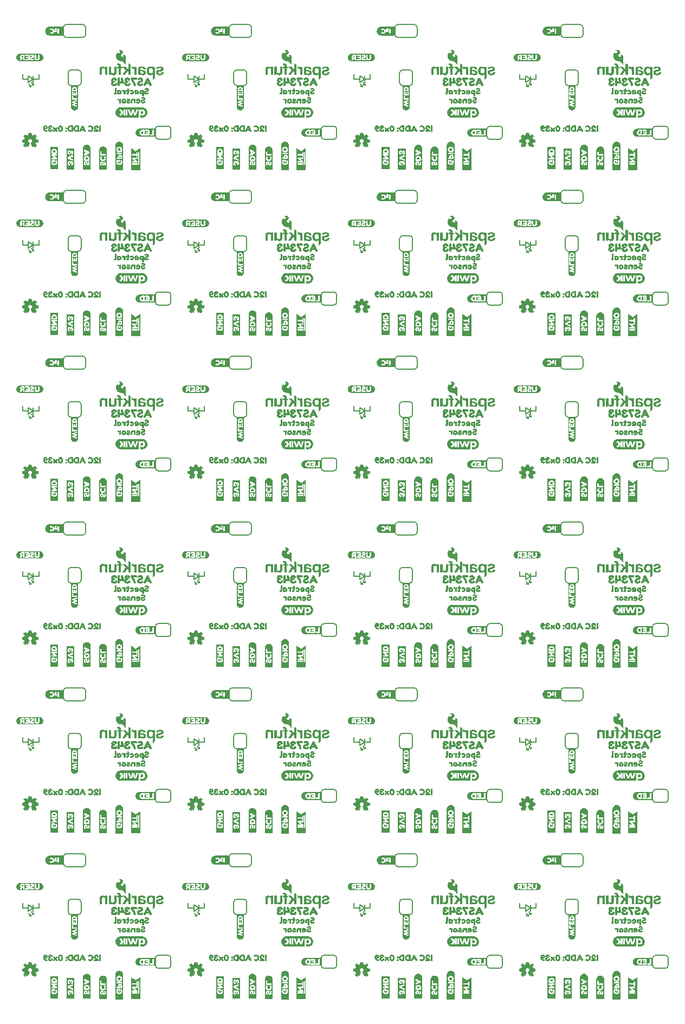
<source format=gbo>
%TF.GenerationSoftware,KiCad,Pcbnew,9.0.0*%
%TF.CreationDate,2025-05-07T13:20:36-06:00*%
%TF.ProjectId,SparkFun_AS7343_Qwiic_panelized,53706172-6b46-4756-9e5f-415337333433,v10*%
%TF.SameCoordinates,Original*%
%TF.FileFunction,Legend,Bot*%
%TF.FilePolarity,Positive*%
%FSLAX46Y46*%
G04 Gerber Fmt 4.6, Leading zero omitted, Abs format (unit mm)*
G04 Created by KiCad (PCBNEW 9.0.0) date 2025-05-07 13:20:36*
%MOMM*%
%LPD*%
G01*
G04 APERTURE LIST*
%ADD10C,0.150000*%
%ADD11C,0.000000*%
%ADD12C,0.152400*%
%ADD13C,0.018437*%
G04 APERTURE END LIST*
D10*
X79986000Y146010000D02*
X79986000Y145502000D01*
X79986000Y120110000D02*
X79986000Y119602000D01*
X79986000Y94210000D02*
X79986000Y93702000D01*
X79986000Y68310000D02*
X79986000Y67802000D01*
X79986000Y42410000D02*
X79986000Y41902000D01*
X79986000Y16510000D02*
X79986000Y16002000D01*
X54086000Y146010000D02*
X54086000Y145502000D01*
X54086000Y120110000D02*
X54086000Y119602000D01*
X54086000Y94210000D02*
X54086000Y93702000D01*
X54086000Y68310000D02*
X54086000Y67802000D01*
X54086000Y42410000D02*
X54086000Y41902000D01*
X54086000Y16510000D02*
X54086000Y16002000D01*
X28186000Y146010000D02*
X28186000Y145502000D01*
X28186000Y120110000D02*
X28186000Y119602000D01*
X28186000Y94210000D02*
X28186000Y93702000D01*
X28186000Y68310000D02*
X28186000Y67802000D01*
X28186000Y42410000D02*
X28186000Y41902000D01*
X28186000Y16510000D02*
X28186000Y16002000D01*
X2286000Y146010000D02*
X2286000Y145502000D01*
X2286000Y120110000D02*
X2286000Y119602000D01*
X2286000Y94210000D02*
X2286000Y93702000D01*
X2286000Y68310000D02*
X2286000Y67802000D01*
X2286000Y42410000D02*
X2286000Y41902000D01*
X79986000Y145502000D02*
X79986000Y144994000D01*
X79986000Y119602000D02*
X79986000Y119094000D01*
X79986000Y93702000D02*
X79986000Y93194000D01*
X79986000Y67802000D02*
X79986000Y67294000D01*
X79986000Y41902000D02*
X79986000Y41394000D01*
X79986000Y16002000D02*
X79986000Y15494000D01*
X54086000Y145502000D02*
X54086000Y144994000D01*
X54086000Y119602000D02*
X54086000Y119094000D01*
X54086000Y93702000D02*
X54086000Y93194000D01*
X54086000Y67802000D02*
X54086000Y67294000D01*
X54086000Y41902000D02*
X54086000Y41394000D01*
X54086000Y16002000D02*
X54086000Y15494000D01*
X28186000Y145502000D02*
X28186000Y144994000D01*
X28186000Y119602000D02*
X28186000Y119094000D01*
X28186000Y93702000D02*
X28186000Y93194000D01*
X28186000Y67802000D02*
X28186000Y67294000D01*
X28186000Y41902000D02*
X28186000Y41394000D01*
X28186000Y16002000D02*
X28186000Y15494000D01*
X2286000Y145502000D02*
X2286000Y144994000D01*
X2286000Y119602000D02*
X2286000Y119094000D01*
X2286000Y93702000D02*
X2286000Y93194000D01*
X2286000Y67802000D02*
X2286000Y67294000D01*
X2286000Y41902000D02*
X2286000Y41394000D01*
X79097000Y146264000D02*
X79097000Y145502000D01*
X79097000Y120364000D02*
X79097000Y119602000D01*
X79097000Y94464000D02*
X79097000Y93702000D01*
X79097000Y68564000D02*
X79097000Y67802000D01*
X79097000Y42664000D02*
X79097000Y41902000D01*
X79097000Y16764000D02*
X79097000Y16002000D01*
X53197000Y146264000D02*
X53197000Y145502000D01*
X53197000Y120364000D02*
X53197000Y119602000D01*
X53197000Y94464000D02*
X53197000Y93702000D01*
X53197000Y68564000D02*
X53197000Y67802000D01*
X53197000Y42664000D02*
X53197000Y41902000D01*
X53197000Y16764000D02*
X53197000Y16002000D01*
X27297000Y146264000D02*
X27297000Y145502000D01*
X27297000Y120364000D02*
X27297000Y119602000D01*
X27297000Y94464000D02*
X27297000Y93702000D01*
X27297000Y68564000D02*
X27297000Y67802000D01*
X27297000Y42664000D02*
X27297000Y41902000D01*
X27297000Y16764000D02*
X27297000Y16002000D01*
X1397000Y146264000D02*
X1397000Y145502000D01*
X1397000Y120364000D02*
X1397000Y119602000D01*
X1397000Y94464000D02*
X1397000Y93702000D01*
X1397000Y68564000D02*
X1397000Y67802000D01*
X1397000Y42664000D02*
X1397000Y41902000D01*
X80395500Y144252000D02*
X80395500Y144534000D01*
X80395500Y118352000D02*
X80395500Y118634000D01*
X80395500Y92452000D02*
X80395500Y92734000D01*
X80395500Y66552000D02*
X80395500Y66834000D01*
X80395500Y40652000D02*
X80395500Y40934000D01*
X80395500Y14752000D02*
X80395500Y15034000D01*
X54495500Y144252000D02*
X54495500Y144534000D01*
X54495500Y118352000D02*
X54495500Y118634000D01*
X54495500Y92452000D02*
X54495500Y92734000D01*
X54495500Y66552000D02*
X54495500Y66834000D01*
X54495500Y40652000D02*
X54495500Y40934000D01*
X54495500Y14752000D02*
X54495500Y15034000D01*
X28595500Y144252000D02*
X28595500Y144534000D01*
X28595500Y118352000D02*
X28595500Y118634000D01*
X28595500Y92452000D02*
X28595500Y92734000D01*
X28595500Y66552000D02*
X28595500Y66834000D01*
X28595500Y40652000D02*
X28595500Y40934000D01*
X28595500Y14752000D02*
X28595500Y15034000D01*
X2695500Y144252000D02*
X2695500Y144534000D01*
X2695500Y118352000D02*
X2695500Y118634000D01*
X2695500Y92452000D02*
X2695500Y92734000D01*
X2695500Y66552000D02*
X2695500Y66834000D01*
X2695500Y40652000D02*
X2695500Y40934000D01*
X80815500Y144511000D02*
X80815500Y144793000D01*
X80815500Y118611000D02*
X80815500Y118893000D01*
X80815500Y92711000D02*
X80815500Y92993000D01*
X80815500Y66811000D02*
X80815500Y67093000D01*
X80815500Y40911000D02*
X80815500Y41193000D01*
X80815500Y15011000D02*
X80815500Y15293000D01*
X54915500Y144511000D02*
X54915500Y144793000D01*
X54915500Y118611000D02*
X54915500Y118893000D01*
X54915500Y92711000D02*
X54915500Y92993000D01*
X54915500Y66811000D02*
X54915500Y67093000D01*
X54915500Y40911000D02*
X54915500Y41193000D01*
X54915500Y15011000D02*
X54915500Y15293000D01*
X29015500Y144511000D02*
X29015500Y144793000D01*
X29015500Y118611000D02*
X29015500Y118893000D01*
X29015500Y92711000D02*
X29015500Y92993000D01*
X29015500Y66811000D02*
X29015500Y67093000D01*
X29015500Y40911000D02*
X29015500Y41193000D01*
X29015500Y15011000D02*
X29015500Y15293000D01*
X3115500Y144511000D02*
X3115500Y144793000D01*
X3115500Y118611000D02*
X3115500Y118893000D01*
X3115500Y92711000D02*
X3115500Y92993000D01*
X3115500Y66811000D02*
X3115500Y67093000D01*
X3115500Y40911000D02*
X3115500Y41193000D01*
X80748000Y145502000D02*
X79986000Y146010000D01*
X80748000Y119602000D02*
X79986000Y120110000D01*
X80748000Y93702000D02*
X79986000Y94210000D01*
X80748000Y67802000D02*
X79986000Y68310000D01*
X80748000Y41902000D02*
X79986000Y42410000D01*
X80748000Y16002000D02*
X79986000Y16510000D01*
X54848000Y145502000D02*
X54086000Y146010000D01*
X54848000Y119602000D02*
X54086000Y120110000D01*
X54848000Y93702000D02*
X54086000Y94210000D01*
X54848000Y67802000D02*
X54086000Y68310000D01*
X54848000Y41902000D02*
X54086000Y42410000D01*
X54848000Y16002000D02*
X54086000Y16510000D01*
X28948000Y145502000D02*
X28186000Y146010000D01*
X28948000Y119602000D02*
X28186000Y120110000D01*
X28948000Y93702000D02*
X28186000Y94210000D01*
X28948000Y67802000D02*
X28186000Y68310000D01*
X28948000Y41902000D02*
X28186000Y42410000D01*
X28948000Y16002000D02*
X28186000Y16510000D01*
X3048000Y145502000D02*
X2286000Y146010000D01*
X3048000Y119602000D02*
X2286000Y120110000D01*
X3048000Y93702000D02*
X2286000Y94210000D01*
X3048000Y67802000D02*
X2286000Y68310000D01*
X3048000Y41902000D02*
X2286000Y42410000D01*
X80748000Y145502000D02*
X81637000Y145502000D01*
X80748000Y119602000D02*
X81637000Y119602000D01*
X80748000Y93702000D02*
X81637000Y93702000D01*
X80748000Y67802000D02*
X81637000Y67802000D01*
X80748000Y41902000D02*
X81637000Y41902000D01*
X80748000Y16002000D02*
X81637000Y16002000D01*
X54848000Y145502000D02*
X55737000Y145502000D01*
X54848000Y119602000D02*
X55737000Y119602000D01*
X54848000Y93702000D02*
X55737000Y93702000D01*
X54848000Y67802000D02*
X55737000Y67802000D01*
X54848000Y41902000D02*
X55737000Y41902000D01*
X54848000Y16002000D02*
X55737000Y16002000D01*
X28948000Y145502000D02*
X29837000Y145502000D01*
X28948000Y119602000D02*
X29837000Y119602000D01*
X28948000Y93702000D02*
X29837000Y93702000D01*
X28948000Y67802000D02*
X29837000Y67802000D01*
X28948000Y41902000D02*
X29837000Y41902000D01*
X28948000Y16002000D02*
X29837000Y16002000D01*
X3048000Y145502000D02*
X3937000Y145502000D01*
X3048000Y119602000D02*
X3937000Y119602000D01*
X3048000Y93702000D02*
X3937000Y93702000D01*
X3048000Y67802000D02*
X3937000Y67802000D01*
X3048000Y41902000D02*
X3937000Y41902000D01*
X80395500Y144252000D02*
X80122500Y144354000D01*
X80395500Y118352000D02*
X80122500Y118454000D01*
X80395500Y92452000D02*
X80122500Y92554000D01*
X80395500Y66552000D02*
X80122500Y66654000D01*
X80395500Y40652000D02*
X80122500Y40754000D01*
X80395500Y14752000D02*
X80122500Y14854000D01*
X54495500Y144252000D02*
X54222500Y144354000D01*
X54495500Y118352000D02*
X54222500Y118454000D01*
X54495500Y92452000D02*
X54222500Y92554000D01*
X54495500Y66552000D02*
X54222500Y66654000D01*
X54495500Y40652000D02*
X54222500Y40754000D01*
X54495500Y14752000D02*
X54222500Y14854000D01*
X28595500Y144252000D02*
X28322500Y144354000D01*
X28595500Y118352000D02*
X28322500Y118454000D01*
X28595500Y92452000D02*
X28322500Y92554000D01*
X28595500Y66552000D02*
X28322500Y66654000D01*
X28595500Y40652000D02*
X28322500Y40754000D01*
X28595500Y14752000D02*
X28322500Y14854000D01*
X2695500Y144252000D02*
X2422500Y144354000D01*
X2695500Y118352000D02*
X2422500Y118454000D01*
X2695500Y92452000D02*
X2422500Y92554000D01*
X2695500Y66552000D02*
X2422500Y66654000D01*
X2695500Y40652000D02*
X2422500Y40754000D01*
X80815500Y144511000D02*
X80542500Y144613000D01*
X80815500Y118611000D02*
X80542500Y118713000D01*
X80815500Y92711000D02*
X80542500Y92813000D01*
X80815500Y66811000D02*
X80542500Y66913000D01*
X80815500Y40911000D02*
X80542500Y41013000D01*
X80815500Y15011000D02*
X80542500Y15113000D01*
X54915500Y144511000D02*
X54642500Y144613000D01*
X54915500Y118611000D02*
X54642500Y118713000D01*
X54915500Y92711000D02*
X54642500Y92813000D01*
X54915500Y66811000D02*
X54642500Y66913000D01*
X54915500Y40911000D02*
X54642500Y41013000D01*
X54915500Y15011000D02*
X54642500Y15113000D01*
X29015500Y144511000D02*
X28742500Y144613000D01*
X29015500Y118611000D02*
X28742500Y118713000D01*
X29015500Y92711000D02*
X28742500Y92813000D01*
X29015500Y66811000D02*
X28742500Y66913000D01*
X29015500Y40911000D02*
X28742500Y41013000D01*
X29015500Y15011000D02*
X28742500Y15113000D01*
X3115500Y144511000D02*
X2842500Y144613000D01*
X3115500Y118611000D02*
X2842500Y118713000D01*
X3115500Y92711000D02*
X2842500Y92813000D01*
X3115500Y66811000D02*
X2842500Y66913000D01*
X3115500Y40911000D02*
X2842500Y41013000D01*
X79097000Y145502000D02*
X79986000Y145502000D01*
X79097000Y119602000D02*
X79986000Y119602000D01*
X79097000Y93702000D02*
X79986000Y93702000D01*
X79097000Y67802000D02*
X79986000Y67802000D01*
X79097000Y41902000D02*
X79986000Y41902000D01*
X79097000Y16002000D02*
X79986000Y16002000D01*
X53197000Y145502000D02*
X54086000Y145502000D01*
X53197000Y119602000D02*
X54086000Y119602000D01*
X53197000Y93702000D02*
X54086000Y93702000D01*
X53197000Y67802000D02*
X54086000Y67802000D01*
X53197000Y41902000D02*
X54086000Y41902000D01*
X53197000Y16002000D02*
X54086000Y16002000D01*
X27297000Y145502000D02*
X28186000Y145502000D01*
X27297000Y119602000D02*
X28186000Y119602000D01*
X27297000Y93702000D02*
X28186000Y93702000D01*
X27297000Y67802000D02*
X28186000Y67802000D01*
X27297000Y41902000D02*
X28186000Y41902000D01*
X27297000Y16002000D02*
X28186000Y16002000D01*
X1397000Y145502000D02*
X2286000Y145502000D01*
X1397000Y119602000D02*
X2286000Y119602000D01*
X1397000Y93702000D02*
X2286000Y93702000D01*
X1397000Y67802000D02*
X2286000Y67802000D01*
X1397000Y41902000D02*
X2286000Y41902000D01*
X80492500Y144966000D02*
X80815500Y144511000D01*
X80492500Y119066000D02*
X80815500Y118611000D01*
X80492500Y93166000D02*
X80815500Y92711000D01*
X80492500Y67266000D02*
X80815500Y66811000D01*
X80492500Y41366000D02*
X80815500Y40911000D01*
X80492500Y15466000D02*
X80815500Y15011000D01*
X54592500Y144966000D02*
X54915500Y144511000D01*
X54592500Y119066000D02*
X54915500Y118611000D01*
X54592500Y93166000D02*
X54915500Y92711000D01*
X54592500Y67266000D02*
X54915500Y66811000D01*
X54592500Y41366000D02*
X54915500Y40911000D01*
X54592500Y15466000D02*
X54915500Y15011000D01*
X28692500Y144966000D02*
X29015500Y144511000D01*
X28692500Y119066000D02*
X29015500Y118611000D01*
X28692500Y93166000D02*
X29015500Y92711000D01*
X28692500Y67266000D02*
X29015500Y66811000D01*
X28692500Y41366000D02*
X29015500Y40911000D01*
X28692500Y15466000D02*
X29015500Y15011000D01*
X2792500Y144966000D02*
X3115500Y144511000D01*
X2792500Y119066000D02*
X3115500Y118611000D01*
X2792500Y93166000D02*
X3115500Y92711000D01*
X2792500Y67266000D02*
X3115500Y66811000D01*
X2792500Y41366000D02*
X3115500Y40911000D01*
X80748000Y145502000D02*
X80748000Y146010000D01*
X80748000Y119602000D02*
X80748000Y120110000D01*
X80748000Y93702000D02*
X80748000Y94210000D01*
X80748000Y67802000D02*
X80748000Y68310000D01*
X80748000Y41902000D02*
X80748000Y42410000D01*
X80748000Y16002000D02*
X80748000Y16510000D01*
X54848000Y145502000D02*
X54848000Y146010000D01*
X54848000Y119602000D02*
X54848000Y120110000D01*
X54848000Y93702000D02*
X54848000Y94210000D01*
X54848000Y67802000D02*
X54848000Y68310000D01*
X54848000Y41902000D02*
X54848000Y42410000D01*
X54848000Y16002000D02*
X54848000Y16510000D01*
X28948000Y145502000D02*
X28948000Y146010000D01*
X28948000Y119602000D02*
X28948000Y120110000D01*
X28948000Y93702000D02*
X28948000Y94210000D01*
X28948000Y67802000D02*
X28948000Y68310000D01*
X28948000Y41902000D02*
X28948000Y42410000D01*
X28948000Y16002000D02*
X28948000Y16510000D01*
X3048000Y145502000D02*
X3048000Y146010000D01*
X3048000Y119602000D02*
X3048000Y120110000D01*
X3048000Y93702000D02*
X3048000Y94210000D01*
X3048000Y67802000D02*
X3048000Y68310000D01*
X3048000Y41902000D02*
X3048000Y42410000D01*
X81637000Y145502000D02*
X81637000Y146264000D01*
X81637000Y119602000D02*
X81637000Y120364000D01*
X81637000Y93702000D02*
X81637000Y94464000D01*
X81637000Y67802000D02*
X81637000Y68564000D01*
X81637000Y41902000D02*
X81637000Y42664000D01*
X81637000Y16002000D02*
X81637000Y16764000D01*
X55737000Y145502000D02*
X55737000Y146264000D01*
X55737000Y119602000D02*
X55737000Y120364000D01*
X55737000Y93702000D02*
X55737000Y94464000D01*
X55737000Y67802000D02*
X55737000Y68564000D01*
X55737000Y41902000D02*
X55737000Y42664000D01*
X55737000Y16002000D02*
X55737000Y16764000D01*
X29837000Y145502000D02*
X29837000Y146264000D01*
X29837000Y119602000D02*
X29837000Y120364000D01*
X29837000Y93702000D02*
X29837000Y94464000D01*
X29837000Y67802000D02*
X29837000Y68564000D01*
X29837000Y41902000D02*
X29837000Y42664000D01*
X29837000Y16002000D02*
X29837000Y16764000D01*
X3937000Y145502000D02*
X3937000Y146264000D01*
X3937000Y119602000D02*
X3937000Y120364000D01*
X3937000Y93702000D02*
X3937000Y94464000D01*
X3937000Y67802000D02*
X3937000Y68564000D01*
X3937000Y41902000D02*
X3937000Y42664000D01*
X80748000Y145502000D02*
X80748000Y144994000D01*
X80748000Y119602000D02*
X80748000Y119094000D01*
X80748000Y93702000D02*
X80748000Y93194000D01*
X80748000Y67802000D02*
X80748000Y67294000D01*
X80748000Y41902000D02*
X80748000Y41394000D01*
X80748000Y16002000D02*
X80748000Y15494000D01*
X54848000Y145502000D02*
X54848000Y144994000D01*
X54848000Y119602000D02*
X54848000Y119094000D01*
X54848000Y93702000D02*
X54848000Y93194000D01*
X54848000Y67802000D02*
X54848000Y67294000D01*
X54848000Y41902000D02*
X54848000Y41394000D01*
X54848000Y16002000D02*
X54848000Y15494000D01*
X28948000Y145502000D02*
X28948000Y144994000D01*
X28948000Y119602000D02*
X28948000Y119094000D01*
X28948000Y93702000D02*
X28948000Y93194000D01*
X28948000Y67802000D02*
X28948000Y67294000D01*
X28948000Y41902000D02*
X28948000Y41394000D01*
X28948000Y16002000D02*
X28948000Y15494000D01*
X3048000Y145502000D02*
X3048000Y144994000D01*
X3048000Y119602000D02*
X3048000Y119094000D01*
X3048000Y93702000D02*
X3048000Y93194000D01*
X3048000Y67802000D02*
X3048000Y67294000D01*
X3048000Y41902000D02*
X3048000Y41394000D01*
X80072500Y144707000D02*
X80395500Y144252000D01*
X80072500Y118807000D02*
X80395500Y118352000D01*
X80072500Y92907000D02*
X80395500Y92452000D01*
X80072500Y67007000D02*
X80395500Y66552000D01*
X80072500Y41107000D02*
X80395500Y40652000D01*
X80072500Y15207000D02*
X80395500Y14752000D01*
X54172500Y144707000D02*
X54495500Y144252000D01*
X54172500Y118807000D02*
X54495500Y118352000D01*
X54172500Y92907000D02*
X54495500Y92452000D01*
X54172500Y67007000D02*
X54495500Y66552000D01*
X54172500Y41107000D02*
X54495500Y40652000D01*
X54172500Y15207000D02*
X54495500Y14752000D01*
X28272500Y144707000D02*
X28595500Y144252000D01*
X28272500Y118807000D02*
X28595500Y118352000D01*
X28272500Y92907000D02*
X28595500Y92452000D01*
X28272500Y67007000D02*
X28595500Y66552000D01*
X28272500Y41107000D02*
X28595500Y40652000D01*
X28272500Y15207000D02*
X28595500Y14752000D01*
X2372500Y144707000D02*
X2695500Y144252000D01*
X2372500Y118807000D02*
X2695500Y118352000D01*
X2372500Y92907000D02*
X2695500Y92452000D01*
X2372500Y67007000D02*
X2695500Y66552000D01*
X2372500Y41107000D02*
X2695500Y40652000D01*
X79986000Y144994000D02*
X80748000Y145502000D01*
X79986000Y119094000D02*
X80748000Y119602000D01*
X79986000Y93194000D02*
X80748000Y93702000D01*
X79986000Y67294000D02*
X80748000Y67802000D01*
X79986000Y41394000D02*
X80748000Y41902000D01*
X79986000Y15494000D02*
X80748000Y16002000D01*
X54086000Y144994000D02*
X54848000Y145502000D01*
X54086000Y119094000D02*
X54848000Y119602000D01*
X54086000Y93194000D02*
X54848000Y93702000D01*
X54086000Y67294000D02*
X54848000Y67802000D01*
X54086000Y41394000D02*
X54848000Y41902000D01*
X54086000Y15494000D02*
X54848000Y16002000D01*
X28186000Y144994000D02*
X28948000Y145502000D01*
X28186000Y119094000D02*
X28948000Y119602000D01*
X28186000Y93194000D02*
X28948000Y93702000D01*
X28186000Y67294000D02*
X28948000Y67802000D01*
X28186000Y41394000D02*
X28948000Y41902000D01*
X28186000Y15494000D02*
X28948000Y16002000D01*
X2286000Y144994000D02*
X3048000Y145502000D01*
X2286000Y119094000D02*
X3048000Y119602000D01*
X2286000Y93194000D02*
X3048000Y93702000D01*
X2286000Y67294000D02*
X3048000Y67802000D01*
X2286000Y41394000D02*
X3048000Y41902000D01*
X2286000Y15494000D02*
X3048000Y16002000D01*
X2372500Y15207000D02*
X2695500Y14752000D01*
X3048000Y16002000D02*
X3048000Y15494000D01*
X3937000Y16002000D02*
X3937000Y16764000D01*
X3048000Y16002000D02*
X3048000Y16510000D01*
X2792500Y15466000D02*
X3115500Y15011000D01*
X1397000Y16002000D02*
X2286000Y16002000D01*
X3115500Y15011000D02*
X2842500Y15113000D01*
X2695500Y14752000D02*
X2422500Y14854000D01*
X3048000Y16002000D02*
X3937000Y16002000D01*
X3048000Y16002000D02*
X2286000Y16510000D01*
X3115500Y15011000D02*
X3115500Y15293000D01*
X2695500Y14752000D02*
X2695500Y15034000D01*
X1397000Y16764000D02*
X1397000Y16002000D01*
X2286000Y16002000D02*
X2286000Y15494000D01*
X2286000Y16510000D02*
X2286000Y16002000D01*
D11*
%TO.C,kibuzzard-67ED716A*%
G36*
X84131116Y134371958D02*
G01*
X84200644Y134324641D01*
X84247961Y134255113D01*
X84263734Y134172709D01*
X84263734Y134069705D01*
X83834979Y134069705D01*
X83834979Y134173997D01*
X83850590Y134255435D01*
X83897425Y134324641D01*
X83966470Y134371958D01*
X84048712Y134387731D01*
X84131116Y134371958D01*
G37*
G36*
X84675751Y134623353D02*
G01*
X84675751Y132054683D01*
X84675751Y131410907D01*
X83424249Y131410907D01*
X83424249Y132054683D01*
X83424249Y132507902D01*
X83585193Y132507902D01*
X83593965Y132418417D01*
X83620279Y132335370D01*
X83664136Y132258761D01*
X83725536Y132188589D01*
X83799168Y132130005D01*
X83879721Y132088160D01*
X83967194Y132063053D01*
X84061588Y132054683D01*
X84151596Y132063173D01*
X84234925Y132088643D01*
X84311575Y132131092D01*
X84381545Y132190520D01*
X84439847Y132261859D01*
X84481491Y132340038D01*
X84506478Y132425056D01*
X84514807Y132516915D01*
X84510139Y132583707D01*
X84496137Y132655327D01*
X84473766Y132723085D01*
X84443991Y132778289D01*
X84418240Y132814340D01*
X84391202Y132838160D01*
X84353863Y132850392D01*
X84281760Y132820778D01*
X84230579Y132773138D01*
X84213519Y132725499D01*
X84243133Y132655971D01*
X84270172Y132589984D01*
X84279185Y132510477D01*
X84263251Y132425821D01*
X84215451Y132354683D01*
X84144474Y132306400D01*
X84059013Y132290306D01*
X83970815Y132307044D01*
X83894206Y132357259D01*
X83841094Y132429683D01*
X83823391Y132513053D01*
X83827575Y132587087D01*
X83840129Y132641808D01*
X83950858Y132641808D01*
X83950858Y132546529D01*
X83952790Y132511765D01*
X83963090Y132484726D01*
X83993348Y132462838D01*
X84051288Y132456400D01*
X84107940Y132463482D01*
X84138197Y132487302D01*
X84148498Y132515628D01*
X84150429Y132550392D01*
X84150429Y132775714D01*
X84141416Y132825284D01*
X84124678Y132855542D01*
X84098927Y132870992D01*
X84070601Y132876786D01*
X84038412Y132877430D01*
X83774464Y132877430D01*
X83700429Y132846529D01*
X83665182Y132810156D01*
X83635408Y132762838D01*
X83607511Y132691593D01*
X83590773Y132606615D01*
X83585193Y132507902D01*
X83424249Y132507902D01*
X83424249Y133087302D01*
X83424249Y133643525D01*
X83598069Y133643525D01*
X83605150Y133577216D01*
X83632833Y133539233D01*
X84073176Y133205756D01*
X83715236Y133205756D01*
X83670815Y133203825D01*
X83636052Y133191593D01*
X83607082Y133155542D01*
X83598069Y133087302D01*
X83607082Y133020992D01*
X83636052Y132986229D01*
X83671459Y132973997D01*
X83716524Y132971422D01*
X84384764Y132971422D01*
X84427897Y132973997D01*
X84462017Y132986872D01*
X84489700Y133022280D01*
X84498069Y133089877D01*
X84490343Y133148460D01*
X84474249Y133181293D01*
X84447854Y133204469D01*
X84015236Y133526357D01*
X84384764Y133526357D01*
X84427253Y133528932D01*
X84461373Y133541808D01*
X84489056Y133577859D01*
X84498069Y133644812D01*
X84489056Y133711765D01*
X84459442Y133747817D01*
X84424034Y133760048D01*
X84379614Y133761980D01*
X83715236Y133761980D01*
X83670815Y133760048D01*
X83636052Y133747817D01*
X83607082Y133711765D01*
X83598069Y133643525D01*
X83424249Y133643525D01*
X83424249Y133951250D01*
X83424249Y134170134D01*
X83599356Y134170134D01*
X83599356Y133951250D01*
X83608369Y133886229D01*
X83636052Y133850821D01*
X83672103Y133837302D01*
X83717811Y133834083D01*
X84383476Y133834083D01*
X84426609Y133836014D01*
X84462017Y133848246D01*
X84490987Y133884297D01*
X84499356Y133952538D01*
X84499356Y134173997D01*
X84491148Y134262838D01*
X84466524Y134345241D01*
X84425483Y134421207D01*
X84368026Y134490735D01*
X84299142Y134548755D01*
X84223820Y134590198D01*
X84142060Y134615064D01*
X84053863Y134623353D01*
X83963291Y134615064D01*
X83879560Y134590198D01*
X83802669Y134548755D01*
X83732618Y134490735D01*
X83674316Y134420966D01*
X83632672Y134344276D01*
X83607685Y134260665D01*
X83599356Y134170134D01*
X83424249Y134170134D01*
X83424249Y134623353D01*
X83424249Y134891593D01*
X84675751Y134891593D01*
X84675751Y134623353D01*
G37*
G36*
X84131116Y108471958D02*
G01*
X84200644Y108424641D01*
X84247961Y108355113D01*
X84263734Y108272709D01*
X84263734Y108169705D01*
X83834979Y108169705D01*
X83834979Y108273997D01*
X83850590Y108355435D01*
X83897425Y108424641D01*
X83966470Y108471958D01*
X84048712Y108487731D01*
X84131116Y108471958D01*
G37*
G36*
X84675751Y108723353D02*
G01*
X84675751Y106154683D01*
X84675751Y105510907D01*
X83424249Y105510907D01*
X83424249Y106154683D01*
X83424249Y106607902D01*
X83585193Y106607902D01*
X83593965Y106518417D01*
X83620279Y106435370D01*
X83664136Y106358761D01*
X83725536Y106288589D01*
X83799168Y106230005D01*
X83879721Y106188160D01*
X83967194Y106163053D01*
X84061588Y106154683D01*
X84151596Y106163173D01*
X84234925Y106188643D01*
X84311575Y106231092D01*
X84381545Y106290520D01*
X84439847Y106361859D01*
X84481491Y106440038D01*
X84506478Y106525056D01*
X84514807Y106616915D01*
X84510139Y106683707D01*
X84496137Y106755327D01*
X84473766Y106823085D01*
X84443991Y106878289D01*
X84418240Y106914340D01*
X84391202Y106938160D01*
X84353863Y106950392D01*
X84281760Y106920778D01*
X84230579Y106873138D01*
X84213519Y106825499D01*
X84243133Y106755971D01*
X84270172Y106689984D01*
X84279185Y106610477D01*
X84263251Y106525821D01*
X84215451Y106454683D01*
X84144474Y106406400D01*
X84059013Y106390306D01*
X83970815Y106407044D01*
X83894206Y106457259D01*
X83841094Y106529683D01*
X83823391Y106613053D01*
X83827575Y106687087D01*
X83840129Y106741808D01*
X83950858Y106741808D01*
X83950858Y106646529D01*
X83952790Y106611765D01*
X83963090Y106584726D01*
X83993348Y106562838D01*
X84051288Y106556400D01*
X84107940Y106563482D01*
X84138197Y106587302D01*
X84148498Y106615628D01*
X84150429Y106650392D01*
X84150429Y106875714D01*
X84141416Y106925284D01*
X84124678Y106955542D01*
X84098927Y106970992D01*
X84070601Y106976786D01*
X84038412Y106977430D01*
X83774464Y106977430D01*
X83700429Y106946529D01*
X83665182Y106910156D01*
X83635408Y106862838D01*
X83607511Y106791593D01*
X83590773Y106706615D01*
X83585193Y106607902D01*
X83424249Y106607902D01*
X83424249Y107187302D01*
X83424249Y107743525D01*
X83598069Y107743525D01*
X83605150Y107677216D01*
X83632833Y107639233D01*
X84073176Y107305756D01*
X83715236Y107305756D01*
X83670815Y107303825D01*
X83636052Y107291593D01*
X83607082Y107255542D01*
X83598069Y107187302D01*
X83607082Y107120992D01*
X83636052Y107086229D01*
X83671459Y107073997D01*
X83716524Y107071422D01*
X84384764Y107071422D01*
X84427897Y107073997D01*
X84462017Y107086872D01*
X84489700Y107122280D01*
X84498069Y107189877D01*
X84490343Y107248460D01*
X84474249Y107281293D01*
X84447854Y107304469D01*
X84015236Y107626357D01*
X84384764Y107626357D01*
X84427253Y107628932D01*
X84461373Y107641808D01*
X84489056Y107677859D01*
X84498069Y107744812D01*
X84489056Y107811765D01*
X84459442Y107847817D01*
X84424034Y107860048D01*
X84379614Y107861980D01*
X83715236Y107861980D01*
X83670815Y107860048D01*
X83636052Y107847817D01*
X83607082Y107811765D01*
X83598069Y107743525D01*
X83424249Y107743525D01*
X83424249Y108051250D01*
X83424249Y108270134D01*
X83599356Y108270134D01*
X83599356Y108051250D01*
X83608369Y107986229D01*
X83636052Y107950821D01*
X83672103Y107937302D01*
X83717811Y107934083D01*
X84383476Y107934083D01*
X84426609Y107936014D01*
X84462017Y107948246D01*
X84490987Y107984297D01*
X84499356Y108052538D01*
X84499356Y108273997D01*
X84491148Y108362838D01*
X84466524Y108445241D01*
X84425483Y108521207D01*
X84368026Y108590735D01*
X84299142Y108648755D01*
X84223820Y108690198D01*
X84142060Y108715064D01*
X84053863Y108723353D01*
X83963291Y108715064D01*
X83879560Y108690198D01*
X83802669Y108648755D01*
X83732618Y108590735D01*
X83674316Y108520966D01*
X83632672Y108444276D01*
X83607685Y108360665D01*
X83599356Y108270134D01*
X83424249Y108270134D01*
X83424249Y108723353D01*
X83424249Y108991593D01*
X84675751Y108991593D01*
X84675751Y108723353D01*
G37*
G36*
X84131116Y82571958D02*
G01*
X84200644Y82524641D01*
X84247961Y82455113D01*
X84263734Y82372709D01*
X84263734Y82269705D01*
X83834979Y82269705D01*
X83834979Y82373997D01*
X83850590Y82455435D01*
X83897425Y82524641D01*
X83966470Y82571958D01*
X84048712Y82587731D01*
X84131116Y82571958D01*
G37*
G36*
X84675751Y82823353D02*
G01*
X84675751Y80254683D01*
X84675751Y79610907D01*
X83424249Y79610907D01*
X83424249Y80254683D01*
X83424249Y80707902D01*
X83585193Y80707902D01*
X83593965Y80618417D01*
X83620279Y80535370D01*
X83664136Y80458761D01*
X83725536Y80388589D01*
X83799168Y80330005D01*
X83879721Y80288160D01*
X83967194Y80263053D01*
X84061588Y80254683D01*
X84151596Y80263173D01*
X84234925Y80288643D01*
X84311575Y80331092D01*
X84381545Y80390520D01*
X84439847Y80461859D01*
X84481491Y80540038D01*
X84506478Y80625056D01*
X84514807Y80716915D01*
X84510139Y80783707D01*
X84496137Y80855327D01*
X84473766Y80923085D01*
X84443991Y80978289D01*
X84418240Y81014340D01*
X84391202Y81038160D01*
X84353863Y81050392D01*
X84281760Y81020778D01*
X84230579Y80973138D01*
X84213519Y80925499D01*
X84243133Y80855971D01*
X84270172Y80789984D01*
X84279185Y80710477D01*
X84263251Y80625821D01*
X84215451Y80554683D01*
X84144474Y80506400D01*
X84059013Y80490306D01*
X83970815Y80507044D01*
X83894206Y80557259D01*
X83841094Y80629683D01*
X83823391Y80713053D01*
X83827575Y80787087D01*
X83840129Y80841808D01*
X83950858Y80841808D01*
X83950858Y80746529D01*
X83952790Y80711765D01*
X83963090Y80684726D01*
X83993348Y80662838D01*
X84051288Y80656400D01*
X84107940Y80663482D01*
X84138197Y80687302D01*
X84148498Y80715628D01*
X84150429Y80750392D01*
X84150429Y80975714D01*
X84141416Y81025284D01*
X84124678Y81055542D01*
X84098927Y81070992D01*
X84070601Y81076786D01*
X84038412Y81077430D01*
X83774464Y81077430D01*
X83700429Y81046529D01*
X83665182Y81010156D01*
X83635408Y80962838D01*
X83607511Y80891593D01*
X83590773Y80806615D01*
X83585193Y80707902D01*
X83424249Y80707902D01*
X83424249Y81287302D01*
X83424249Y81843525D01*
X83598069Y81843525D01*
X83605150Y81777216D01*
X83632833Y81739233D01*
X84073176Y81405756D01*
X83715236Y81405756D01*
X83670815Y81403825D01*
X83636052Y81391593D01*
X83607082Y81355542D01*
X83598069Y81287302D01*
X83607082Y81220992D01*
X83636052Y81186229D01*
X83671459Y81173997D01*
X83716524Y81171422D01*
X84384764Y81171422D01*
X84427897Y81173997D01*
X84462017Y81186872D01*
X84489700Y81222280D01*
X84498069Y81289877D01*
X84490343Y81348460D01*
X84474249Y81381293D01*
X84447854Y81404469D01*
X84015236Y81726357D01*
X84384764Y81726357D01*
X84427253Y81728932D01*
X84461373Y81741808D01*
X84489056Y81777859D01*
X84498069Y81844812D01*
X84489056Y81911765D01*
X84459442Y81947817D01*
X84424034Y81960048D01*
X84379614Y81961980D01*
X83715236Y81961980D01*
X83670815Y81960048D01*
X83636052Y81947817D01*
X83607082Y81911765D01*
X83598069Y81843525D01*
X83424249Y81843525D01*
X83424249Y82151250D01*
X83424249Y82370134D01*
X83599356Y82370134D01*
X83599356Y82151250D01*
X83608369Y82086229D01*
X83636052Y82050821D01*
X83672103Y82037302D01*
X83717811Y82034083D01*
X84383476Y82034083D01*
X84426609Y82036014D01*
X84462017Y82048246D01*
X84490987Y82084297D01*
X84499356Y82152538D01*
X84499356Y82373997D01*
X84491148Y82462838D01*
X84466524Y82545241D01*
X84425483Y82621207D01*
X84368026Y82690735D01*
X84299142Y82748755D01*
X84223820Y82790198D01*
X84142060Y82815064D01*
X84053863Y82823353D01*
X83963291Y82815064D01*
X83879560Y82790198D01*
X83802669Y82748755D01*
X83732618Y82690735D01*
X83674316Y82620966D01*
X83632672Y82544276D01*
X83607685Y82460665D01*
X83599356Y82370134D01*
X83424249Y82370134D01*
X83424249Y82823353D01*
X83424249Y83091593D01*
X84675751Y83091593D01*
X84675751Y82823353D01*
G37*
G36*
X84131116Y56671958D02*
G01*
X84200644Y56624641D01*
X84247961Y56555113D01*
X84263734Y56472709D01*
X84263734Y56369705D01*
X83834979Y56369705D01*
X83834979Y56473997D01*
X83850590Y56555435D01*
X83897425Y56624641D01*
X83966470Y56671958D01*
X84048712Y56687731D01*
X84131116Y56671958D01*
G37*
G36*
X84675751Y56923353D02*
G01*
X84675751Y54354683D01*
X84675751Y53710907D01*
X83424249Y53710907D01*
X83424249Y54354683D01*
X83424249Y54807902D01*
X83585193Y54807902D01*
X83593965Y54718417D01*
X83620279Y54635370D01*
X83664136Y54558761D01*
X83725536Y54488589D01*
X83799168Y54430005D01*
X83879721Y54388160D01*
X83967194Y54363053D01*
X84061588Y54354683D01*
X84151596Y54363173D01*
X84234925Y54388643D01*
X84311575Y54431092D01*
X84381545Y54490520D01*
X84439847Y54561859D01*
X84481491Y54640038D01*
X84506478Y54725056D01*
X84514807Y54816915D01*
X84510139Y54883707D01*
X84496137Y54955327D01*
X84473766Y55023085D01*
X84443991Y55078289D01*
X84418240Y55114340D01*
X84391202Y55138160D01*
X84353863Y55150392D01*
X84281760Y55120778D01*
X84230579Y55073138D01*
X84213519Y55025499D01*
X84243133Y54955971D01*
X84270172Y54889984D01*
X84279185Y54810477D01*
X84263251Y54725821D01*
X84215451Y54654683D01*
X84144474Y54606400D01*
X84059013Y54590306D01*
X83970815Y54607044D01*
X83894206Y54657259D01*
X83841094Y54729683D01*
X83823391Y54813053D01*
X83827575Y54887087D01*
X83840129Y54941808D01*
X83950858Y54941808D01*
X83950858Y54846529D01*
X83952790Y54811765D01*
X83963090Y54784726D01*
X83993348Y54762838D01*
X84051288Y54756400D01*
X84107940Y54763482D01*
X84138197Y54787302D01*
X84148498Y54815628D01*
X84150429Y54850392D01*
X84150429Y55075714D01*
X84141416Y55125284D01*
X84124678Y55155542D01*
X84098927Y55170992D01*
X84070601Y55176786D01*
X84038412Y55177430D01*
X83774464Y55177430D01*
X83700429Y55146529D01*
X83665182Y55110156D01*
X83635408Y55062838D01*
X83607511Y54991593D01*
X83590773Y54906615D01*
X83585193Y54807902D01*
X83424249Y54807902D01*
X83424249Y55387302D01*
X83424249Y55943525D01*
X83598069Y55943525D01*
X83605150Y55877216D01*
X83632833Y55839233D01*
X84073176Y55505756D01*
X83715236Y55505756D01*
X83670815Y55503825D01*
X83636052Y55491593D01*
X83607082Y55455542D01*
X83598069Y55387302D01*
X83607082Y55320992D01*
X83636052Y55286229D01*
X83671459Y55273997D01*
X83716524Y55271422D01*
X84384764Y55271422D01*
X84427897Y55273997D01*
X84462017Y55286872D01*
X84489700Y55322280D01*
X84498069Y55389877D01*
X84490343Y55448460D01*
X84474249Y55481293D01*
X84447854Y55504469D01*
X84015236Y55826357D01*
X84384764Y55826357D01*
X84427253Y55828932D01*
X84461373Y55841808D01*
X84489056Y55877859D01*
X84498069Y55944812D01*
X84489056Y56011765D01*
X84459442Y56047817D01*
X84424034Y56060048D01*
X84379614Y56061980D01*
X83715236Y56061980D01*
X83670815Y56060048D01*
X83636052Y56047817D01*
X83607082Y56011765D01*
X83598069Y55943525D01*
X83424249Y55943525D01*
X83424249Y56251250D01*
X83424249Y56470134D01*
X83599356Y56470134D01*
X83599356Y56251250D01*
X83608369Y56186229D01*
X83636052Y56150821D01*
X83672103Y56137302D01*
X83717811Y56134083D01*
X84383476Y56134083D01*
X84426609Y56136014D01*
X84462017Y56148246D01*
X84490987Y56184297D01*
X84499356Y56252538D01*
X84499356Y56473997D01*
X84491148Y56562838D01*
X84466524Y56645241D01*
X84425483Y56721207D01*
X84368026Y56790735D01*
X84299142Y56848755D01*
X84223820Y56890198D01*
X84142060Y56915064D01*
X84053863Y56923353D01*
X83963291Y56915064D01*
X83879560Y56890198D01*
X83802669Y56848755D01*
X83732618Y56790735D01*
X83674316Y56720966D01*
X83632672Y56644276D01*
X83607685Y56560665D01*
X83599356Y56470134D01*
X83424249Y56470134D01*
X83424249Y56923353D01*
X83424249Y57191593D01*
X84675751Y57191593D01*
X84675751Y56923353D01*
G37*
G36*
X84131116Y30771958D02*
G01*
X84200644Y30724641D01*
X84247961Y30655113D01*
X84263734Y30572709D01*
X84263734Y30469705D01*
X83834979Y30469705D01*
X83834979Y30573997D01*
X83850590Y30655435D01*
X83897425Y30724641D01*
X83966470Y30771958D01*
X84048712Y30787731D01*
X84131116Y30771958D01*
G37*
G36*
X84675751Y31023353D02*
G01*
X84675751Y28454683D01*
X84675751Y27810907D01*
X83424249Y27810907D01*
X83424249Y28454683D01*
X83424249Y28907902D01*
X83585193Y28907902D01*
X83593965Y28818417D01*
X83620279Y28735370D01*
X83664136Y28658761D01*
X83725536Y28588589D01*
X83799168Y28530005D01*
X83879721Y28488160D01*
X83967194Y28463053D01*
X84061588Y28454683D01*
X84151596Y28463173D01*
X84234925Y28488643D01*
X84311575Y28531092D01*
X84381545Y28590520D01*
X84439847Y28661859D01*
X84481491Y28740038D01*
X84506478Y28825056D01*
X84514807Y28916915D01*
X84510139Y28983707D01*
X84496137Y29055327D01*
X84473766Y29123085D01*
X84443991Y29178289D01*
X84418240Y29214340D01*
X84391202Y29238160D01*
X84353863Y29250392D01*
X84281760Y29220778D01*
X84230579Y29173138D01*
X84213519Y29125499D01*
X84243133Y29055971D01*
X84270172Y28989984D01*
X84279185Y28910477D01*
X84263251Y28825821D01*
X84215451Y28754683D01*
X84144474Y28706400D01*
X84059013Y28690306D01*
X83970815Y28707044D01*
X83894206Y28757259D01*
X83841094Y28829683D01*
X83823391Y28913053D01*
X83827575Y28987087D01*
X83840129Y29041808D01*
X83950858Y29041808D01*
X83950858Y28946529D01*
X83952790Y28911765D01*
X83963090Y28884726D01*
X83993348Y28862838D01*
X84051288Y28856400D01*
X84107940Y28863482D01*
X84138197Y28887302D01*
X84148498Y28915628D01*
X84150429Y28950392D01*
X84150429Y29175714D01*
X84141416Y29225284D01*
X84124678Y29255542D01*
X84098927Y29270992D01*
X84070601Y29276786D01*
X84038412Y29277430D01*
X83774464Y29277430D01*
X83700429Y29246529D01*
X83665182Y29210156D01*
X83635408Y29162838D01*
X83607511Y29091593D01*
X83590773Y29006615D01*
X83585193Y28907902D01*
X83424249Y28907902D01*
X83424249Y29487302D01*
X83424249Y30043525D01*
X83598069Y30043525D01*
X83605150Y29977216D01*
X83632833Y29939233D01*
X84073176Y29605756D01*
X83715236Y29605756D01*
X83670815Y29603825D01*
X83636052Y29591593D01*
X83607082Y29555542D01*
X83598069Y29487302D01*
X83607082Y29420992D01*
X83636052Y29386229D01*
X83671459Y29373997D01*
X83716524Y29371422D01*
X84384764Y29371422D01*
X84427897Y29373997D01*
X84462017Y29386872D01*
X84489700Y29422280D01*
X84498069Y29489877D01*
X84490343Y29548460D01*
X84474249Y29581293D01*
X84447854Y29604469D01*
X84015236Y29926357D01*
X84384764Y29926357D01*
X84427253Y29928932D01*
X84461373Y29941808D01*
X84489056Y29977859D01*
X84498069Y30044812D01*
X84489056Y30111765D01*
X84459442Y30147817D01*
X84424034Y30160048D01*
X84379614Y30161980D01*
X83715236Y30161980D01*
X83670815Y30160048D01*
X83636052Y30147817D01*
X83607082Y30111765D01*
X83598069Y30043525D01*
X83424249Y30043525D01*
X83424249Y30351250D01*
X83424249Y30570134D01*
X83599356Y30570134D01*
X83599356Y30351250D01*
X83608369Y30286229D01*
X83636052Y30250821D01*
X83672103Y30237302D01*
X83717811Y30234083D01*
X84383476Y30234083D01*
X84426609Y30236014D01*
X84462017Y30248246D01*
X84490987Y30284297D01*
X84499356Y30352538D01*
X84499356Y30573997D01*
X84491148Y30662838D01*
X84466524Y30745241D01*
X84425483Y30821207D01*
X84368026Y30890735D01*
X84299142Y30948755D01*
X84223820Y30990198D01*
X84142060Y31015064D01*
X84053863Y31023353D01*
X83963291Y31015064D01*
X83879560Y30990198D01*
X83802669Y30948755D01*
X83732618Y30890735D01*
X83674316Y30820966D01*
X83632672Y30744276D01*
X83607685Y30660665D01*
X83599356Y30570134D01*
X83424249Y30570134D01*
X83424249Y31023353D01*
X83424249Y31291593D01*
X84675751Y31291593D01*
X84675751Y31023353D01*
G37*
G36*
X84131116Y4871958D02*
G01*
X84200644Y4824641D01*
X84247961Y4755113D01*
X84263734Y4672709D01*
X84263734Y4569705D01*
X83834979Y4569705D01*
X83834979Y4673997D01*
X83850590Y4755435D01*
X83897425Y4824641D01*
X83966470Y4871958D01*
X84048712Y4887731D01*
X84131116Y4871958D01*
G37*
G36*
X84675751Y5123353D02*
G01*
X84675751Y2554683D01*
X84675751Y1910907D01*
X83424249Y1910907D01*
X83424249Y2554683D01*
X83424249Y3007902D01*
X83585193Y3007902D01*
X83593965Y2918417D01*
X83620279Y2835370D01*
X83664136Y2758761D01*
X83725536Y2688589D01*
X83799168Y2630005D01*
X83879721Y2588160D01*
X83967194Y2563053D01*
X84061588Y2554683D01*
X84151596Y2563173D01*
X84234925Y2588643D01*
X84311575Y2631092D01*
X84381545Y2690520D01*
X84439847Y2761859D01*
X84481491Y2840038D01*
X84506478Y2925056D01*
X84514807Y3016915D01*
X84510139Y3083707D01*
X84496137Y3155327D01*
X84473766Y3223085D01*
X84443991Y3278289D01*
X84418240Y3314340D01*
X84391202Y3338160D01*
X84353863Y3350392D01*
X84281760Y3320778D01*
X84230579Y3273138D01*
X84213519Y3225499D01*
X84243133Y3155971D01*
X84270172Y3089984D01*
X84279185Y3010477D01*
X84263251Y2925821D01*
X84215451Y2854683D01*
X84144474Y2806400D01*
X84059013Y2790306D01*
X83970815Y2807044D01*
X83894206Y2857259D01*
X83841094Y2929683D01*
X83823391Y3013053D01*
X83827575Y3087087D01*
X83840129Y3141808D01*
X83950858Y3141808D01*
X83950858Y3046529D01*
X83952790Y3011765D01*
X83963090Y2984726D01*
X83993348Y2962838D01*
X84051288Y2956400D01*
X84107940Y2963482D01*
X84138197Y2987302D01*
X84148498Y3015628D01*
X84150429Y3050392D01*
X84150429Y3275714D01*
X84141416Y3325284D01*
X84124678Y3355542D01*
X84098927Y3370992D01*
X84070601Y3376786D01*
X84038412Y3377430D01*
X83774464Y3377430D01*
X83700429Y3346529D01*
X83665182Y3310156D01*
X83635408Y3262838D01*
X83607511Y3191593D01*
X83590773Y3106615D01*
X83585193Y3007902D01*
X83424249Y3007902D01*
X83424249Y3587302D01*
X83424249Y4143525D01*
X83598069Y4143525D01*
X83605150Y4077216D01*
X83632833Y4039233D01*
X84073176Y3705756D01*
X83715236Y3705756D01*
X83670815Y3703825D01*
X83636052Y3691593D01*
X83607082Y3655542D01*
X83598069Y3587302D01*
X83607082Y3520992D01*
X83636052Y3486229D01*
X83671459Y3473997D01*
X83716524Y3471422D01*
X84384764Y3471422D01*
X84427897Y3473997D01*
X84462017Y3486872D01*
X84489700Y3522280D01*
X84498069Y3589877D01*
X84490343Y3648460D01*
X84474249Y3681293D01*
X84447854Y3704469D01*
X84015236Y4026357D01*
X84384764Y4026357D01*
X84427253Y4028932D01*
X84461373Y4041808D01*
X84489056Y4077859D01*
X84498069Y4144812D01*
X84489056Y4211765D01*
X84459442Y4247817D01*
X84424034Y4260048D01*
X84379614Y4261980D01*
X83715236Y4261980D01*
X83670815Y4260048D01*
X83636052Y4247817D01*
X83607082Y4211765D01*
X83598069Y4143525D01*
X83424249Y4143525D01*
X83424249Y4451250D01*
X83424249Y4670134D01*
X83599356Y4670134D01*
X83599356Y4451250D01*
X83608369Y4386229D01*
X83636052Y4350821D01*
X83672103Y4337302D01*
X83717811Y4334083D01*
X84383476Y4334083D01*
X84426609Y4336014D01*
X84462017Y4348246D01*
X84490987Y4384297D01*
X84499356Y4452538D01*
X84499356Y4673997D01*
X84491148Y4762838D01*
X84466524Y4845241D01*
X84425483Y4921207D01*
X84368026Y4990735D01*
X84299142Y5048755D01*
X84223820Y5090198D01*
X84142060Y5115064D01*
X84053863Y5123353D01*
X83963291Y5115064D01*
X83879560Y5090198D01*
X83802669Y5048755D01*
X83732618Y4990735D01*
X83674316Y4920966D01*
X83632672Y4844276D01*
X83607685Y4760665D01*
X83599356Y4670134D01*
X83424249Y4670134D01*
X83424249Y5123353D01*
X83424249Y5391593D01*
X84675751Y5391593D01*
X84675751Y5123353D01*
G37*
G36*
X58231116Y134371958D02*
G01*
X58300644Y134324641D01*
X58347961Y134255113D01*
X58363734Y134172709D01*
X58363734Y134069705D01*
X57934979Y134069705D01*
X57934979Y134173997D01*
X57950590Y134255435D01*
X57997425Y134324641D01*
X58066470Y134371958D01*
X58148712Y134387731D01*
X58231116Y134371958D01*
G37*
G36*
X58775751Y134623353D02*
G01*
X58775751Y132054683D01*
X58775751Y131410907D01*
X57524249Y131410907D01*
X57524249Y132054683D01*
X57524249Y132507902D01*
X57685193Y132507902D01*
X57693965Y132418417D01*
X57720279Y132335370D01*
X57764136Y132258761D01*
X57825536Y132188589D01*
X57899168Y132130005D01*
X57979721Y132088160D01*
X58067194Y132063053D01*
X58161588Y132054683D01*
X58251596Y132063173D01*
X58334925Y132088643D01*
X58411575Y132131092D01*
X58481545Y132190520D01*
X58539847Y132261859D01*
X58581491Y132340038D01*
X58606478Y132425056D01*
X58614807Y132516915D01*
X58610139Y132583707D01*
X58596137Y132655327D01*
X58573766Y132723085D01*
X58543991Y132778289D01*
X58518240Y132814340D01*
X58491202Y132838160D01*
X58453863Y132850392D01*
X58381760Y132820778D01*
X58330579Y132773138D01*
X58313519Y132725499D01*
X58343133Y132655971D01*
X58370172Y132589984D01*
X58379185Y132510477D01*
X58363251Y132425821D01*
X58315451Y132354683D01*
X58244474Y132306400D01*
X58159013Y132290306D01*
X58070815Y132307044D01*
X57994206Y132357259D01*
X57941094Y132429683D01*
X57923391Y132513053D01*
X57927575Y132587087D01*
X57940129Y132641808D01*
X58050858Y132641808D01*
X58050858Y132546529D01*
X58052790Y132511765D01*
X58063090Y132484726D01*
X58093348Y132462838D01*
X58151288Y132456400D01*
X58207940Y132463482D01*
X58238197Y132487302D01*
X58248498Y132515628D01*
X58250429Y132550392D01*
X58250429Y132775714D01*
X58241416Y132825284D01*
X58224678Y132855542D01*
X58198927Y132870992D01*
X58170601Y132876786D01*
X58138412Y132877430D01*
X57874464Y132877430D01*
X57800429Y132846529D01*
X57765182Y132810156D01*
X57735408Y132762838D01*
X57707511Y132691593D01*
X57690773Y132606615D01*
X57685193Y132507902D01*
X57524249Y132507902D01*
X57524249Y133087302D01*
X57524249Y133643525D01*
X57698069Y133643525D01*
X57705150Y133577216D01*
X57732833Y133539233D01*
X58173176Y133205756D01*
X57815236Y133205756D01*
X57770815Y133203825D01*
X57736052Y133191593D01*
X57707082Y133155542D01*
X57698069Y133087302D01*
X57707082Y133020992D01*
X57736052Y132986229D01*
X57771459Y132973997D01*
X57816524Y132971422D01*
X58484764Y132971422D01*
X58527897Y132973997D01*
X58562017Y132986872D01*
X58589700Y133022280D01*
X58598069Y133089877D01*
X58590343Y133148460D01*
X58574249Y133181293D01*
X58547854Y133204469D01*
X58115236Y133526357D01*
X58484764Y133526357D01*
X58527253Y133528932D01*
X58561373Y133541808D01*
X58589056Y133577859D01*
X58598069Y133644812D01*
X58589056Y133711765D01*
X58559442Y133747817D01*
X58524034Y133760048D01*
X58479614Y133761980D01*
X57815236Y133761980D01*
X57770815Y133760048D01*
X57736052Y133747817D01*
X57707082Y133711765D01*
X57698069Y133643525D01*
X57524249Y133643525D01*
X57524249Y133951250D01*
X57524249Y134170134D01*
X57699356Y134170134D01*
X57699356Y133951250D01*
X57708369Y133886229D01*
X57736052Y133850821D01*
X57772103Y133837302D01*
X57817811Y133834083D01*
X58483476Y133834083D01*
X58526609Y133836014D01*
X58562017Y133848246D01*
X58590987Y133884297D01*
X58599356Y133952538D01*
X58599356Y134173997D01*
X58591148Y134262838D01*
X58566524Y134345241D01*
X58525483Y134421207D01*
X58468026Y134490735D01*
X58399142Y134548755D01*
X58323820Y134590198D01*
X58242060Y134615064D01*
X58153863Y134623353D01*
X58063291Y134615064D01*
X57979560Y134590198D01*
X57902669Y134548755D01*
X57832618Y134490735D01*
X57774316Y134420966D01*
X57732672Y134344276D01*
X57707685Y134260665D01*
X57699356Y134170134D01*
X57524249Y134170134D01*
X57524249Y134623353D01*
X57524249Y134891593D01*
X58775751Y134891593D01*
X58775751Y134623353D01*
G37*
G36*
X58231116Y108471958D02*
G01*
X58300644Y108424641D01*
X58347961Y108355113D01*
X58363734Y108272709D01*
X58363734Y108169705D01*
X57934979Y108169705D01*
X57934979Y108273997D01*
X57950590Y108355435D01*
X57997425Y108424641D01*
X58066470Y108471958D01*
X58148712Y108487731D01*
X58231116Y108471958D01*
G37*
G36*
X58775751Y108723353D02*
G01*
X58775751Y106154683D01*
X58775751Y105510907D01*
X57524249Y105510907D01*
X57524249Y106154683D01*
X57524249Y106607902D01*
X57685193Y106607902D01*
X57693965Y106518417D01*
X57720279Y106435370D01*
X57764136Y106358761D01*
X57825536Y106288589D01*
X57899168Y106230005D01*
X57979721Y106188160D01*
X58067194Y106163053D01*
X58161588Y106154683D01*
X58251596Y106163173D01*
X58334925Y106188643D01*
X58411575Y106231092D01*
X58481545Y106290520D01*
X58539847Y106361859D01*
X58581491Y106440038D01*
X58606478Y106525056D01*
X58614807Y106616915D01*
X58610139Y106683707D01*
X58596137Y106755327D01*
X58573766Y106823085D01*
X58543991Y106878289D01*
X58518240Y106914340D01*
X58491202Y106938160D01*
X58453863Y106950392D01*
X58381760Y106920778D01*
X58330579Y106873138D01*
X58313519Y106825499D01*
X58343133Y106755971D01*
X58370172Y106689984D01*
X58379185Y106610477D01*
X58363251Y106525821D01*
X58315451Y106454683D01*
X58244474Y106406400D01*
X58159013Y106390306D01*
X58070815Y106407044D01*
X57994206Y106457259D01*
X57941094Y106529683D01*
X57923391Y106613053D01*
X57927575Y106687087D01*
X57940129Y106741808D01*
X58050858Y106741808D01*
X58050858Y106646529D01*
X58052790Y106611765D01*
X58063090Y106584726D01*
X58093348Y106562838D01*
X58151288Y106556400D01*
X58207940Y106563482D01*
X58238197Y106587302D01*
X58248498Y106615628D01*
X58250429Y106650392D01*
X58250429Y106875714D01*
X58241416Y106925284D01*
X58224678Y106955542D01*
X58198927Y106970992D01*
X58170601Y106976786D01*
X58138412Y106977430D01*
X57874464Y106977430D01*
X57800429Y106946529D01*
X57765182Y106910156D01*
X57735408Y106862838D01*
X57707511Y106791593D01*
X57690773Y106706615D01*
X57685193Y106607902D01*
X57524249Y106607902D01*
X57524249Y107187302D01*
X57524249Y107743525D01*
X57698069Y107743525D01*
X57705150Y107677216D01*
X57732833Y107639233D01*
X58173176Y107305756D01*
X57815236Y107305756D01*
X57770815Y107303825D01*
X57736052Y107291593D01*
X57707082Y107255542D01*
X57698069Y107187302D01*
X57707082Y107120992D01*
X57736052Y107086229D01*
X57771459Y107073997D01*
X57816524Y107071422D01*
X58484764Y107071422D01*
X58527897Y107073997D01*
X58562017Y107086872D01*
X58589700Y107122280D01*
X58598069Y107189877D01*
X58590343Y107248460D01*
X58574249Y107281293D01*
X58547854Y107304469D01*
X58115236Y107626357D01*
X58484764Y107626357D01*
X58527253Y107628932D01*
X58561373Y107641808D01*
X58589056Y107677859D01*
X58598069Y107744812D01*
X58589056Y107811765D01*
X58559442Y107847817D01*
X58524034Y107860048D01*
X58479614Y107861980D01*
X57815236Y107861980D01*
X57770815Y107860048D01*
X57736052Y107847817D01*
X57707082Y107811765D01*
X57698069Y107743525D01*
X57524249Y107743525D01*
X57524249Y108051250D01*
X57524249Y108270134D01*
X57699356Y108270134D01*
X57699356Y108051250D01*
X57708369Y107986229D01*
X57736052Y107950821D01*
X57772103Y107937302D01*
X57817811Y107934083D01*
X58483476Y107934083D01*
X58526609Y107936014D01*
X58562017Y107948246D01*
X58590987Y107984297D01*
X58599356Y108052538D01*
X58599356Y108273997D01*
X58591148Y108362838D01*
X58566524Y108445241D01*
X58525483Y108521207D01*
X58468026Y108590735D01*
X58399142Y108648755D01*
X58323820Y108690198D01*
X58242060Y108715064D01*
X58153863Y108723353D01*
X58063291Y108715064D01*
X57979560Y108690198D01*
X57902669Y108648755D01*
X57832618Y108590735D01*
X57774316Y108520966D01*
X57732672Y108444276D01*
X57707685Y108360665D01*
X57699356Y108270134D01*
X57524249Y108270134D01*
X57524249Y108723353D01*
X57524249Y108991593D01*
X58775751Y108991593D01*
X58775751Y108723353D01*
G37*
G36*
X58231116Y82571958D02*
G01*
X58300644Y82524641D01*
X58347961Y82455113D01*
X58363734Y82372709D01*
X58363734Y82269705D01*
X57934979Y82269705D01*
X57934979Y82373997D01*
X57950590Y82455435D01*
X57997425Y82524641D01*
X58066470Y82571958D01*
X58148712Y82587731D01*
X58231116Y82571958D01*
G37*
G36*
X58775751Y82823353D02*
G01*
X58775751Y80254683D01*
X58775751Y79610907D01*
X57524249Y79610907D01*
X57524249Y80254683D01*
X57524249Y80707902D01*
X57685193Y80707902D01*
X57693965Y80618417D01*
X57720279Y80535370D01*
X57764136Y80458761D01*
X57825536Y80388589D01*
X57899168Y80330005D01*
X57979721Y80288160D01*
X58067194Y80263053D01*
X58161588Y80254683D01*
X58251596Y80263173D01*
X58334925Y80288643D01*
X58411575Y80331092D01*
X58481545Y80390520D01*
X58539847Y80461859D01*
X58581491Y80540038D01*
X58606478Y80625056D01*
X58614807Y80716915D01*
X58610139Y80783707D01*
X58596137Y80855327D01*
X58573766Y80923085D01*
X58543991Y80978289D01*
X58518240Y81014340D01*
X58491202Y81038160D01*
X58453863Y81050392D01*
X58381760Y81020778D01*
X58330579Y80973138D01*
X58313519Y80925499D01*
X58343133Y80855971D01*
X58370172Y80789984D01*
X58379185Y80710477D01*
X58363251Y80625821D01*
X58315451Y80554683D01*
X58244474Y80506400D01*
X58159013Y80490306D01*
X58070815Y80507044D01*
X57994206Y80557259D01*
X57941094Y80629683D01*
X57923391Y80713053D01*
X57927575Y80787087D01*
X57940129Y80841808D01*
X58050858Y80841808D01*
X58050858Y80746529D01*
X58052790Y80711765D01*
X58063090Y80684726D01*
X58093348Y80662838D01*
X58151288Y80656400D01*
X58207940Y80663482D01*
X58238197Y80687302D01*
X58248498Y80715628D01*
X58250429Y80750392D01*
X58250429Y80975714D01*
X58241416Y81025284D01*
X58224678Y81055542D01*
X58198927Y81070992D01*
X58170601Y81076786D01*
X58138412Y81077430D01*
X57874464Y81077430D01*
X57800429Y81046529D01*
X57765182Y81010156D01*
X57735408Y80962838D01*
X57707511Y80891593D01*
X57690773Y80806615D01*
X57685193Y80707902D01*
X57524249Y80707902D01*
X57524249Y81287302D01*
X57524249Y81843525D01*
X57698069Y81843525D01*
X57705150Y81777216D01*
X57732833Y81739233D01*
X58173176Y81405756D01*
X57815236Y81405756D01*
X57770815Y81403825D01*
X57736052Y81391593D01*
X57707082Y81355542D01*
X57698069Y81287302D01*
X57707082Y81220992D01*
X57736052Y81186229D01*
X57771459Y81173997D01*
X57816524Y81171422D01*
X58484764Y81171422D01*
X58527897Y81173997D01*
X58562017Y81186872D01*
X58589700Y81222280D01*
X58598069Y81289877D01*
X58590343Y81348460D01*
X58574249Y81381293D01*
X58547854Y81404469D01*
X58115236Y81726357D01*
X58484764Y81726357D01*
X58527253Y81728932D01*
X58561373Y81741808D01*
X58589056Y81777859D01*
X58598069Y81844812D01*
X58589056Y81911765D01*
X58559442Y81947817D01*
X58524034Y81960048D01*
X58479614Y81961980D01*
X57815236Y81961980D01*
X57770815Y81960048D01*
X57736052Y81947817D01*
X57707082Y81911765D01*
X57698069Y81843525D01*
X57524249Y81843525D01*
X57524249Y82151250D01*
X57524249Y82370134D01*
X57699356Y82370134D01*
X57699356Y82151250D01*
X57708369Y82086229D01*
X57736052Y82050821D01*
X57772103Y82037302D01*
X57817811Y82034083D01*
X58483476Y82034083D01*
X58526609Y82036014D01*
X58562017Y82048246D01*
X58590987Y82084297D01*
X58599356Y82152538D01*
X58599356Y82373997D01*
X58591148Y82462838D01*
X58566524Y82545241D01*
X58525483Y82621207D01*
X58468026Y82690735D01*
X58399142Y82748755D01*
X58323820Y82790198D01*
X58242060Y82815064D01*
X58153863Y82823353D01*
X58063291Y82815064D01*
X57979560Y82790198D01*
X57902669Y82748755D01*
X57832618Y82690735D01*
X57774316Y82620966D01*
X57732672Y82544276D01*
X57707685Y82460665D01*
X57699356Y82370134D01*
X57524249Y82370134D01*
X57524249Y82823353D01*
X57524249Y83091593D01*
X58775751Y83091593D01*
X58775751Y82823353D01*
G37*
G36*
X58231116Y56671958D02*
G01*
X58300644Y56624641D01*
X58347961Y56555113D01*
X58363734Y56472709D01*
X58363734Y56369705D01*
X57934979Y56369705D01*
X57934979Y56473997D01*
X57950590Y56555435D01*
X57997425Y56624641D01*
X58066470Y56671958D01*
X58148712Y56687731D01*
X58231116Y56671958D01*
G37*
G36*
X58775751Y56923353D02*
G01*
X58775751Y54354683D01*
X58775751Y53710907D01*
X57524249Y53710907D01*
X57524249Y54354683D01*
X57524249Y54807902D01*
X57685193Y54807902D01*
X57693965Y54718417D01*
X57720279Y54635370D01*
X57764136Y54558761D01*
X57825536Y54488589D01*
X57899168Y54430005D01*
X57979721Y54388160D01*
X58067194Y54363053D01*
X58161588Y54354683D01*
X58251596Y54363173D01*
X58334925Y54388643D01*
X58411575Y54431092D01*
X58481545Y54490520D01*
X58539847Y54561859D01*
X58581491Y54640038D01*
X58606478Y54725056D01*
X58614807Y54816915D01*
X58610139Y54883707D01*
X58596137Y54955327D01*
X58573766Y55023085D01*
X58543991Y55078289D01*
X58518240Y55114340D01*
X58491202Y55138160D01*
X58453863Y55150392D01*
X58381760Y55120778D01*
X58330579Y55073138D01*
X58313519Y55025499D01*
X58343133Y54955971D01*
X58370172Y54889984D01*
X58379185Y54810477D01*
X58363251Y54725821D01*
X58315451Y54654683D01*
X58244474Y54606400D01*
X58159013Y54590306D01*
X58070815Y54607044D01*
X57994206Y54657259D01*
X57941094Y54729683D01*
X57923391Y54813053D01*
X57927575Y54887087D01*
X57940129Y54941808D01*
X58050858Y54941808D01*
X58050858Y54846529D01*
X58052790Y54811765D01*
X58063090Y54784726D01*
X58093348Y54762838D01*
X58151288Y54756400D01*
X58207940Y54763482D01*
X58238197Y54787302D01*
X58248498Y54815628D01*
X58250429Y54850392D01*
X58250429Y55075714D01*
X58241416Y55125284D01*
X58224678Y55155542D01*
X58198927Y55170992D01*
X58170601Y55176786D01*
X58138412Y55177430D01*
X57874464Y55177430D01*
X57800429Y55146529D01*
X57765182Y55110156D01*
X57735408Y55062838D01*
X57707511Y54991593D01*
X57690773Y54906615D01*
X57685193Y54807902D01*
X57524249Y54807902D01*
X57524249Y55387302D01*
X57524249Y55943525D01*
X57698069Y55943525D01*
X57705150Y55877216D01*
X57732833Y55839233D01*
X58173176Y55505756D01*
X57815236Y55505756D01*
X57770815Y55503825D01*
X57736052Y55491593D01*
X57707082Y55455542D01*
X57698069Y55387302D01*
X57707082Y55320992D01*
X57736052Y55286229D01*
X57771459Y55273997D01*
X57816524Y55271422D01*
X58484764Y55271422D01*
X58527897Y55273997D01*
X58562017Y55286872D01*
X58589700Y55322280D01*
X58598069Y55389877D01*
X58590343Y55448460D01*
X58574249Y55481293D01*
X58547854Y55504469D01*
X58115236Y55826357D01*
X58484764Y55826357D01*
X58527253Y55828932D01*
X58561373Y55841808D01*
X58589056Y55877859D01*
X58598069Y55944812D01*
X58589056Y56011765D01*
X58559442Y56047817D01*
X58524034Y56060048D01*
X58479614Y56061980D01*
X57815236Y56061980D01*
X57770815Y56060048D01*
X57736052Y56047817D01*
X57707082Y56011765D01*
X57698069Y55943525D01*
X57524249Y55943525D01*
X57524249Y56251250D01*
X57524249Y56470134D01*
X57699356Y56470134D01*
X57699356Y56251250D01*
X57708369Y56186229D01*
X57736052Y56150821D01*
X57772103Y56137302D01*
X57817811Y56134083D01*
X58483476Y56134083D01*
X58526609Y56136014D01*
X58562017Y56148246D01*
X58590987Y56184297D01*
X58599356Y56252538D01*
X58599356Y56473997D01*
X58591148Y56562838D01*
X58566524Y56645241D01*
X58525483Y56721207D01*
X58468026Y56790735D01*
X58399142Y56848755D01*
X58323820Y56890198D01*
X58242060Y56915064D01*
X58153863Y56923353D01*
X58063291Y56915064D01*
X57979560Y56890198D01*
X57902669Y56848755D01*
X57832618Y56790735D01*
X57774316Y56720966D01*
X57732672Y56644276D01*
X57707685Y56560665D01*
X57699356Y56470134D01*
X57524249Y56470134D01*
X57524249Y56923353D01*
X57524249Y57191593D01*
X58775751Y57191593D01*
X58775751Y56923353D01*
G37*
G36*
X58231116Y30771958D02*
G01*
X58300644Y30724641D01*
X58347961Y30655113D01*
X58363734Y30572709D01*
X58363734Y30469705D01*
X57934979Y30469705D01*
X57934979Y30573997D01*
X57950590Y30655435D01*
X57997425Y30724641D01*
X58066470Y30771958D01*
X58148712Y30787731D01*
X58231116Y30771958D01*
G37*
G36*
X58775751Y31023353D02*
G01*
X58775751Y28454683D01*
X58775751Y27810907D01*
X57524249Y27810907D01*
X57524249Y28454683D01*
X57524249Y28907902D01*
X57685193Y28907902D01*
X57693965Y28818417D01*
X57720279Y28735370D01*
X57764136Y28658761D01*
X57825536Y28588589D01*
X57899168Y28530005D01*
X57979721Y28488160D01*
X58067194Y28463053D01*
X58161588Y28454683D01*
X58251596Y28463173D01*
X58334925Y28488643D01*
X58411575Y28531092D01*
X58481545Y28590520D01*
X58539847Y28661859D01*
X58581491Y28740038D01*
X58606478Y28825056D01*
X58614807Y28916915D01*
X58610139Y28983707D01*
X58596137Y29055327D01*
X58573766Y29123085D01*
X58543991Y29178289D01*
X58518240Y29214340D01*
X58491202Y29238160D01*
X58453863Y29250392D01*
X58381760Y29220778D01*
X58330579Y29173138D01*
X58313519Y29125499D01*
X58343133Y29055971D01*
X58370172Y28989984D01*
X58379185Y28910477D01*
X58363251Y28825821D01*
X58315451Y28754683D01*
X58244474Y28706400D01*
X58159013Y28690306D01*
X58070815Y28707044D01*
X57994206Y28757259D01*
X57941094Y28829683D01*
X57923391Y28913053D01*
X57927575Y28987087D01*
X57940129Y29041808D01*
X58050858Y29041808D01*
X58050858Y28946529D01*
X58052790Y28911765D01*
X58063090Y28884726D01*
X58093348Y28862838D01*
X58151288Y28856400D01*
X58207940Y28863482D01*
X58238197Y28887302D01*
X58248498Y28915628D01*
X58250429Y28950392D01*
X58250429Y29175714D01*
X58241416Y29225284D01*
X58224678Y29255542D01*
X58198927Y29270992D01*
X58170601Y29276786D01*
X58138412Y29277430D01*
X57874464Y29277430D01*
X57800429Y29246529D01*
X57765182Y29210156D01*
X57735408Y29162838D01*
X57707511Y29091593D01*
X57690773Y29006615D01*
X57685193Y28907902D01*
X57524249Y28907902D01*
X57524249Y29487302D01*
X57524249Y30043525D01*
X57698069Y30043525D01*
X57705150Y29977216D01*
X57732833Y29939233D01*
X58173176Y29605756D01*
X57815236Y29605756D01*
X57770815Y29603825D01*
X57736052Y29591593D01*
X57707082Y29555542D01*
X57698069Y29487302D01*
X57707082Y29420992D01*
X57736052Y29386229D01*
X57771459Y29373997D01*
X57816524Y29371422D01*
X58484764Y29371422D01*
X58527897Y29373997D01*
X58562017Y29386872D01*
X58589700Y29422280D01*
X58598069Y29489877D01*
X58590343Y29548460D01*
X58574249Y29581293D01*
X58547854Y29604469D01*
X58115236Y29926357D01*
X58484764Y29926357D01*
X58527253Y29928932D01*
X58561373Y29941808D01*
X58589056Y29977859D01*
X58598069Y30044812D01*
X58589056Y30111765D01*
X58559442Y30147817D01*
X58524034Y30160048D01*
X58479614Y30161980D01*
X57815236Y30161980D01*
X57770815Y30160048D01*
X57736052Y30147817D01*
X57707082Y30111765D01*
X57698069Y30043525D01*
X57524249Y30043525D01*
X57524249Y30351250D01*
X57524249Y30570134D01*
X57699356Y30570134D01*
X57699356Y30351250D01*
X57708369Y30286229D01*
X57736052Y30250821D01*
X57772103Y30237302D01*
X57817811Y30234083D01*
X58483476Y30234083D01*
X58526609Y30236014D01*
X58562017Y30248246D01*
X58590987Y30284297D01*
X58599356Y30352538D01*
X58599356Y30573997D01*
X58591148Y30662838D01*
X58566524Y30745241D01*
X58525483Y30821207D01*
X58468026Y30890735D01*
X58399142Y30948755D01*
X58323820Y30990198D01*
X58242060Y31015064D01*
X58153863Y31023353D01*
X58063291Y31015064D01*
X57979560Y30990198D01*
X57902669Y30948755D01*
X57832618Y30890735D01*
X57774316Y30820966D01*
X57732672Y30744276D01*
X57707685Y30660665D01*
X57699356Y30570134D01*
X57524249Y30570134D01*
X57524249Y31023353D01*
X57524249Y31291593D01*
X58775751Y31291593D01*
X58775751Y31023353D01*
G37*
G36*
X58231116Y4871958D02*
G01*
X58300644Y4824641D01*
X58347961Y4755113D01*
X58363734Y4672709D01*
X58363734Y4569705D01*
X57934979Y4569705D01*
X57934979Y4673997D01*
X57950590Y4755435D01*
X57997425Y4824641D01*
X58066470Y4871958D01*
X58148712Y4887731D01*
X58231116Y4871958D01*
G37*
G36*
X58775751Y5123353D02*
G01*
X58775751Y2554683D01*
X58775751Y1910907D01*
X57524249Y1910907D01*
X57524249Y2554683D01*
X57524249Y3007902D01*
X57685193Y3007902D01*
X57693965Y2918417D01*
X57720279Y2835370D01*
X57764136Y2758761D01*
X57825536Y2688589D01*
X57899168Y2630005D01*
X57979721Y2588160D01*
X58067194Y2563053D01*
X58161588Y2554683D01*
X58251596Y2563173D01*
X58334925Y2588643D01*
X58411575Y2631092D01*
X58481545Y2690520D01*
X58539847Y2761859D01*
X58581491Y2840038D01*
X58606478Y2925056D01*
X58614807Y3016915D01*
X58610139Y3083707D01*
X58596137Y3155327D01*
X58573766Y3223085D01*
X58543991Y3278289D01*
X58518240Y3314340D01*
X58491202Y3338160D01*
X58453863Y3350392D01*
X58381760Y3320778D01*
X58330579Y3273138D01*
X58313519Y3225499D01*
X58343133Y3155971D01*
X58370172Y3089984D01*
X58379185Y3010477D01*
X58363251Y2925821D01*
X58315451Y2854683D01*
X58244474Y2806400D01*
X58159013Y2790306D01*
X58070815Y2807044D01*
X57994206Y2857259D01*
X57941094Y2929683D01*
X57923391Y3013053D01*
X57927575Y3087087D01*
X57940129Y3141808D01*
X58050858Y3141808D01*
X58050858Y3046529D01*
X58052790Y3011765D01*
X58063090Y2984726D01*
X58093348Y2962838D01*
X58151288Y2956400D01*
X58207940Y2963482D01*
X58238197Y2987302D01*
X58248498Y3015628D01*
X58250429Y3050392D01*
X58250429Y3275714D01*
X58241416Y3325284D01*
X58224678Y3355542D01*
X58198927Y3370992D01*
X58170601Y3376786D01*
X58138412Y3377430D01*
X57874464Y3377430D01*
X57800429Y3346529D01*
X57765182Y3310156D01*
X57735408Y3262838D01*
X57707511Y3191593D01*
X57690773Y3106615D01*
X57685193Y3007902D01*
X57524249Y3007902D01*
X57524249Y3587302D01*
X57524249Y4143525D01*
X57698069Y4143525D01*
X57705150Y4077216D01*
X57732833Y4039233D01*
X58173176Y3705756D01*
X57815236Y3705756D01*
X57770815Y3703825D01*
X57736052Y3691593D01*
X57707082Y3655542D01*
X57698069Y3587302D01*
X57707082Y3520992D01*
X57736052Y3486229D01*
X57771459Y3473997D01*
X57816524Y3471422D01*
X58484764Y3471422D01*
X58527897Y3473997D01*
X58562017Y3486872D01*
X58589700Y3522280D01*
X58598069Y3589877D01*
X58590343Y3648460D01*
X58574249Y3681293D01*
X58547854Y3704469D01*
X58115236Y4026357D01*
X58484764Y4026357D01*
X58527253Y4028932D01*
X58561373Y4041808D01*
X58589056Y4077859D01*
X58598069Y4144812D01*
X58589056Y4211765D01*
X58559442Y4247817D01*
X58524034Y4260048D01*
X58479614Y4261980D01*
X57815236Y4261980D01*
X57770815Y4260048D01*
X57736052Y4247817D01*
X57707082Y4211765D01*
X57698069Y4143525D01*
X57524249Y4143525D01*
X57524249Y4451250D01*
X57524249Y4670134D01*
X57699356Y4670134D01*
X57699356Y4451250D01*
X57708369Y4386229D01*
X57736052Y4350821D01*
X57772103Y4337302D01*
X57817811Y4334083D01*
X58483476Y4334083D01*
X58526609Y4336014D01*
X58562017Y4348246D01*
X58590987Y4384297D01*
X58599356Y4452538D01*
X58599356Y4673997D01*
X58591148Y4762838D01*
X58566524Y4845241D01*
X58525483Y4921207D01*
X58468026Y4990735D01*
X58399142Y5048755D01*
X58323820Y5090198D01*
X58242060Y5115064D01*
X58153863Y5123353D01*
X58063291Y5115064D01*
X57979560Y5090198D01*
X57902669Y5048755D01*
X57832618Y4990735D01*
X57774316Y4920966D01*
X57732672Y4844276D01*
X57707685Y4760665D01*
X57699356Y4670134D01*
X57524249Y4670134D01*
X57524249Y5123353D01*
X57524249Y5391593D01*
X58775751Y5391593D01*
X58775751Y5123353D01*
G37*
G36*
X32331116Y134371958D02*
G01*
X32400644Y134324641D01*
X32447961Y134255113D01*
X32463734Y134172709D01*
X32463734Y134069705D01*
X32034979Y134069705D01*
X32034979Y134173997D01*
X32050590Y134255435D01*
X32097425Y134324641D01*
X32166470Y134371958D01*
X32248712Y134387731D01*
X32331116Y134371958D01*
G37*
G36*
X32875751Y134623353D02*
G01*
X32875751Y132054683D01*
X32875751Y131410907D01*
X31624249Y131410907D01*
X31624249Y132054683D01*
X31624249Y132507902D01*
X31785193Y132507902D01*
X31793965Y132418417D01*
X31820279Y132335370D01*
X31864136Y132258761D01*
X31925536Y132188589D01*
X31999168Y132130005D01*
X32079721Y132088160D01*
X32167194Y132063053D01*
X32261588Y132054683D01*
X32351596Y132063173D01*
X32434925Y132088643D01*
X32511575Y132131092D01*
X32581545Y132190520D01*
X32639847Y132261859D01*
X32681491Y132340038D01*
X32706478Y132425056D01*
X32714807Y132516915D01*
X32710139Y132583707D01*
X32696137Y132655327D01*
X32673766Y132723085D01*
X32643991Y132778289D01*
X32618240Y132814340D01*
X32591202Y132838160D01*
X32553863Y132850392D01*
X32481760Y132820778D01*
X32430579Y132773138D01*
X32413519Y132725499D01*
X32443133Y132655971D01*
X32470172Y132589984D01*
X32479185Y132510477D01*
X32463251Y132425821D01*
X32415451Y132354683D01*
X32344474Y132306400D01*
X32259013Y132290306D01*
X32170815Y132307044D01*
X32094206Y132357259D01*
X32041094Y132429683D01*
X32023391Y132513053D01*
X32027575Y132587087D01*
X32040129Y132641808D01*
X32150858Y132641808D01*
X32150858Y132546529D01*
X32152790Y132511765D01*
X32163090Y132484726D01*
X32193348Y132462838D01*
X32251288Y132456400D01*
X32307940Y132463482D01*
X32338197Y132487302D01*
X32348498Y132515628D01*
X32350429Y132550392D01*
X32350429Y132775714D01*
X32341416Y132825284D01*
X32324678Y132855542D01*
X32298927Y132870992D01*
X32270601Y132876786D01*
X32238412Y132877430D01*
X31974464Y132877430D01*
X31900429Y132846529D01*
X31865182Y132810156D01*
X31835408Y132762838D01*
X31807511Y132691593D01*
X31790773Y132606615D01*
X31785193Y132507902D01*
X31624249Y132507902D01*
X31624249Y133087302D01*
X31624249Y133643525D01*
X31798069Y133643525D01*
X31805150Y133577216D01*
X31832833Y133539233D01*
X32273176Y133205756D01*
X31915236Y133205756D01*
X31870815Y133203825D01*
X31836052Y133191593D01*
X31807082Y133155542D01*
X31798069Y133087302D01*
X31807082Y133020992D01*
X31836052Y132986229D01*
X31871459Y132973997D01*
X31916524Y132971422D01*
X32584764Y132971422D01*
X32627897Y132973997D01*
X32662017Y132986872D01*
X32689700Y133022280D01*
X32698069Y133089877D01*
X32690343Y133148460D01*
X32674249Y133181293D01*
X32647854Y133204469D01*
X32215236Y133526357D01*
X32584764Y133526357D01*
X32627253Y133528932D01*
X32661373Y133541808D01*
X32689056Y133577859D01*
X32698069Y133644812D01*
X32689056Y133711765D01*
X32659442Y133747817D01*
X32624034Y133760048D01*
X32579614Y133761980D01*
X31915236Y133761980D01*
X31870815Y133760048D01*
X31836052Y133747817D01*
X31807082Y133711765D01*
X31798069Y133643525D01*
X31624249Y133643525D01*
X31624249Y133951250D01*
X31624249Y134170134D01*
X31799356Y134170134D01*
X31799356Y133951250D01*
X31808369Y133886229D01*
X31836052Y133850821D01*
X31872103Y133837302D01*
X31917811Y133834083D01*
X32583476Y133834083D01*
X32626609Y133836014D01*
X32662017Y133848246D01*
X32690987Y133884297D01*
X32699356Y133952538D01*
X32699356Y134173997D01*
X32691148Y134262838D01*
X32666524Y134345241D01*
X32625483Y134421207D01*
X32568026Y134490735D01*
X32499142Y134548755D01*
X32423820Y134590198D01*
X32342060Y134615064D01*
X32253863Y134623353D01*
X32163291Y134615064D01*
X32079560Y134590198D01*
X32002669Y134548755D01*
X31932618Y134490735D01*
X31874316Y134420966D01*
X31832672Y134344276D01*
X31807685Y134260665D01*
X31799356Y134170134D01*
X31624249Y134170134D01*
X31624249Y134623353D01*
X31624249Y134891593D01*
X32875751Y134891593D01*
X32875751Y134623353D01*
G37*
G36*
X32331116Y108471958D02*
G01*
X32400644Y108424641D01*
X32447961Y108355113D01*
X32463734Y108272709D01*
X32463734Y108169705D01*
X32034979Y108169705D01*
X32034979Y108273997D01*
X32050590Y108355435D01*
X32097425Y108424641D01*
X32166470Y108471958D01*
X32248712Y108487731D01*
X32331116Y108471958D01*
G37*
G36*
X32875751Y108723353D02*
G01*
X32875751Y106154683D01*
X32875751Y105510907D01*
X31624249Y105510907D01*
X31624249Y106154683D01*
X31624249Y106607902D01*
X31785193Y106607902D01*
X31793965Y106518417D01*
X31820279Y106435370D01*
X31864136Y106358761D01*
X31925536Y106288589D01*
X31999168Y106230005D01*
X32079721Y106188160D01*
X32167194Y106163053D01*
X32261588Y106154683D01*
X32351596Y106163173D01*
X32434925Y106188643D01*
X32511575Y106231092D01*
X32581545Y106290520D01*
X32639847Y106361859D01*
X32681491Y106440038D01*
X32706478Y106525056D01*
X32714807Y106616915D01*
X32710139Y106683707D01*
X32696137Y106755327D01*
X32673766Y106823085D01*
X32643991Y106878289D01*
X32618240Y106914340D01*
X32591202Y106938160D01*
X32553863Y106950392D01*
X32481760Y106920778D01*
X32430579Y106873138D01*
X32413519Y106825499D01*
X32443133Y106755971D01*
X32470172Y106689984D01*
X32479185Y106610477D01*
X32463251Y106525821D01*
X32415451Y106454683D01*
X32344474Y106406400D01*
X32259013Y106390306D01*
X32170815Y106407044D01*
X32094206Y106457259D01*
X32041094Y106529683D01*
X32023391Y106613053D01*
X32027575Y106687087D01*
X32040129Y106741808D01*
X32150858Y106741808D01*
X32150858Y106646529D01*
X32152790Y106611765D01*
X32163090Y106584726D01*
X32193348Y106562838D01*
X32251288Y106556400D01*
X32307940Y106563482D01*
X32338197Y106587302D01*
X32348498Y106615628D01*
X32350429Y106650392D01*
X32350429Y106875714D01*
X32341416Y106925284D01*
X32324678Y106955542D01*
X32298927Y106970992D01*
X32270601Y106976786D01*
X32238412Y106977430D01*
X31974464Y106977430D01*
X31900429Y106946529D01*
X31865182Y106910156D01*
X31835408Y106862838D01*
X31807511Y106791593D01*
X31790773Y106706615D01*
X31785193Y106607902D01*
X31624249Y106607902D01*
X31624249Y107187302D01*
X31624249Y107743525D01*
X31798069Y107743525D01*
X31805150Y107677216D01*
X31832833Y107639233D01*
X32273176Y107305756D01*
X31915236Y107305756D01*
X31870815Y107303825D01*
X31836052Y107291593D01*
X31807082Y107255542D01*
X31798069Y107187302D01*
X31807082Y107120992D01*
X31836052Y107086229D01*
X31871459Y107073997D01*
X31916524Y107071422D01*
X32584764Y107071422D01*
X32627897Y107073997D01*
X32662017Y107086872D01*
X32689700Y107122280D01*
X32698069Y107189877D01*
X32690343Y107248460D01*
X32674249Y107281293D01*
X32647854Y107304469D01*
X32215236Y107626357D01*
X32584764Y107626357D01*
X32627253Y107628932D01*
X32661373Y107641808D01*
X32689056Y107677859D01*
X32698069Y107744812D01*
X32689056Y107811765D01*
X32659442Y107847817D01*
X32624034Y107860048D01*
X32579614Y107861980D01*
X31915236Y107861980D01*
X31870815Y107860048D01*
X31836052Y107847817D01*
X31807082Y107811765D01*
X31798069Y107743525D01*
X31624249Y107743525D01*
X31624249Y108051250D01*
X31624249Y108270134D01*
X31799356Y108270134D01*
X31799356Y108051250D01*
X31808369Y107986229D01*
X31836052Y107950821D01*
X31872103Y107937302D01*
X31917811Y107934083D01*
X32583476Y107934083D01*
X32626609Y107936014D01*
X32662017Y107948246D01*
X32690987Y107984297D01*
X32699356Y108052538D01*
X32699356Y108273997D01*
X32691148Y108362838D01*
X32666524Y108445241D01*
X32625483Y108521207D01*
X32568026Y108590735D01*
X32499142Y108648755D01*
X32423820Y108690198D01*
X32342060Y108715064D01*
X32253863Y108723353D01*
X32163291Y108715064D01*
X32079560Y108690198D01*
X32002669Y108648755D01*
X31932618Y108590735D01*
X31874316Y108520966D01*
X31832672Y108444276D01*
X31807685Y108360665D01*
X31799356Y108270134D01*
X31624249Y108270134D01*
X31624249Y108723353D01*
X31624249Y108991593D01*
X32875751Y108991593D01*
X32875751Y108723353D01*
G37*
G36*
X32331116Y82571958D02*
G01*
X32400644Y82524641D01*
X32447961Y82455113D01*
X32463734Y82372709D01*
X32463734Y82269705D01*
X32034979Y82269705D01*
X32034979Y82373997D01*
X32050590Y82455435D01*
X32097425Y82524641D01*
X32166470Y82571958D01*
X32248712Y82587731D01*
X32331116Y82571958D01*
G37*
G36*
X32875751Y82823353D02*
G01*
X32875751Y80254683D01*
X32875751Y79610907D01*
X31624249Y79610907D01*
X31624249Y80254683D01*
X31624249Y80707902D01*
X31785193Y80707902D01*
X31793965Y80618417D01*
X31820279Y80535370D01*
X31864136Y80458761D01*
X31925536Y80388589D01*
X31999168Y80330005D01*
X32079721Y80288160D01*
X32167194Y80263053D01*
X32261588Y80254683D01*
X32351596Y80263173D01*
X32434925Y80288643D01*
X32511575Y80331092D01*
X32581545Y80390520D01*
X32639847Y80461859D01*
X32681491Y80540038D01*
X32706478Y80625056D01*
X32714807Y80716915D01*
X32710139Y80783707D01*
X32696137Y80855327D01*
X32673766Y80923085D01*
X32643991Y80978289D01*
X32618240Y81014340D01*
X32591202Y81038160D01*
X32553863Y81050392D01*
X32481760Y81020778D01*
X32430579Y80973138D01*
X32413519Y80925499D01*
X32443133Y80855971D01*
X32470172Y80789984D01*
X32479185Y80710477D01*
X32463251Y80625821D01*
X32415451Y80554683D01*
X32344474Y80506400D01*
X32259013Y80490306D01*
X32170815Y80507044D01*
X32094206Y80557259D01*
X32041094Y80629683D01*
X32023391Y80713053D01*
X32027575Y80787087D01*
X32040129Y80841808D01*
X32150858Y80841808D01*
X32150858Y80746529D01*
X32152790Y80711765D01*
X32163090Y80684726D01*
X32193348Y80662838D01*
X32251288Y80656400D01*
X32307940Y80663482D01*
X32338197Y80687302D01*
X32348498Y80715628D01*
X32350429Y80750392D01*
X32350429Y80975714D01*
X32341416Y81025284D01*
X32324678Y81055542D01*
X32298927Y81070992D01*
X32270601Y81076786D01*
X32238412Y81077430D01*
X31974464Y81077430D01*
X31900429Y81046529D01*
X31865182Y81010156D01*
X31835408Y80962838D01*
X31807511Y80891593D01*
X31790773Y80806615D01*
X31785193Y80707902D01*
X31624249Y80707902D01*
X31624249Y81287302D01*
X31624249Y81843525D01*
X31798069Y81843525D01*
X31805150Y81777216D01*
X31832833Y81739233D01*
X32273176Y81405756D01*
X31915236Y81405756D01*
X31870815Y81403825D01*
X31836052Y81391593D01*
X31807082Y81355542D01*
X31798069Y81287302D01*
X31807082Y81220992D01*
X31836052Y81186229D01*
X31871459Y81173997D01*
X31916524Y81171422D01*
X32584764Y81171422D01*
X32627897Y81173997D01*
X32662017Y81186872D01*
X32689700Y81222280D01*
X32698069Y81289877D01*
X32690343Y81348460D01*
X32674249Y81381293D01*
X32647854Y81404469D01*
X32215236Y81726357D01*
X32584764Y81726357D01*
X32627253Y81728932D01*
X32661373Y81741808D01*
X32689056Y81777859D01*
X32698069Y81844812D01*
X32689056Y81911765D01*
X32659442Y81947817D01*
X32624034Y81960048D01*
X32579614Y81961980D01*
X31915236Y81961980D01*
X31870815Y81960048D01*
X31836052Y81947817D01*
X31807082Y81911765D01*
X31798069Y81843525D01*
X31624249Y81843525D01*
X31624249Y82151250D01*
X31624249Y82370134D01*
X31799356Y82370134D01*
X31799356Y82151250D01*
X31808369Y82086229D01*
X31836052Y82050821D01*
X31872103Y82037302D01*
X31917811Y82034083D01*
X32583476Y82034083D01*
X32626609Y82036014D01*
X32662017Y82048246D01*
X32690987Y82084297D01*
X32699356Y82152538D01*
X32699356Y82373997D01*
X32691148Y82462838D01*
X32666524Y82545241D01*
X32625483Y82621207D01*
X32568026Y82690735D01*
X32499142Y82748755D01*
X32423820Y82790198D01*
X32342060Y82815064D01*
X32253863Y82823353D01*
X32163291Y82815064D01*
X32079560Y82790198D01*
X32002669Y82748755D01*
X31932618Y82690735D01*
X31874316Y82620966D01*
X31832672Y82544276D01*
X31807685Y82460665D01*
X31799356Y82370134D01*
X31624249Y82370134D01*
X31624249Y82823353D01*
X31624249Y83091593D01*
X32875751Y83091593D01*
X32875751Y82823353D01*
G37*
G36*
X32331116Y56671958D02*
G01*
X32400644Y56624641D01*
X32447961Y56555113D01*
X32463734Y56472709D01*
X32463734Y56369705D01*
X32034979Y56369705D01*
X32034979Y56473997D01*
X32050590Y56555435D01*
X32097425Y56624641D01*
X32166470Y56671958D01*
X32248712Y56687731D01*
X32331116Y56671958D01*
G37*
G36*
X32875751Y56923353D02*
G01*
X32875751Y54354683D01*
X32875751Y53710907D01*
X31624249Y53710907D01*
X31624249Y54354683D01*
X31624249Y54807902D01*
X31785193Y54807902D01*
X31793965Y54718417D01*
X31820279Y54635370D01*
X31864136Y54558761D01*
X31925536Y54488589D01*
X31999168Y54430005D01*
X32079721Y54388160D01*
X32167194Y54363053D01*
X32261588Y54354683D01*
X32351596Y54363173D01*
X32434925Y54388643D01*
X32511575Y54431092D01*
X32581545Y54490520D01*
X32639847Y54561859D01*
X32681491Y54640038D01*
X32706478Y54725056D01*
X32714807Y54816915D01*
X32710139Y54883707D01*
X32696137Y54955327D01*
X32673766Y55023085D01*
X32643991Y55078289D01*
X32618240Y55114340D01*
X32591202Y55138160D01*
X32553863Y55150392D01*
X32481760Y55120778D01*
X32430579Y55073138D01*
X32413519Y55025499D01*
X32443133Y54955971D01*
X32470172Y54889984D01*
X32479185Y54810477D01*
X32463251Y54725821D01*
X32415451Y54654683D01*
X32344474Y54606400D01*
X32259013Y54590306D01*
X32170815Y54607044D01*
X32094206Y54657259D01*
X32041094Y54729683D01*
X32023391Y54813053D01*
X32027575Y54887087D01*
X32040129Y54941808D01*
X32150858Y54941808D01*
X32150858Y54846529D01*
X32152790Y54811765D01*
X32163090Y54784726D01*
X32193348Y54762838D01*
X32251288Y54756400D01*
X32307940Y54763482D01*
X32338197Y54787302D01*
X32348498Y54815628D01*
X32350429Y54850392D01*
X32350429Y55075714D01*
X32341416Y55125284D01*
X32324678Y55155542D01*
X32298927Y55170992D01*
X32270601Y55176786D01*
X32238412Y55177430D01*
X31974464Y55177430D01*
X31900429Y55146529D01*
X31865182Y55110156D01*
X31835408Y55062838D01*
X31807511Y54991593D01*
X31790773Y54906615D01*
X31785193Y54807902D01*
X31624249Y54807902D01*
X31624249Y55387302D01*
X31624249Y55943525D01*
X31798069Y55943525D01*
X31805150Y55877216D01*
X31832833Y55839233D01*
X32273176Y55505756D01*
X31915236Y55505756D01*
X31870815Y55503825D01*
X31836052Y55491593D01*
X31807082Y55455542D01*
X31798069Y55387302D01*
X31807082Y55320992D01*
X31836052Y55286229D01*
X31871459Y55273997D01*
X31916524Y55271422D01*
X32584764Y55271422D01*
X32627897Y55273997D01*
X32662017Y55286872D01*
X32689700Y55322280D01*
X32698069Y55389877D01*
X32690343Y55448460D01*
X32674249Y55481293D01*
X32647854Y55504469D01*
X32215236Y55826357D01*
X32584764Y55826357D01*
X32627253Y55828932D01*
X32661373Y55841808D01*
X32689056Y55877859D01*
X32698069Y55944812D01*
X32689056Y56011765D01*
X32659442Y56047817D01*
X32624034Y56060048D01*
X32579614Y56061980D01*
X31915236Y56061980D01*
X31870815Y56060048D01*
X31836052Y56047817D01*
X31807082Y56011765D01*
X31798069Y55943525D01*
X31624249Y55943525D01*
X31624249Y56251250D01*
X31624249Y56470134D01*
X31799356Y56470134D01*
X31799356Y56251250D01*
X31808369Y56186229D01*
X31836052Y56150821D01*
X31872103Y56137302D01*
X31917811Y56134083D01*
X32583476Y56134083D01*
X32626609Y56136014D01*
X32662017Y56148246D01*
X32690987Y56184297D01*
X32699356Y56252538D01*
X32699356Y56473997D01*
X32691148Y56562838D01*
X32666524Y56645241D01*
X32625483Y56721207D01*
X32568026Y56790735D01*
X32499142Y56848755D01*
X32423820Y56890198D01*
X32342060Y56915064D01*
X32253863Y56923353D01*
X32163291Y56915064D01*
X32079560Y56890198D01*
X32002669Y56848755D01*
X31932618Y56790735D01*
X31874316Y56720966D01*
X31832672Y56644276D01*
X31807685Y56560665D01*
X31799356Y56470134D01*
X31624249Y56470134D01*
X31624249Y56923353D01*
X31624249Y57191593D01*
X32875751Y57191593D01*
X32875751Y56923353D01*
G37*
G36*
X32331116Y30771958D02*
G01*
X32400644Y30724641D01*
X32447961Y30655113D01*
X32463734Y30572709D01*
X32463734Y30469705D01*
X32034979Y30469705D01*
X32034979Y30573997D01*
X32050590Y30655435D01*
X32097425Y30724641D01*
X32166470Y30771958D01*
X32248712Y30787731D01*
X32331116Y30771958D01*
G37*
G36*
X32875751Y31023353D02*
G01*
X32875751Y28454683D01*
X32875751Y27810907D01*
X31624249Y27810907D01*
X31624249Y28454683D01*
X31624249Y28907902D01*
X31785193Y28907902D01*
X31793965Y28818417D01*
X31820279Y28735370D01*
X31864136Y28658761D01*
X31925536Y28588589D01*
X31999168Y28530005D01*
X32079721Y28488160D01*
X32167194Y28463053D01*
X32261588Y28454683D01*
X32351596Y28463173D01*
X32434925Y28488643D01*
X32511575Y28531092D01*
X32581545Y28590520D01*
X32639847Y28661859D01*
X32681491Y28740038D01*
X32706478Y28825056D01*
X32714807Y28916915D01*
X32710139Y28983707D01*
X32696137Y29055327D01*
X32673766Y29123085D01*
X32643991Y29178289D01*
X32618240Y29214340D01*
X32591202Y29238160D01*
X32553863Y29250392D01*
X32481760Y29220778D01*
X32430579Y29173138D01*
X32413519Y29125499D01*
X32443133Y29055971D01*
X32470172Y28989984D01*
X32479185Y28910477D01*
X32463251Y28825821D01*
X32415451Y28754683D01*
X32344474Y28706400D01*
X32259013Y28690306D01*
X32170815Y28707044D01*
X32094206Y28757259D01*
X32041094Y28829683D01*
X32023391Y28913053D01*
X32027575Y28987087D01*
X32040129Y29041808D01*
X32150858Y29041808D01*
X32150858Y28946529D01*
X32152790Y28911765D01*
X32163090Y28884726D01*
X32193348Y28862838D01*
X32251288Y28856400D01*
X32307940Y28863482D01*
X32338197Y28887302D01*
X32348498Y28915628D01*
X32350429Y28950392D01*
X32350429Y29175714D01*
X32341416Y29225284D01*
X32324678Y29255542D01*
X32298927Y29270992D01*
X32270601Y29276786D01*
X32238412Y29277430D01*
X31974464Y29277430D01*
X31900429Y29246529D01*
X31865182Y29210156D01*
X31835408Y29162838D01*
X31807511Y29091593D01*
X31790773Y29006615D01*
X31785193Y28907902D01*
X31624249Y28907902D01*
X31624249Y29487302D01*
X31624249Y30043525D01*
X31798069Y30043525D01*
X31805150Y29977216D01*
X31832833Y29939233D01*
X32273176Y29605756D01*
X31915236Y29605756D01*
X31870815Y29603825D01*
X31836052Y29591593D01*
X31807082Y29555542D01*
X31798069Y29487302D01*
X31807082Y29420992D01*
X31836052Y29386229D01*
X31871459Y29373997D01*
X31916524Y29371422D01*
X32584764Y29371422D01*
X32627897Y29373997D01*
X32662017Y29386872D01*
X32689700Y29422280D01*
X32698069Y29489877D01*
X32690343Y29548460D01*
X32674249Y29581293D01*
X32647854Y29604469D01*
X32215236Y29926357D01*
X32584764Y29926357D01*
X32627253Y29928932D01*
X32661373Y29941808D01*
X32689056Y29977859D01*
X32698069Y30044812D01*
X32689056Y30111765D01*
X32659442Y30147817D01*
X32624034Y30160048D01*
X32579614Y30161980D01*
X31915236Y30161980D01*
X31870815Y30160048D01*
X31836052Y30147817D01*
X31807082Y30111765D01*
X31798069Y30043525D01*
X31624249Y30043525D01*
X31624249Y30351250D01*
X31624249Y30570134D01*
X31799356Y30570134D01*
X31799356Y30351250D01*
X31808369Y30286229D01*
X31836052Y30250821D01*
X31872103Y30237302D01*
X31917811Y30234083D01*
X32583476Y30234083D01*
X32626609Y30236014D01*
X32662017Y30248246D01*
X32690987Y30284297D01*
X32699356Y30352538D01*
X32699356Y30573997D01*
X32691148Y30662838D01*
X32666524Y30745241D01*
X32625483Y30821207D01*
X32568026Y30890735D01*
X32499142Y30948755D01*
X32423820Y30990198D01*
X32342060Y31015064D01*
X32253863Y31023353D01*
X32163291Y31015064D01*
X32079560Y30990198D01*
X32002669Y30948755D01*
X31932618Y30890735D01*
X31874316Y30820966D01*
X31832672Y30744276D01*
X31807685Y30660665D01*
X31799356Y30570134D01*
X31624249Y30570134D01*
X31624249Y31023353D01*
X31624249Y31291593D01*
X32875751Y31291593D01*
X32875751Y31023353D01*
G37*
G36*
X32331116Y4871958D02*
G01*
X32400644Y4824641D01*
X32447961Y4755113D01*
X32463734Y4672709D01*
X32463734Y4569705D01*
X32034979Y4569705D01*
X32034979Y4673997D01*
X32050590Y4755435D01*
X32097425Y4824641D01*
X32166470Y4871958D01*
X32248712Y4887731D01*
X32331116Y4871958D01*
G37*
G36*
X32875751Y5123353D02*
G01*
X32875751Y2554683D01*
X32875751Y1910907D01*
X31624249Y1910907D01*
X31624249Y2554683D01*
X31624249Y3007902D01*
X31785193Y3007902D01*
X31793965Y2918417D01*
X31820279Y2835370D01*
X31864136Y2758761D01*
X31925536Y2688589D01*
X31999168Y2630005D01*
X32079721Y2588160D01*
X32167194Y2563053D01*
X32261588Y2554683D01*
X32351596Y2563173D01*
X32434925Y2588643D01*
X32511575Y2631092D01*
X32581545Y2690520D01*
X32639847Y2761859D01*
X32681491Y2840038D01*
X32706478Y2925056D01*
X32714807Y3016915D01*
X32710139Y3083707D01*
X32696137Y3155327D01*
X32673766Y3223085D01*
X32643991Y3278289D01*
X32618240Y3314340D01*
X32591202Y3338160D01*
X32553863Y3350392D01*
X32481760Y3320778D01*
X32430579Y3273138D01*
X32413519Y3225499D01*
X32443133Y3155971D01*
X32470172Y3089984D01*
X32479185Y3010477D01*
X32463251Y2925821D01*
X32415451Y2854683D01*
X32344474Y2806400D01*
X32259013Y2790306D01*
X32170815Y2807044D01*
X32094206Y2857259D01*
X32041094Y2929683D01*
X32023391Y3013053D01*
X32027575Y3087087D01*
X32040129Y3141808D01*
X32150858Y3141808D01*
X32150858Y3046529D01*
X32152790Y3011765D01*
X32163090Y2984726D01*
X32193348Y2962838D01*
X32251288Y2956400D01*
X32307940Y2963482D01*
X32338197Y2987302D01*
X32348498Y3015628D01*
X32350429Y3050392D01*
X32350429Y3275714D01*
X32341416Y3325284D01*
X32324678Y3355542D01*
X32298927Y3370992D01*
X32270601Y3376786D01*
X32238412Y3377430D01*
X31974464Y3377430D01*
X31900429Y3346529D01*
X31865182Y3310156D01*
X31835408Y3262838D01*
X31807511Y3191593D01*
X31790773Y3106615D01*
X31785193Y3007902D01*
X31624249Y3007902D01*
X31624249Y3587302D01*
X31624249Y4143525D01*
X31798069Y4143525D01*
X31805150Y4077216D01*
X31832833Y4039233D01*
X32273176Y3705756D01*
X31915236Y3705756D01*
X31870815Y3703825D01*
X31836052Y3691593D01*
X31807082Y3655542D01*
X31798069Y3587302D01*
X31807082Y3520992D01*
X31836052Y3486229D01*
X31871459Y3473997D01*
X31916524Y3471422D01*
X32584764Y3471422D01*
X32627897Y3473997D01*
X32662017Y3486872D01*
X32689700Y3522280D01*
X32698069Y3589877D01*
X32690343Y3648460D01*
X32674249Y3681293D01*
X32647854Y3704469D01*
X32215236Y4026357D01*
X32584764Y4026357D01*
X32627253Y4028932D01*
X32661373Y4041808D01*
X32689056Y4077859D01*
X32698069Y4144812D01*
X32689056Y4211765D01*
X32659442Y4247817D01*
X32624034Y4260048D01*
X32579614Y4261980D01*
X31915236Y4261980D01*
X31870815Y4260048D01*
X31836052Y4247817D01*
X31807082Y4211765D01*
X31798069Y4143525D01*
X31624249Y4143525D01*
X31624249Y4451250D01*
X31624249Y4670134D01*
X31799356Y4670134D01*
X31799356Y4451250D01*
X31808369Y4386229D01*
X31836052Y4350821D01*
X31872103Y4337302D01*
X31917811Y4334083D01*
X32583476Y4334083D01*
X32626609Y4336014D01*
X32662017Y4348246D01*
X32690987Y4384297D01*
X32699356Y4452538D01*
X32699356Y4673997D01*
X32691148Y4762838D01*
X32666524Y4845241D01*
X32625483Y4921207D01*
X32568026Y4990735D01*
X32499142Y5048755D01*
X32423820Y5090198D01*
X32342060Y5115064D01*
X32253863Y5123353D01*
X32163291Y5115064D01*
X32079560Y5090198D01*
X32002669Y5048755D01*
X31932618Y4990735D01*
X31874316Y4920966D01*
X31832672Y4844276D01*
X31807685Y4760665D01*
X31799356Y4670134D01*
X31624249Y4670134D01*
X31624249Y5123353D01*
X31624249Y5391593D01*
X32875751Y5391593D01*
X32875751Y5123353D01*
G37*
G36*
X6431116Y134371958D02*
G01*
X6500644Y134324641D01*
X6547961Y134255113D01*
X6563734Y134172709D01*
X6563734Y134069705D01*
X6134979Y134069705D01*
X6134979Y134173997D01*
X6150590Y134255435D01*
X6197425Y134324641D01*
X6266470Y134371958D01*
X6348712Y134387731D01*
X6431116Y134371958D01*
G37*
G36*
X6975751Y134623353D02*
G01*
X6975751Y132054683D01*
X6975751Y131410907D01*
X5724249Y131410907D01*
X5724249Y132054683D01*
X5724249Y132507902D01*
X5885193Y132507902D01*
X5893965Y132418417D01*
X5920279Y132335370D01*
X5964136Y132258761D01*
X6025536Y132188589D01*
X6099168Y132130005D01*
X6179721Y132088160D01*
X6267194Y132063053D01*
X6361588Y132054683D01*
X6451596Y132063173D01*
X6534925Y132088643D01*
X6611575Y132131092D01*
X6681545Y132190520D01*
X6739847Y132261859D01*
X6781491Y132340038D01*
X6806478Y132425056D01*
X6814807Y132516915D01*
X6810139Y132583707D01*
X6796137Y132655327D01*
X6773766Y132723085D01*
X6743991Y132778289D01*
X6718240Y132814340D01*
X6691202Y132838160D01*
X6653863Y132850392D01*
X6581760Y132820778D01*
X6530579Y132773138D01*
X6513519Y132725499D01*
X6543133Y132655971D01*
X6570172Y132589984D01*
X6579185Y132510477D01*
X6563251Y132425821D01*
X6515451Y132354683D01*
X6444474Y132306400D01*
X6359013Y132290306D01*
X6270815Y132307044D01*
X6194206Y132357259D01*
X6141094Y132429683D01*
X6123391Y132513053D01*
X6127575Y132587087D01*
X6140129Y132641808D01*
X6250858Y132641808D01*
X6250858Y132546529D01*
X6252790Y132511765D01*
X6263090Y132484726D01*
X6293348Y132462838D01*
X6351288Y132456400D01*
X6407940Y132463482D01*
X6438197Y132487302D01*
X6448498Y132515628D01*
X6450429Y132550392D01*
X6450429Y132775714D01*
X6441416Y132825284D01*
X6424678Y132855542D01*
X6398927Y132870992D01*
X6370601Y132876786D01*
X6338412Y132877430D01*
X6074464Y132877430D01*
X6000429Y132846529D01*
X5965182Y132810156D01*
X5935408Y132762838D01*
X5907511Y132691593D01*
X5890773Y132606615D01*
X5885193Y132507902D01*
X5724249Y132507902D01*
X5724249Y133087302D01*
X5724249Y133643525D01*
X5898069Y133643525D01*
X5905150Y133577216D01*
X5932833Y133539233D01*
X6373176Y133205756D01*
X6015236Y133205756D01*
X5970815Y133203825D01*
X5936052Y133191593D01*
X5907082Y133155542D01*
X5898069Y133087302D01*
X5907082Y133020992D01*
X5936052Y132986229D01*
X5971459Y132973997D01*
X6016524Y132971422D01*
X6684764Y132971422D01*
X6727897Y132973997D01*
X6762017Y132986872D01*
X6789700Y133022280D01*
X6798069Y133089877D01*
X6790343Y133148460D01*
X6774249Y133181293D01*
X6747854Y133204469D01*
X6315236Y133526357D01*
X6684764Y133526357D01*
X6727253Y133528932D01*
X6761373Y133541808D01*
X6789056Y133577859D01*
X6798069Y133644812D01*
X6789056Y133711765D01*
X6759442Y133747817D01*
X6724034Y133760048D01*
X6679614Y133761980D01*
X6015236Y133761980D01*
X5970815Y133760048D01*
X5936052Y133747817D01*
X5907082Y133711765D01*
X5898069Y133643525D01*
X5724249Y133643525D01*
X5724249Y133951250D01*
X5724249Y134170134D01*
X5899356Y134170134D01*
X5899356Y133951250D01*
X5908369Y133886229D01*
X5936052Y133850821D01*
X5972103Y133837302D01*
X6017811Y133834083D01*
X6683476Y133834083D01*
X6726609Y133836014D01*
X6762017Y133848246D01*
X6790987Y133884297D01*
X6799356Y133952538D01*
X6799356Y134173997D01*
X6791148Y134262838D01*
X6766524Y134345241D01*
X6725483Y134421207D01*
X6668026Y134490735D01*
X6599142Y134548755D01*
X6523820Y134590198D01*
X6442060Y134615064D01*
X6353863Y134623353D01*
X6263291Y134615064D01*
X6179560Y134590198D01*
X6102669Y134548755D01*
X6032618Y134490735D01*
X5974316Y134420966D01*
X5932672Y134344276D01*
X5907685Y134260665D01*
X5899356Y134170134D01*
X5724249Y134170134D01*
X5724249Y134623353D01*
X5724249Y134891593D01*
X6975751Y134891593D01*
X6975751Y134623353D01*
G37*
G36*
X6431116Y108471958D02*
G01*
X6500644Y108424641D01*
X6547961Y108355113D01*
X6563734Y108272709D01*
X6563734Y108169705D01*
X6134979Y108169705D01*
X6134979Y108273997D01*
X6150590Y108355435D01*
X6197425Y108424641D01*
X6266470Y108471958D01*
X6348712Y108487731D01*
X6431116Y108471958D01*
G37*
G36*
X6975751Y108723353D02*
G01*
X6975751Y106154683D01*
X6975751Y105510907D01*
X5724249Y105510907D01*
X5724249Y106154683D01*
X5724249Y106607902D01*
X5885193Y106607902D01*
X5893965Y106518417D01*
X5920279Y106435370D01*
X5964136Y106358761D01*
X6025536Y106288589D01*
X6099168Y106230005D01*
X6179721Y106188160D01*
X6267194Y106163053D01*
X6361588Y106154683D01*
X6451596Y106163173D01*
X6534925Y106188643D01*
X6611575Y106231092D01*
X6681545Y106290520D01*
X6739847Y106361859D01*
X6781491Y106440038D01*
X6806478Y106525056D01*
X6814807Y106616915D01*
X6810139Y106683707D01*
X6796137Y106755327D01*
X6773766Y106823085D01*
X6743991Y106878289D01*
X6718240Y106914340D01*
X6691202Y106938160D01*
X6653863Y106950392D01*
X6581760Y106920778D01*
X6530579Y106873138D01*
X6513519Y106825499D01*
X6543133Y106755971D01*
X6570172Y106689984D01*
X6579185Y106610477D01*
X6563251Y106525821D01*
X6515451Y106454683D01*
X6444474Y106406400D01*
X6359013Y106390306D01*
X6270815Y106407044D01*
X6194206Y106457259D01*
X6141094Y106529683D01*
X6123391Y106613053D01*
X6127575Y106687087D01*
X6140129Y106741808D01*
X6250858Y106741808D01*
X6250858Y106646529D01*
X6252790Y106611765D01*
X6263090Y106584726D01*
X6293348Y106562838D01*
X6351288Y106556400D01*
X6407940Y106563482D01*
X6438197Y106587302D01*
X6448498Y106615628D01*
X6450429Y106650392D01*
X6450429Y106875714D01*
X6441416Y106925284D01*
X6424678Y106955542D01*
X6398927Y106970992D01*
X6370601Y106976786D01*
X6338412Y106977430D01*
X6074464Y106977430D01*
X6000429Y106946529D01*
X5965182Y106910156D01*
X5935408Y106862838D01*
X5907511Y106791593D01*
X5890773Y106706615D01*
X5885193Y106607902D01*
X5724249Y106607902D01*
X5724249Y107187302D01*
X5724249Y107743525D01*
X5898069Y107743525D01*
X5905150Y107677216D01*
X5932833Y107639233D01*
X6373176Y107305756D01*
X6015236Y107305756D01*
X5970815Y107303825D01*
X5936052Y107291593D01*
X5907082Y107255542D01*
X5898069Y107187302D01*
X5907082Y107120992D01*
X5936052Y107086229D01*
X5971459Y107073997D01*
X6016524Y107071422D01*
X6684764Y107071422D01*
X6727897Y107073997D01*
X6762017Y107086872D01*
X6789700Y107122280D01*
X6798069Y107189877D01*
X6790343Y107248460D01*
X6774249Y107281293D01*
X6747854Y107304469D01*
X6315236Y107626357D01*
X6684764Y107626357D01*
X6727253Y107628932D01*
X6761373Y107641808D01*
X6789056Y107677859D01*
X6798069Y107744812D01*
X6789056Y107811765D01*
X6759442Y107847817D01*
X6724034Y107860048D01*
X6679614Y107861980D01*
X6015236Y107861980D01*
X5970815Y107860048D01*
X5936052Y107847817D01*
X5907082Y107811765D01*
X5898069Y107743525D01*
X5724249Y107743525D01*
X5724249Y108051250D01*
X5724249Y108270134D01*
X5899356Y108270134D01*
X5899356Y108051250D01*
X5908369Y107986229D01*
X5936052Y107950821D01*
X5972103Y107937302D01*
X6017811Y107934083D01*
X6683476Y107934083D01*
X6726609Y107936014D01*
X6762017Y107948246D01*
X6790987Y107984297D01*
X6799356Y108052538D01*
X6799356Y108273997D01*
X6791148Y108362838D01*
X6766524Y108445241D01*
X6725483Y108521207D01*
X6668026Y108590735D01*
X6599142Y108648755D01*
X6523820Y108690198D01*
X6442060Y108715064D01*
X6353863Y108723353D01*
X6263291Y108715064D01*
X6179560Y108690198D01*
X6102669Y108648755D01*
X6032618Y108590735D01*
X5974316Y108520966D01*
X5932672Y108444276D01*
X5907685Y108360665D01*
X5899356Y108270134D01*
X5724249Y108270134D01*
X5724249Y108723353D01*
X5724249Y108991593D01*
X6975751Y108991593D01*
X6975751Y108723353D01*
G37*
G36*
X6431116Y82571958D02*
G01*
X6500644Y82524641D01*
X6547961Y82455113D01*
X6563734Y82372709D01*
X6563734Y82269705D01*
X6134979Y82269705D01*
X6134979Y82373997D01*
X6150590Y82455435D01*
X6197425Y82524641D01*
X6266470Y82571958D01*
X6348712Y82587731D01*
X6431116Y82571958D01*
G37*
G36*
X6975751Y82823353D02*
G01*
X6975751Y80254683D01*
X6975751Y79610907D01*
X5724249Y79610907D01*
X5724249Y80254683D01*
X5724249Y80707902D01*
X5885193Y80707902D01*
X5893965Y80618417D01*
X5920279Y80535370D01*
X5964136Y80458761D01*
X6025536Y80388589D01*
X6099168Y80330005D01*
X6179721Y80288160D01*
X6267194Y80263053D01*
X6361588Y80254683D01*
X6451596Y80263173D01*
X6534925Y80288643D01*
X6611575Y80331092D01*
X6681545Y80390520D01*
X6739847Y80461859D01*
X6781491Y80540038D01*
X6806478Y80625056D01*
X6814807Y80716915D01*
X6810139Y80783707D01*
X6796137Y80855327D01*
X6773766Y80923085D01*
X6743991Y80978289D01*
X6718240Y81014340D01*
X6691202Y81038160D01*
X6653863Y81050392D01*
X6581760Y81020778D01*
X6530579Y80973138D01*
X6513519Y80925499D01*
X6543133Y80855971D01*
X6570172Y80789984D01*
X6579185Y80710477D01*
X6563251Y80625821D01*
X6515451Y80554683D01*
X6444474Y80506400D01*
X6359013Y80490306D01*
X6270815Y80507044D01*
X6194206Y80557259D01*
X6141094Y80629683D01*
X6123391Y80713053D01*
X6127575Y80787087D01*
X6140129Y80841808D01*
X6250858Y80841808D01*
X6250858Y80746529D01*
X6252790Y80711765D01*
X6263090Y80684726D01*
X6293348Y80662838D01*
X6351288Y80656400D01*
X6407940Y80663482D01*
X6438197Y80687302D01*
X6448498Y80715628D01*
X6450429Y80750392D01*
X6450429Y80975714D01*
X6441416Y81025284D01*
X6424678Y81055542D01*
X6398927Y81070992D01*
X6370601Y81076786D01*
X6338412Y81077430D01*
X6074464Y81077430D01*
X6000429Y81046529D01*
X5965182Y81010156D01*
X5935408Y80962838D01*
X5907511Y80891593D01*
X5890773Y80806615D01*
X5885193Y80707902D01*
X5724249Y80707902D01*
X5724249Y81287302D01*
X5724249Y81843525D01*
X5898069Y81843525D01*
X5905150Y81777216D01*
X5932833Y81739233D01*
X6373176Y81405756D01*
X6015236Y81405756D01*
X5970815Y81403825D01*
X5936052Y81391593D01*
X5907082Y81355542D01*
X5898069Y81287302D01*
X5907082Y81220992D01*
X5936052Y81186229D01*
X5971459Y81173997D01*
X6016524Y81171422D01*
X6684764Y81171422D01*
X6727897Y81173997D01*
X6762017Y81186872D01*
X6789700Y81222280D01*
X6798069Y81289877D01*
X6790343Y81348460D01*
X6774249Y81381293D01*
X6747854Y81404469D01*
X6315236Y81726357D01*
X6684764Y81726357D01*
X6727253Y81728932D01*
X6761373Y81741808D01*
X6789056Y81777859D01*
X6798069Y81844812D01*
X6789056Y81911765D01*
X6759442Y81947817D01*
X6724034Y81960048D01*
X6679614Y81961980D01*
X6015236Y81961980D01*
X5970815Y81960048D01*
X5936052Y81947817D01*
X5907082Y81911765D01*
X5898069Y81843525D01*
X5724249Y81843525D01*
X5724249Y82151250D01*
X5724249Y82370134D01*
X5899356Y82370134D01*
X5899356Y82151250D01*
X5908369Y82086229D01*
X5936052Y82050821D01*
X5972103Y82037302D01*
X6017811Y82034083D01*
X6683476Y82034083D01*
X6726609Y82036014D01*
X6762017Y82048246D01*
X6790987Y82084297D01*
X6799356Y82152538D01*
X6799356Y82373997D01*
X6791148Y82462838D01*
X6766524Y82545241D01*
X6725483Y82621207D01*
X6668026Y82690735D01*
X6599142Y82748755D01*
X6523820Y82790198D01*
X6442060Y82815064D01*
X6353863Y82823353D01*
X6263291Y82815064D01*
X6179560Y82790198D01*
X6102669Y82748755D01*
X6032618Y82690735D01*
X5974316Y82620966D01*
X5932672Y82544276D01*
X5907685Y82460665D01*
X5899356Y82370134D01*
X5724249Y82370134D01*
X5724249Y82823353D01*
X5724249Y83091593D01*
X6975751Y83091593D01*
X6975751Y82823353D01*
G37*
G36*
X6431116Y56671958D02*
G01*
X6500644Y56624641D01*
X6547961Y56555113D01*
X6563734Y56472709D01*
X6563734Y56369705D01*
X6134979Y56369705D01*
X6134979Y56473997D01*
X6150590Y56555435D01*
X6197425Y56624641D01*
X6266470Y56671958D01*
X6348712Y56687731D01*
X6431116Y56671958D01*
G37*
G36*
X6975751Y56923353D02*
G01*
X6975751Y54354683D01*
X6975751Y53710907D01*
X5724249Y53710907D01*
X5724249Y54354683D01*
X5724249Y54807902D01*
X5885193Y54807902D01*
X5893965Y54718417D01*
X5920279Y54635370D01*
X5964136Y54558761D01*
X6025536Y54488589D01*
X6099168Y54430005D01*
X6179721Y54388160D01*
X6267194Y54363053D01*
X6361588Y54354683D01*
X6451596Y54363173D01*
X6534925Y54388643D01*
X6611575Y54431092D01*
X6681545Y54490520D01*
X6739847Y54561859D01*
X6781491Y54640038D01*
X6806478Y54725056D01*
X6814807Y54816915D01*
X6810139Y54883707D01*
X6796137Y54955327D01*
X6773766Y55023085D01*
X6743991Y55078289D01*
X6718240Y55114340D01*
X6691202Y55138160D01*
X6653863Y55150392D01*
X6581760Y55120778D01*
X6530579Y55073138D01*
X6513519Y55025499D01*
X6543133Y54955971D01*
X6570172Y54889984D01*
X6579185Y54810477D01*
X6563251Y54725821D01*
X6515451Y54654683D01*
X6444474Y54606400D01*
X6359013Y54590306D01*
X6270815Y54607044D01*
X6194206Y54657259D01*
X6141094Y54729683D01*
X6123391Y54813053D01*
X6127575Y54887087D01*
X6140129Y54941808D01*
X6250858Y54941808D01*
X6250858Y54846529D01*
X6252790Y54811765D01*
X6263090Y54784726D01*
X6293348Y54762838D01*
X6351288Y54756400D01*
X6407940Y54763482D01*
X6438197Y54787302D01*
X6448498Y54815628D01*
X6450429Y54850392D01*
X6450429Y55075714D01*
X6441416Y55125284D01*
X6424678Y55155542D01*
X6398927Y55170992D01*
X6370601Y55176786D01*
X6338412Y55177430D01*
X6074464Y55177430D01*
X6000429Y55146529D01*
X5965182Y55110156D01*
X5935408Y55062838D01*
X5907511Y54991593D01*
X5890773Y54906615D01*
X5885193Y54807902D01*
X5724249Y54807902D01*
X5724249Y55387302D01*
X5724249Y55943525D01*
X5898069Y55943525D01*
X5905150Y55877216D01*
X5932833Y55839233D01*
X6373176Y55505756D01*
X6015236Y55505756D01*
X5970815Y55503825D01*
X5936052Y55491593D01*
X5907082Y55455542D01*
X5898069Y55387302D01*
X5907082Y55320992D01*
X5936052Y55286229D01*
X5971459Y55273997D01*
X6016524Y55271422D01*
X6684764Y55271422D01*
X6727897Y55273997D01*
X6762017Y55286872D01*
X6789700Y55322280D01*
X6798069Y55389877D01*
X6790343Y55448460D01*
X6774249Y55481293D01*
X6747854Y55504469D01*
X6315236Y55826357D01*
X6684764Y55826357D01*
X6727253Y55828932D01*
X6761373Y55841808D01*
X6789056Y55877859D01*
X6798069Y55944812D01*
X6789056Y56011765D01*
X6759442Y56047817D01*
X6724034Y56060048D01*
X6679614Y56061980D01*
X6015236Y56061980D01*
X5970815Y56060048D01*
X5936052Y56047817D01*
X5907082Y56011765D01*
X5898069Y55943525D01*
X5724249Y55943525D01*
X5724249Y56251250D01*
X5724249Y56470134D01*
X5899356Y56470134D01*
X5899356Y56251250D01*
X5908369Y56186229D01*
X5936052Y56150821D01*
X5972103Y56137302D01*
X6017811Y56134083D01*
X6683476Y56134083D01*
X6726609Y56136014D01*
X6762017Y56148246D01*
X6790987Y56184297D01*
X6799356Y56252538D01*
X6799356Y56473997D01*
X6791148Y56562838D01*
X6766524Y56645241D01*
X6725483Y56721207D01*
X6668026Y56790735D01*
X6599142Y56848755D01*
X6523820Y56890198D01*
X6442060Y56915064D01*
X6353863Y56923353D01*
X6263291Y56915064D01*
X6179560Y56890198D01*
X6102669Y56848755D01*
X6032618Y56790735D01*
X5974316Y56720966D01*
X5932672Y56644276D01*
X5907685Y56560665D01*
X5899356Y56470134D01*
X5724249Y56470134D01*
X5724249Y56923353D01*
X5724249Y57191593D01*
X6975751Y57191593D01*
X6975751Y56923353D01*
G37*
G36*
X6431116Y30771958D02*
G01*
X6500644Y30724641D01*
X6547961Y30655113D01*
X6563734Y30572709D01*
X6563734Y30469705D01*
X6134979Y30469705D01*
X6134979Y30573997D01*
X6150590Y30655435D01*
X6197425Y30724641D01*
X6266470Y30771958D01*
X6348712Y30787731D01*
X6431116Y30771958D01*
G37*
G36*
X6975751Y31023353D02*
G01*
X6975751Y28454683D01*
X6975751Y27810907D01*
X5724249Y27810907D01*
X5724249Y28454683D01*
X5724249Y28907902D01*
X5885193Y28907902D01*
X5893965Y28818417D01*
X5920279Y28735370D01*
X5964136Y28658761D01*
X6025536Y28588589D01*
X6099168Y28530005D01*
X6179721Y28488160D01*
X6267194Y28463053D01*
X6361588Y28454683D01*
X6451596Y28463173D01*
X6534925Y28488643D01*
X6611575Y28531092D01*
X6681545Y28590520D01*
X6739847Y28661859D01*
X6781491Y28740038D01*
X6806478Y28825056D01*
X6814807Y28916915D01*
X6810139Y28983707D01*
X6796137Y29055327D01*
X6773766Y29123085D01*
X6743991Y29178289D01*
X6718240Y29214340D01*
X6691202Y29238160D01*
X6653863Y29250392D01*
X6581760Y29220778D01*
X6530579Y29173138D01*
X6513519Y29125499D01*
X6543133Y29055971D01*
X6570172Y28989984D01*
X6579185Y28910477D01*
X6563251Y28825821D01*
X6515451Y28754683D01*
X6444474Y28706400D01*
X6359013Y28690306D01*
X6270815Y28707044D01*
X6194206Y28757259D01*
X6141094Y28829683D01*
X6123391Y28913053D01*
X6127575Y28987087D01*
X6140129Y29041808D01*
X6250858Y29041808D01*
X6250858Y28946529D01*
X6252790Y28911765D01*
X6263090Y28884726D01*
X6293348Y28862838D01*
X6351288Y28856400D01*
X6407940Y28863482D01*
X6438197Y28887302D01*
X6448498Y28915628D01*
X6450429Y28950392D01*
X6450429Y29175714D01*
X6441416Y29225284D01*
X6424678Y29255542D01*
X6398927Y29270992D01*
X6370601Y29276786D01*
X6338412Y29277430D01*
X6074464Y29277430D01*
X6000429Y29246529D01*
X5965182Y29210156D01*
X5935408Y29162838D01*
X5907511Y29091593D01*
X5890773Y29006615D01*
X5885193Y28907902D01*
X5724249Y28907902D01*
X5724249Y29487302D01*
X5724249Y30043525D01*
X5898069Y30043525D01*
X5905150Y29977216D01*
X5932833Y29939233D01*
X6373176Y29605756D01*
X6015236Y29605756D01*
X5970815Y29603825D01*
X5936052Y29591593D01*
X5907082Y29555542D01*
X5898069Y29487302D01*
X5907082Y29420992D01*
X5936052Y29386229D01*
X5971459Y29373997D01*
X6016524Y29371422D01*
X6684764Y29371422D01*
X6727897Y29373997D01*
X6762017Y29386872D01*
X6789700Y29422280D01*
X6798069Y29489877D01*
X6790343Y29548460D01*
X6774249Y29581293D01*
X6747854Y29604469D01*
X6315236Y29926357D01*
X6684764Y29926357D01*
X6727253Y29928932D01*
X6761373Y29941808D01*
X6789056Y29977859D01*
X6798069Y30044812D01*
X6789056Y30111765D01*
X6759442Y30147817D01*
X6724034Y30160048D01*
X6679614Y30161980D01*
X6015236Y30161980D01*
X5970815Y30160048D01*
X5936052Y30147817D01*
X5907082Y30111765D01*
X5898069Y30043525D01*
X5724249Y30043525D01*
X5724249Y30351250D01*
X5724249Y30570134D01*
X5899356Y30570134D01*
X5899356Y30351250D01*
X5908369Y30286229D01*
X5936052Y30250821D01*
X5972103Y30237302D01*
X6017811Y30234083D01*
X6683476Y30234083D01*
X6726609Y30236014D01*
X6762017Y30248246D01*
X6790987Y30284297D01*
X6799356Y30352538D01*
X6799356Y30573997D01*
X6791148Y30662838D01*
X6766524Y30745241D01*
X6725483Y30821207D01*
X6668026Y30890735D01*
X6599142Y30948755D01*
X6523820Y30990198D01*
X6442060Y31015064D01*
X6353863Y31023353D01*
X6263291Y31015064D01*
X6179560Y30990198D01*
X6102669Y30948755D01*
X6032618Y30890735D01*
X5974316Y30820966D01*
X5932672Y30744276D01*
X5907685Y30660665D01*
X5899356Y30570134D01*
X5724249Y30570134D01*
X5724249Y31023353D01*
X5724249Y31291593D01*
X6975751Y31291593D01*
X6975751Y31023353D01*
G37*
%TO.C,G\u002A\u002A\u002A*%
G36*
X97755078Y140506211D02*
G01*
X97799028Y140500458D01*
X97836841Y140485726D01*
X97871028Y140461110D01*
X97886659Y140445727D01*
X97914507Y140407911D01*
X97933015Y140364370D01*
X97942548Y140314069D01*
X97943471Y140255975D01*
X97940805Y140227270D01*
X97928730Y140175228D01*
X97907851Y140131147D01*
X97878355Y140095286D01*
X97840431Y140067906D01*
X97794266Y140049268D01*
X97786603Y140047441D01*
X97760896Y140044080D01*
X97735947Y140043900D01*
X97712801Y140046613D01*
X97668121Y140058568D01*
X97630936Y140079430D01*
X97600013Y140110017D01*
X97574117Y140151146D01*
X97567516Y140164354D01*
X97558371Y140185147D01*
X97552816Y140203959D01*
X97549648Y140225474D01*
X97547667Y140254381D01*
X97547042Y140287130D01*
X97552041Y140340282D01*
X97565325Y140385949D01*
X97587309Y140425338D01*
X97618410Y140459656D01*
X97627502Y140467432D01*
X97662301Y140489776D01*
X97700671Y140502396D01*
X97745528Y140506364D01*
X97755078Y140506211D01*
G37*
G36*
X97238252Y140110690D02*
G01*
X97238252Y139479496D01*
X95787385Y139481304D01*
X94336517Y139483113D01*
X94277945Y139496583D01*
X94251287Y139503048D01*
X94159062Y139531389D01*
X94075016Y139567484D01*
X93997691Y139612146D01*
X93925630Y139666184D01*
X93857374Y139730408D01*
X93831293Y139758684D01*
X93770248Y139836059D01*
X93720543Y139917496D01*
X93682070Y140003265D01*
X93654723Y140093632D01*
X93638393Y140188866D01*
X93632974Y140289234D01*
X93633283Y140314270D01*
X93640279Y140405337D01*
X93656936Y140491342D01*
X93659835Y140500325D01*
X94254745Y140500325D01*
X94301670Y140500193D01*
X94328099Y140499055D01*
X94362835Y140492389D01*
X94392920Y140478502D01*
X94422260Y140455961D01*
X94449988Y140423208D01*
X94470395Y140382956D01*
X94483294Y140337499D01*
X94488618Y140289018D01*
X94486301Y140239698D01*
X94476277Y140191722D01*
X94458478Y140147272D01*
X94432839Y140108533D01*
X94414755Y140090033D01*
X94386028Y140071131D01*
X94351293Y140059637D01*
X94308130Y140054503D01*
X94254745Y140051951D01*
X94256377Y139930406D01*
X94258010Y139808861D01*
X94315380Y139807986D01*
X94343449Y139808009D01*
X94403036Y139812002D01*
X94434351Y139817919D01*
X94852851Y139817919D01*
X95003825Y139817919D01*
X95154800Y139817919D01*
X95154800Y140279902D01*
X95215190Y140279902D01*
X95215190Y139817919D01*
X95366165Y139817919D01*
X95517140Y139817919D01*
X95517140Y140279902D01*
X95517140Y140737982D01*
X95559413Y140737982D01*
X95559799Y140736662D01*
X95563530Y140725867D01*
X95570972Y140704957D01*
X95581817Y140674784D01*
X95595753Y140636204D01*
X95612472Y140590071D01*
X95631664Y140537238D01*
X95653018Y140478560D01*
X95676224Y140414892D01*
X95700974Y140347087D01*
X95726958Y140276000D01*
X95894503Y139817919D01*
X96045515Y139817926D01*
X96196526Y139817934D01*
X96283698Y140101850D01*
X96286478Y140110894D01*
X96303607Y140166230D01*
X96319705Y140217568D01*
X96334419Y140263828D01*
X96347395Y140303930D01*
X96358282Y140336793D01*
X96366727Y140361337D01*
X96372377Y140376481D01*
X96374879Y140381147D01*
X96374943Y140381056D01*
X96377707Y140373787D01*
X96383639Y140356187D01*
X96392375Y140329392D01*
X96403554Y140294536D01*
X96416814Y140252756D01*
X96431792Y140205187D01*
X96448126Y140152964D01*
X96465454Y140097223D01*
X96552021Y139817919D01*
X96703399Y139818023D01*
X96854776Y139818127D01*
X97021773Y140278496D01*
X97188770Y140738866D01*
X97037292Y140740481D01*
X97018856Y140740655D01*
X96969502Y140740817D01*
X96931586Y140740396D01*
X96904634Y140739377D01*
X96888173Y140737745D01*
X96881729Y140735485D01*
X96881136Y140734041D01*
X96877422Y140722786D01*
X96870780Y140701483D01*
X96861540Y140671236D01*
X96850035Y140633144D01*
X96836597Y140588310D01*
X96821557Y140537836D01*
X96805248Y140482823D01*
X96788002Y140424373D01*
X96780465Y140398833D01*
X96763650Y140342316D01*
X96747913Y140290044D01*
X96733580Y140243069D01*
X96720980Y140202441D01*
X96710440Y140169209D01*
X96702288Y140144425D01*
X96696851Y140129139D01*
X96694456Y140124401D01*
X96693051Y140127938D01*
X96688482Y140142026D01*
X96681208Y140165682D01*
X96671583Y140197709D01*
X96659966Y140236910D01*
X96646711Y140282087D01*
X96632176Y140332045D01*
X96616717Y140385584D01*
X96607757Y140416714D01*
X96591964Y140471500D01*
X96576908Y140523627D01*
X96563023Y140571604D01*
X96550740Y140613938D01*
X96540491Y140649138D01*
X96532711Y140675713D01*
X96527830Y140692170D01*
X96512777Y140742098D01*
X96367084Y140740482D01*
X96221391Y140738866D01*
X96192422Y140639222D01*
X96187281Y140621538D01*
X96161819Y140533984D01*
X96139470Y140457222D01*
X96120018Y140390574D01*
X96103248Y140333359D01*
X96088946Y140284900D01*
X96076897Y140244516D01*
X96066886Y140211529D01*
X96058698Y140185259D01*
X96052118Y140165028D01*
X96046931Y140150155D01*
X96042923Y140139963D01*
X96039879Y140133771D01*
X96037583Y140130901D01*
X96035821Y140130673D01*
X96034379Y140132408D01*
X96033040Y140135427D01*
X96032639Y140136517D01*
X96028887Y140148109D01*
X96022176Y140169849D01*
X96012861Y140200561D01*
X96001292Y140239068D01*
X95987824Y140284191D01*
X95972808Y140334753D01*
X95956598Y140389577D01*
X95939547Y140447484D01*
X95853036Y140741885D01*
X95706224Y140741885D01*
X95676224Y140741803D01*
X95638544Y140741443D01*
X95606384Y140740837D01*
X95581382Y140740030D01*
X95565178Y140739063D01*
X95559413Y140737982D01*
X95517140Y140737982D01*
X95517140Y140741885D01*
X95366165Y140741885D01*
X95215190Y140741885D01*
X95215190Y140279902D01*
X95154800Y140279902D01*
X95154800Y140741885D01*
X95003825Y140741885D01*
X94852851Y140741885D01*
X94852851Y140279902D01*
X94852851Y140276883D01*
X94852851Y139817919D01*
X94434351Y139817919D01*
X94457294Y139822254D01*
X94510206Y139839674D01*
X94565753Y139865172D01*
X94607268Y139889599D01*
X94660492Y139932402D01*
X94705129Y139983515D01*
X94740601Y140042350D01*
X94749704Y140061248D01*
X94764461Y140094854D01*
X94775122Y140125354D01*
X94782319Y140155778D01*
X94786681Y140189154D01*
X94788839Y140228513D01*
X94789424Y140276883D01*
X94788601Y140327052D01*
X94785494Y140371379D01*
X94779426Y140409824D01*
X94769721Y140445511D01*
X94755706Y140481568D01*
X94736706Y140521120D01*
X94727173Y140538286D01*
X94693581Y140585699D01*
X94652017Y140630138D01*
X94605474Y140668656D01*
X94556940Y140698305D01*
X94546171Y140703570D01*
X94495910Y140724642D01*
X94446399Y140738779D01*
X94393605Y140746912D01*
X94333497Y140749973D01*
X94258010Y140750943D01*
X94256378Y140625634D01*
X94254745Y140500325D01*
X93659835Y140500325D01*
X93683842Y140574727D01*
X93721582Y140657933D01*
X93733599Y140680362D01*
X93786407Y140763353D01*
X93847940Y140838205D01*
X93917731Y140904559D01*
X93995311Y140962056D01*
X94080209Y141010338D01*
X94171958Y141049044D01*
X94270088Y141077816D01*
X94274243Y141078743D01*
X94279648Y141079779D01*
X94285937Y141080745D01*
X94293526Y141081642D01*
X94302827Y141082472D01*
X94314257Y141083239D01*
X94328229Y141083944D01*
X94345159Y141084591D01*
X94365460Y141085182D01*
X94389548Y141085720D01*
X94417837Y141086206D01*
X94450741Y141086644D01*
X94488676Y141087035D01*
X94532055Y141087384D01*
X94581293Y141087691D01*
X94636805Y141087961D01*
X94699006Y141088194D01*
X94768310Y141088394D01*
X94845131Y141088564D01*
X94929884Y141088705D01*
X95022985Y141088821D01*
X95124846Y141088913D01*
X95235884Y141088985D01*
X95356512Y141089039D01*
X95487145Y141089078D01*
X95628197Y141089103D01*
X95780084Y141089118D01*
X95943220Y141089125D01*
X96118019Y141089127D01*
X97917639Y141089127D01*
X97982703Y141072601D01*
X98022022Y141061723D01*
X98113847Y141028438D01*
X98198650Y140985675D01*
X98277343Y140932932D01*
X98350838Y140869705D01*
X98415715Y140800250D01*
X98473696Y140721920D01*
X98520797Y140638416D01*
X98557118Y140549532D01*
X98582758Y140455063D01*
X98597816Y140354801D01*
X98600535Y140265609D01*
X98592225Y140173725D01*
X98573128Y140081262D01*
X98543513Y139990031D01*
X98527141Y139951002D01*
X98483161Y139868057D01*
X98429600Y139791287D01*
X98367373Y139721371D01*
X98297395Y139658992D01*
X98220582Y139604830D01*
X98137850Y139559565D01*
X98050113Y139523880D01*
X97958287Y139498455D01*
X97863288Y139483971D01*
X97856706Y139483565D01*
X97837475Y139482892D01*
X97809435Y139482236D01*
X97774608Y139481635D01*
X97735018Y139481127D01*
X97692686Y139480751D01*
X97546241Y139479736D01*
X97546241Y139705569D01*
X97546241Y139931403D01*
X97582006Y139896407D01*
X97589619Y139889200D01*
X97638003Y139852952D01*
X97692706Y139826877D01*
X97753340Y139811125D01*
X97819519Y139805841D01*
X97882193Y139809636D01*
X97951439Y139823992D01*
X98017282Y139849352D01*
X98068550Y139879683D01*
X98117876Y139921604D01*
X98160359Y139971980D01*
X98194492Y140029284D01*
X98207818Y140057785D01*
X98222613Y140094968D01*
X98233500Y140131799D01*
X98241638Y140172418D01*
X98248188Y140220967D01*
X98251518Y140272265D01*
X98249008Y140340673D01*
X98239255Y140408179D01*
X98222770Y140471537D01*
X98200062Y140527501D01*
X98166041Y140584413D01*
X98121503Y140637349D01*
X98069317Y140681189D01*
X98010055Y140715458D01*
X97944292Y140739679D01*
X97943407Y140739922D01*
X97908781Y140746566D01*
X97867479Y140750252D01*
X97823190Y140751031D01*
X97779602Y140748953D01*
X97740407Y140744071D01*
X97709294Y140736434D01*
X97677310Y140723752D01*
X97625075Y140694442D01*
X97577946Y140655444D01*
X97546241Y140624537D01*
X97546241Y140683211D01*
X97546241Y140741885D01*
X97392247Y140741885D01*
X97238252Y140741885D01*
X97238252Y140738866D01*
X97238252Y140110690D01*
G37*
G36*
X97755078Y114606211D02*
G01*
X97799028Y114600458D01*
X97836841Y114585726D01*
X97871028Y114561110D01*
X97886659Y114545727D01*
X97914507Y114507911D01*
X97933015Y114464370D01*
X97942548Y114414069D01*
X97943471Y114355975D01*
X97940805Y114327270D01*
X97928730Y114275228D01*
X97907851Y114231147D01*
X97878355Y114195286D01*
X97840431Y114167906D01*
X97794266Y114149268D01*
X97786603Y114147441D01*
X97760896Y114144080D01*
X97735947Y114143900D01*
X97712801Y114146613D01*
X97668121Y114158568D01*
X97630936Y114179430D01*
X97600013Y114210017D01*
X97574117Y114251146D01*
X97567516Y114264354D01*
X97558371Y114285147D01*
X97552816Y114303959D01*
X97549648Y114325474D01*
X97547667Y114354381D01*
X97547042Y114387130D01*
X97552041Y114440282D01*
X97565325Y114485949D01*
X97587309Y114525338D01*
X97618410Y114559656D01*
X97627502Y114567432D01*
X97662301Y114589776D01*
X97700671Y114602396D01*
X97745528Y114606364D01*
X97755078Y114606211D01*
G37*
G36*
X97238252Y114210690D02*
G01*
X97238252Y113579496D01*
X95787385Y113581304D01*
X94336517Y113583113D01*
X94277945Y113596583D01*
X94251287Y113603048D01*
X94159062Y113631389D01*
X94075016Y113667484D01*
X93997691Y113712146D01*
X93925630Y113766184D01*
X93857374Y113830408D01*
X93831293Y113858684D01*
X93770248Y113936059D01*
X93720543Y114017496D01*
X93682070Y114103265D01*
X93654723Y114193632D01*
X93638393Y114288866D01*
X93632974Y114389234D01*
X93633283Y114414270D01*
X93640279Y114505337D01*
X93656936Y114591342D01*
X93659835Y114600325D01*
X94254745Y114600325D01*
X94301670Y114600193D01*
X94328099Y114599055D01*
X94362835Y114592389D01*
X94392920Y114578502D01*
X94422260Y114555961D01*
X94449988Y114523208D01*
X94470395Y114482956D01*
X94483294Y114437499D01*
X94488618Y114389018D01*
X94486301Y114339698D01*
X94476277Y114291722D01*
X94458478Y114247272D01*
X94432839Y114208533D01*
X94414755Y114190033D01*
X94386028Y114171131D01*
X94351293Y114159637D01*
X94308130Y114154503D01*
X94254745Y114151951D01*
X94256377Y114030406D01*
X94258010Y113908861D01*
X94315380Y113907986D01*
X94343449Y113908009D01*
X94403036Y113912002D01*
X94434351Y113917919D01*
X94852851Y113917919D01*
X95003825Y113917919D01*
X95154800Y113917919D01*
X95154800Y114379902D01*
X95215190Y114379902D01*
X95215190Y113917919D01*
X95366165Y113917919D01*
X95517140Y113917919D01*
X95517140Y114379902D01*
X95517140Y114837982D01*
X95559413Y114837982D01*
X95559799Y114836662D01*
X95563530Y114825867D01*
X95570972Y114804957D01*
X95581817Y114774784D01*
X95595753Y114736204D01*
X95612472Y114690071D01*
X95631664Y114637238D01*
X95653018Y114578560D01*
X95676224Y114514892D01*
X95700974Y114447087D01*
X95726958Y114376000D01*
X95894503Y113917919D01*
X96045515Y113917926D01*
X96196526Y113917934D01*
X96283698Y114201850D01*
X96286478Y114210894D01*
X96303607Y114266230D01*
X96319705Y114317568D01*
X96334419Y114363828D01*
X96347395Y114403930D01*
X96358282Y114436793D01*
X96366727Y114461337D01*
X96372377Y114476481D01*
X96374879Y114481147D01*
X96374943Y114481056D01*
X96377707Y114473787D01*
X96383639Y114456187D01*
X96392375Y114429392D01*
X96403554Y114394536D01*
X96416814Y114352756D01*
X96431792Y114305187D01*
X96448126Y114252964D01*
X96465454Y114197223D01*
X96552021Y113917919D01*
X96703399Y113918023D01*
X96854776Y113918127D01*
X97021773Y114378496D01*
X97188770Y114838866D01*
X97037292Y114840481D01*
X97018856Y114840655D01*
X96969502Y114840817D01*
X96931586Y114840396D01*
X96904634Y114839377D01*
X96888173Y114837745D01*
X96881729Y114835485D01*
X96881136Y114834041D01*
X96877422Y114822786D01*
X96870780Y114801483D01*
X96861540Y114771236D01*
X96850035Y114733144D01*
X96836597Y114688310D01*
X96821557Y114637836D01*
X96805248Y114582823D01*
X96788002Y114524373D01*
X96780465Y114498833D01*
X96763650Y114442316D01*
X96747913Y114390044D01*
X96733580Y114343069D01*
X96720980Y114302441D01*
X96710440Y114269209D01*
X96702288Y114244425D01*
X96696851Y114229139D01*
X96694456Y114224401D01*
X96693051Y114227938D01*
X96688482Y114242026D01*
X96681208Y114265682D01*
X96671583Y114297709D01*
X96659966Y114336910D01*
X96646711Y114382087D01*
X96632176Y114432045D01*
X96616717Y114485584D01*
X96607757Y114516714D01*
X96591964Y114571500D01*
X96576908Y114623627D01*
X96563023Y114671604D01*
X96550740Y114713938D01*
X96540491Y114749138D01*
X96532711Y114775713D01*
X96527830Y114792170D01*
X96512777Y114842098D01*
X96367084Y114840482D01*
X96221391Y114838866D01*
X96192422Y114739222D01*
X96187281Y114721538D01*
X96161819Y114633984D01*
X96139470Y114557222D01*
X96120018Y114490574D01*
X96103248Y114433359D01*
X96088946Y114384900D01*
X96076897Y114344516D01*
X96066886Y114311529D01*
X96058698Y114285259D01*
X96052118Y114265028D01*
X96046931Y114250155D01*
X96042923Y114239963D01*
X96039879Y114233771D01*
X96037583Y114230901D01*
X96035821Y114230673D01*
X96034379Y114232408D01*
X96033040Y114235427D01*
X96032639Y114236517D01*
X96028887Y114248109D01*
X96022176Y114269849D01*
X96012861Y114300561D01*
X96001292Y114339068D01*
X95987824Y114384191D01*
X95972808Y114434753D01*
X95956598Y114489577D01*
X95939547Y114547484D01*
X95853036Y114841885D01*
X95706224Y114841885D01*
X95676224Y114841803D01*
X95638544Y114841443D01*
X95606384Y114840837D01*
X95581382Y114840030D01*
X95565178Y114839063D01*
X95559413Y114837982D01*
X95517140Y114837982D01*
X95517140Y114841885D01*
X95366165Y114841885D01*
X95215190Y114841885D01*
X95215190Y114379902D01*
X95154800Y114379902D01*
X95154800Y114841885D01*
X95003825Y114841885D01*
X94852851Y114841885D01*
X94852851Y114379902D01*
X94852851Y114376883D01*
X94852851Y113917919D01*
X94434351Y113917919D01*
X94457294Y113922254D01*
X94510206Y113939674D01*
X94565753Y113965172D01*
X94607268Y113989599D01*
X94660492Y114032402D01*
X94705129Y114083515D01*
X94740601Y114142350D01*
X94749704Y114161248D01*
X94764461Y114194854D01*
X94775122Y114225354D01*
X94782319Y114255778D01*
X94786681Y114289154D01*
X94788839Y114328513D01*
X94789424Y114376883D01*
X94788601Y114427052D01*
X94785494Y114471379D01*
X94779426Y114509824D01*
X94769721Y114545511D01*
X94755706Y114581568D01*
X94736706Y114621120D01*
X94727173Y114638286D01*
X94693581Y114685699D01*
X94652017Y114730138D01*
X94605474Y114768656D01*
X94556940Y114798305D01*
X94546171Y114803570D01*
X94495910Y114824642D01*
X94446399Y114838779D01*
X94393605Y114846912D01*
X94333497Y114849973D01*
X94258010Y114850943D01*
X94256378Y114725634D01*
X94254745Y114600325D01*
X93659835Y114600325D01*
X93683842Y114674727D01*
X93721582Y114757933D01*
X93733599Y114780362D01*
X93786407Y114863353D01*
X93847940Y114938205D01*
X93917731Y115004559D01*
X93995311Y115062056D01*
X94080209Y115110338D01*
X94171958Y115149044D01*
X94270088Y115177816D01*
X94274243Y115178743D01*
X94279648Y115179779D01*
X94285937Y115180745D01*
X94293526Y115181642D01*
X94302827Y115182472D01*
X94314257Y115183239D01*
X94328229Y115183944D01*
X94345159Y115184591D01*
X94365460Y115185182D01*
X94389548Y115185720D01*
X94417837Y115186206D01*
X94450741Y115186644D01*
X94488676Y115187035D01*
X94532055Y115187384D01*
X94581293Y115187691D01*
X94636805Y115187961D01*
X94699006Y115188194D01*
X94768310Y115188394D01*
X94845131Y115188564D01*
X94929884Y115188705D01*
X95022985Y115188821D01*
X95124846Y115188913D01*
X95235884Y115188985D01*
X95356512Y115189039D01*
X95487145Y115189078D01*
X95628197Y115189103D01*
X95780084Y115189118D01*
X95943220Y115189125D01*
X96118019Y115189127D01*
X97917639Y115189127D01*
X97982703Y115172601D01*
X98022022Y115161723D01*
X98113847Y115128438D01*
X98198650Y115085675D01*
X98277343Y115032932D01*
X98350838Y114969705D01*
X98415715Y114900250D01*
X98473696Y114821920D01*
X98520797Y114738416D01*
X98557118Y114649532D01*
X98582758Y114555063D01*
X98597816Y114454801D01*
X98600535Y114365609D01*
X98592225Y114273725D01*
X98573128Y114181262D01*
X98543513Y114090031D01*
X98527141Y114051002D01*
X98483161Y113968057D01*
X98429600Y113891287D01*
X98367373Y113821371D01*
X98297395Y113758992D01*
X98220582Y113704830D01*
X98137850Y113659565D01*
X98050113Y113623880D01*
X97958287Y113598455D01*
X97863288Y113583971D01*
X97856706Y113583565D01*
X97837475Y113582892D01*
X97809435Y113582236D01*
X97774608Y113581635D01*
X97735018Y113581127D01*
X97692686Y113580751D01*
X97546241Y113579736D01*
X97546241Y113805569D01*
X97546241Y114031403D01*
X97582006Y113996407D01*
X97589619Y113989200D01*
X97638003Y113952952D01*
X97692706Y113926877D01*
X97753340Y113911125D01*
X97819519Y113905841D01*
X97882193Y113909636D01*
X97951439Y113923992D01*
X98017282Y113949352D01*
X98068550Y113979683D01*
X98117876Y114021604D01*
X98160359Y114071980D01*
X98194492Y114129284D01*
X98207818Y114157785D01*
X98222613Y114194968D01*
X98233500Y114231799D01*
X98241638Y114272418D01*
X98248188Y114320967D01*
X98251518Y114372265D01*
X98249008Y114440673D01*
X98239255Y114508179D01*
X98222770Y114571537D01*
X98200062Y114627501D01*
X98166041Y114684413D01*
X98121503Y114737349D01*
X98069317Y114781189D01*
X98010055Y114815458D01*
X97944292Y114839679D01*
X97943407Y114839922D01*
X97908781Y114846566D01*
X97867479Y114850252D01*
X97823190Y114851031D01*
X97779602Y114848953D01*
X97740407Y114844071D01*
X97709294Y114836434D01*
X97677310Y114823752D01*
X97625075Y114794442D01*
X97577946Y114755444D01*
X97546241Y114724537D01*
X97546241Y114783211D01*
X97546241Y114841885D01*
X97392247Y114841885D01*
X97238252Y114841885D01*
X97238252Y114838866D01*
X97238252Y114210690D01*
G37*
G36*
X97755078Y88706211D02*
G01*
X97799028Y88700458D01*
X97836841Y88685726D01*
X97871028Y88661110D01*
X97886659Y88645727D01*
X97914507Y88607911D01*
X97933015Y88564370D01*
X97942548Y88514069D01*
X97943471Y88455975D01*
X97940805Y88427270D01*
X97928730Y88375228D01*
X97907851Y88331147D01*
X97878355Y88295286D01*
X97840431Y88267906D01*
X97794266Y88249268D01*
X97786603Y88247441D01*
X97760896Y88244080D01*
X97735947Y88243900D01*
X97712801Y88246613D01*
X97668121Y88258568D01*
X97630936Y88279430D01*
X97600013Y88310017D01*
X97574117Y88351146D01*
X97567516Y88364354D01*
X97558371Y88385147D01*
X97552816Y88403959D01*
X97549648Y88425474D01*
X97547667Y88454381D01*
X97547042Y88487130D01*
X97552041Y88540282D01*
X97565325Y88585949D01*
X97587309Y88625338D01*
X97618410Y88659656D01*
X97627502Y88667432D01*
X97662301Y88689776D01*
X97700671Y88702396D01*
X97745528Y88706364D01*
X97755078Y88706211D01*
G37*
G36*
X97238252Y88310690D02*
G01*
X97238252Y87679496D01*
X95787385Y87681304D01*
X94336517Y87683113D01*
X94277945Y87696583D01*
X94251287Y87703048D01*
X94159062Y87731389D01*
X94075016Y87767484D01*
X93997691Y87812146D01*
X93925630Y87866184D01*
X93857374Y87930408D01*
X93831293Y87958684D01*
X93770248Y88036059D01*
X93720543Y88117496D01*
X93682070Y88203265D01*
X93654723Y88293632D01*
X93638393Y88388866D01*
X93632974Y88489234D01*
X93633283Y88514270D01*
X93640279Y88605337D01*
X93656936Y88691342D01*
X93659835Y88700325D01*
X94254745Y88700325D01*
X94301670Y88700193D01*
X94328099Y88699055D01*
X94362835Y88692389D01*
X94392920Y88678502D01*
X94422260Y88655961D01*
X94449988Y88623208D01*
X94470395Y88582956D01*
X94483294Y88537499D01*
X94488618Y88489018D01*
X94486301Y88439698D01*
X94476277Y88391722D01*
X94458478Y88347272D01*
X94432839Y88308533D01*
X94414755Y88290033D01*
X94386028Y88271131D01*
X94351293Y88259637D01*
X94308130Y88254503D01*
X94254745Y88251951D01*
X94256377Y88130406D01*
X94258010Y88008861D01*
X94315380Y88007986D01*
X94343449Y88008009D01*
X94403036Y88012002D01*
X94434351Y88017919D01*
X94852851Y88017919D01*
X95003825Y88017919D01*
X95154800Y88017919D01*
X95154800Y88479902D01*
X95215190Y88479902D01*
X95215190Y88017919D01*
X95366165Y88017919D01*
X95517140Y88017919D01*
X95517140Y88479902D01*
X95517140Y88937982D01*
X95559413Y88937982D01*
X95559799Y88936662D01*
X95563530Y88925867D01*
X95570972Y88904957D01*
X95581817Y88874784D01*
X95595753Y88836204D01*
X95612472Y88790071D01*
X95631664Y88737238D01*
X95653018Y88678560D01*
X95676224Y88614892D01*
X95700974Y88547087D01*
X95726958Y88476000D01*
X95894503Y88017919D01*
X96045515Y88017926D01*
X96196526Y88017934D01*
X96283698Y88301850D01*
X96286478Y88310894D01*
X96303607Y88366230D01*
X96319705Y88417568D01*
X96334419Y88463828D01*
X96347395Y88503930D01*
X96358282Y88536793D01*
X96366727Y88561337D01*
X96372377Y88576481D01*
X96374879Y88581147D01*
X96374943Y88581056D01*
X96377707Y88573787D01*
X96383639Y88556187D01*
X96392375Y88529392D01*
X96403554Y88494536D01*
X96416814Y88452756D01*
X96431792Y88405187D01*
X96448126Y88352964D01*
X96465454Y88297223D01*
X96552021Y88017919D01*
X96703399Y88018023D01*
X96854776Y88018127D01*
X97021773Y88478496D01*
X97188770Y88938866D01*
X97037292Y88940481D01*
X97018856Y88940655D01*
X96969502Y88940817D01*
X96931586Y88940396D01*
X96904634Y88939377D01*
X96888173Y88937745D01*
X96881729Y88935485D01*
X96881136Y88934041D01*
X96877422Y88922786D01*
X96870780Y88901483D01*
X96861540Y88871236D01*
X96850035Y88833144D01*
X96836597Y88788310D01*
X96821557Y88737836D01*
X96805248Y88682823D01*
X96788002Y88624373D01*
X96780465Y88598833D01*
X96763650Y88542316D01*
X96747913Y88490044D01*
X96733580Y88443069D01*
X96720980Y88402441D01*
X96710440Y88369209D01*
X96702288Y88344425D01*
X96696851Y88329139D01*
X96694456Y88324401D01*
X96693051Y88327938D01*
X96688482Y88342026D01*
X96681208Y88365682D01*
X96671583Y88397709D01*
X96659966Y88436910D01*
X96646711Y88482087D01*
X96632176Y88532045D01*
X96616717Y88585584D01*
X96607757Y88616714D01*
X96591964Y88671500D01*
X96576908Y88723627D01*
X96563023Y88771604D01*
X96550740Y88813938D01*
X96540491Y88849138D01*
X96532711Y88875713D01*
X96527830Y88892170D01*
X96512777Y88942098D01*
X96367084Y88940482D01*
X96221391Y88938866D01*
X96192422Y88839222D01*
X96187281Y88821538D01*
X96161819Y88733984D01*
X96139470Y88657222D01*
X96120018Y88590574D01*
X96103248Y88533359D01*
X96088946Y88484900D01*
X96076897Y88444516D01*
X96066886Y88411529D01*
X96058698Y88385259D01*
X96052118Y88365028D01*
X96046931Y88350155D01*
X96042923Y88339963D01*
X96039879Y88333771D01*
X96037583Y88330901D01*
X96035821Y88330673D01*
X96034379Y88332408D01*
X96033040Y88335427D01*
X96032639Y88336517D01*
X96028887Y88348109D01*
X96022176Y88369849D01*
X96012861Y88400561D01*
X96001292Y88439068D01*
X95987824Y88484191D01*
X95972808Y88534753D01*
X95956598Y88589577D01*
X95939547Y88647484D01*
X95853036Y88941885D01*
X95706224Y88941885D01*
X95676224Y88941803D01*
X95638544Y88941443D01*
X95606384Y88940837D01*
X95581382Y88940030D01*
X95565178Y88939063D01*
X95559413Y88937982D01*
X95517140Y88937982D01*
X95517140Y88941885D01*
X95366165Y88941885D01*
X95215190Y88941885D01*
X95215190Y88479902D01*
X95154800Y88479902D01*
X95154800Y88941885D01*
X95003825Y88941885D01*
X94852851Y88941885D01*
X94852851Y88479902D01*
X94852851Y88476883D01*
X94852851Y88017919D01*
X94434351Y88017919D01*
X94457294Y88022254D01*
X94510206Y88039674D01*
X94565753Y88065172D01*
X94607268Y88089599D01*
X94660492Y88132402D01*
X94705129Y88183515D01*
X94740601Y88242350D01*
X94749704Y88261248D01*
X94764461Y88294854D01*
X94775122Y88325354D01*
X94782319Y88355778D01*
X94786681Y88389154D01*
X94788839Y88428513D01*
X94789424Y88476883D01*
X94788601Y88527052D01*
X94785494Y88571379D01*
X94779426Y88609824D01*
X94769721Y88645511D01*
X94755706Y88681568D01*
X94736706Y88721120D01*
X94727173Y88738286D01*
X94693581Y88785699D01*
X94652017Y88830138D01*
X94605474Y88868656D01*
X94556940Y88898305D01*
X94546171Y88903570D01*
X94495910Y88924642D01*
X94446399Y88938779D01*
X94393605Y88946912D01*
X94333497Y88949973D01*
X94258010Y88950943D01*
X94256378Y88825634D01*
X94254745Y88700325D01*
X93659835Y88700325D01*
X93683842Y88774727D01*
X93721582Y88857933D01*
X93733599Y88880362D01*
X93786407Y88963353D01*
X93847940Y89038205D01*
X93917731Y89104559D01*
X93995311Y89162056D01*
X94080209Y89210338D01*
X94171958Y89249044D01*
X94270088Y89277816D01*
X94274243Y89278743D01*
X94279648Y89279779D01*
X94285937Y89280745D01*
X94293526Y89281642D01*
X94302827Y89282472D01*
X94314257Y89283239D01*
X94328229Y89283944D01*
X94345159Y89284591D01*
X94365460Y89285182D01*
X94389548Y89285720D01*
X94417837Y89286206D01*
X94450741Y89286644D01*
X94488676Y89287035D01*
X94532055Y89287384D01*
X94581293Y89287691D01*
X94636805Y89287961D01*
X94699006Y89288194D01*
X94768310Y89288394D01*
X94845131Y89288564D01*
X94929884Y89288705D01*
X95022985Y89288821D01*
X95124846Y89288913D01*
X95235884Y89288985D01*
X95356512Y89289039D01*
X95487145Y89289078D01*
X95628197Y89289103D01*
X95780084Y89289118D01*
X95943220Y89289125D01*
X96118019Y89289127D01*
X97917639Y89289127D01*
X97982703Y89272601D01*
X98022022Y89261723D01*
X98113847Y89228438D01*
X98198650Y89185675D01*
X98277343Y89132932D01*
X98350838Y89069705D01*
X98415715Y89000250D01*
X98473696Y88921920D01*
X98520797Y88838416D01*
X98557118Y88749532D01*
X98582758Y88655063D01*
X98597816Y88554801D01*
X98600535Y88465609D01*
X98592225Y88373725D01*
X98573128Y88281262D01*
X98543513Y88190031D01*
X98527141Y88151002D01*
X98483161Y88068057D01*
X98429600Y87991287D01*
X98367373Y87921371D01*
X98297395Y87858992D01*
X98220582Y87804830D01*
X98137850Y87759565D01*
X98050113Y87723880D01*
X97958287Y87698455D01*
X97863288Y87683971D01*
X97856706Y87683565D01*
X97837475Y87682892D01*
X97809435Y87682236D01*
X97774608Y87681635D01*
X97735018Y87681127D01*
X97692686Y87680751D01*
X97546241Y87679736D01*
X97546241Y87905569D01*
X97546241Y88131403D01*
X97582006Y88096407D01*
X97589619Y88089200D01*
X97638003Y88052952D01*
X97692706Y88026877D01*
X97753340Y88011125D01*
X97819519Y88005841D01*
X97882193Y88009636D01*
X97951439Y88023992D01*
X98017282Y88049352D01*
X98068550Y88079683D01*
X98117876Y88121604D01*
X98160359Y88171980D01*
X98194492Y88229284D01*
X98207818Y88257785D01*
X98222613Y88294968D01*
X98233500Y88331799D01*
X98241638Y88372418D01*
X98248188Y88420967D01*
X98251518Y88472265D01*
X98249008Y88540673D01*
X98239255Y88608179D01*
X98222770Y88671537D01*
X98200062Y88727501D01*
X98166041Y88784413D01*
X98121503Y88837349D01*
X98069317Y88881189D01*
X98010055Y88915458D01*
X97944292Y88939679D01*
X97943407Y88939922D01*
X97908781Y88946566D01*
X97867479Y88950252D01*
X97823190Y88951031D01*
X97779602Y88948953D01*
X97740407Y88944071D01*
X97709294Y88936434D01*
X97677310Y88923752D01*
X97625075Y88894442D01*
X97577946Y88855444D01*
X97546241Y88824537D01*
X97546241Y88883211D01*
X97546241Y88941885D01*
X97392247Y88941885D01*
X97238252Y88941885D01*
X97238252Y88938866D01*
X97238252Y88310690D01*
G37*
G36*
X97755078Y62806211D02*
G01*
X97799028Y62800458D01*
X97836841Y62785726D01*
X97871028Y62761110D01*
X97886659Y62745727D01*
X97914507Y62707911D01*
X97933015Y62664370D01*
X97942548Y62614069D01*
X97943471Y62555975D01*
X97940805Y62527270D01*
X97928730Y62475228D01*
X97907851Y62431147D01*
X97878355Y62395286D01*
X97840431Y62367906D01*
X97794266Y62349268D01*
X97786603Y62347441D01*
X97760896Y62344080D01*
X97735947Y62343900D01*
X97712801Y62346613D01*
X97668121Y62358568D01*
X97630936Y62379430D01*
X97600013Y62410017D01*
X97574117Y62451146D01*
X97567516Y62464354D01*
X97558371Y62485147D01*
X97552816Y62503959D01*
X97549648Y62525474D01*
X97547667Y62554381D01*
X97547042Y62587130D01*
X97552041Y62640282D01*
X97565325Y62685949D01*
X97587309Y62725338D01*
X97618410Y62759656D01*
X97627502Y62767432D01*
X97662301Y62789776D01*
X97700671Y62802396D01*
X97745528Y62806364D01*
X97755078Y62806211D01*
G37*
G36*
X97238252Y62410690D02*
G01*
X97238252Y61779496D01*
X95787385Y61781304D01*
X94336517Y61783113D01*
X94277945Y61796583D01*
X94251287Y61803048D01*
X94159062Y61831389D01*
X94075016Y61867484D01*
X93997691Y61912146D01*
X93925630Y61966184D01*
X93857374Y62030408D01*
X93831293Y62058684D01*
X93770248Y62136059D01*
X93720543Y62217496D01*
X93682070Y62303265D01*
X93654723Y62393632D01*
X93638393Y62488866D01*
X93632974Y62589234D01*
X93633283Y62614270D01*
X93640279Y62705337D01*
X93656936Y62791342D01*
X93659835Y62800325D01*
X94254745Y62800325D01*
X94301670Y62800193D01*
X94328099Y62799055D01*
X94362835Y62792389D01*
X94392920Y62778502D01*
X94422260Y62755961D01*
X94449988Y62723208D01*
X94470395Y62682956D01*
X94483294Y62637499D01*
X94488618Y62589018D01*
X94486301Y62539698D01*
X94476277Y62491722D01*
X94458478Y62447272D01*
X94432839Y62408533D01*
X94414755Y62390033D01*
X94386028Y62371131D01*
X94351293Y62359637D01*
X94308130Y62354503D01*
X94254745Y62351951D01*
X94256377Y62230406D01*
X94258010Y62108861D01*
X94315380Y62107986D01*
X94343449Y62108009D01*
X94403036Y62112002D01*
X94434351Y62117919D01*
X94852851Y62117919D01*
X95003825Y62117919D01*
X95154800Y62117919D01*
X95154800Y62579902D01*
X95215190Y62579902D01*
X95215190Y62117919D01*
X95366165Y62117919D01*
X95517140Y62117919D01*
X95517140Y62579902D01*
X95517140Y63037982D01*
X95559413Y63037982D01*
X95559799Y63036662D01*
X95563530Y63025867D01*
X95570972Y63004957D01*
X95581817Y62974784D01*
X95595753Y62936204D01*
X95612472Y62890071D01*
X95631664Y62837238D01*
X95653018Y62778560D01*
X95676224Y62714892D01*
X95700974Y62647087D01*
X95726958Y62576000D01*
X95894503Y62117919D01*
X96045515Y62117926D01*
X96196526Y62117934D01*
X96283698Y62401850D01*
X96286478Y62410894D01*
X96303607Y62466230D01*
X96319705Y62517568D01*
X96334419Y62563828D01*
X96347395Y62603930D01*
X96358282Y62636793D01*
X96366727Y62661337D01*
X96372377Y62676481D01*
X96374879Y62681147D01*
X96374943Y62681056D01*
X96377707Y62673787D01*
X96383639Y62656187D01*
X96392375Y62629392D01*
X96403554Y62594536D01*
X96416814Y62552756D01*
X96431792Y62505187D01*
X96448126Y62452964D01*
X96465454Y62397223D01*
X96552021Y62117919D01*
X96703399Y62118023D01*
X96854776Y62118127D01*
X97021773Y62578496D01*
X97188770Y63038866D01*
X97037292Y63040481D01*
X97018856Y63040655D01*
X96969502Y63040817D01*
X96931586Y63040396D01*
X96904634Y63039377D01*
X96888173Y63037745D01*
X96881729Y63035485D01*
X96881136Y63034041D01*
X96877422Y63022786D01*
X96870780Y63001483D01*
X96861540Y62971236D01*
X96850035Y62933144D01*
X96836597Y62888310D01*
X96821557Y62837836D01*
X96805248Y62782823D01*
X96788002Y62724373D01*
X96780465Y62698833D01*
X96763650Y62642316D01*
X96747913Y62590044D01*
X96733580Y62543069D01*
X96720980Y62502441D01*
X96710440Y62469209D01*
X96702288Y62444425D01*
X96696851Y62429139D01*
X96694456Y62424401D01*
X96693051Y62427938D01*
X96688482Y62442026D01*
X96681208Y62465682D01*
X96671583Y62497709D01*
X96659966Y62536910D01*
X96646711Y62582087D01*
X96632176Y62632045D01*
X96616717Y62685584D01*
X96607757Y62716714D01*
X96591964Y62771500D01*
X96576908Y62823627D01*
X96563023Y62871604D01*
X96550740Y62913938D01*
X96540491Y62949138D01*
X96532711Y62975713D01*
X96527830Y62992170D01*
X96512777Y63042098D01*
X96367084Y63040482D01*
X96221391Y63038866D01*
X96192422Y62939222D01*
X96187281Y62921538D01*
X96161819Y62833984D01*
X96139470Y62757222D01*
X96120018Y62690574D01*
X96103248Y62633359D01*
X96088946Y62584900D01*
X96076897Y62544516D01*
X96066886Y62511529D01*
X96058698Y62485259D01*
X96052118Y62465028D01*
X96046931Y62450155D01*
X96042923Y62439963D01*
X96039879Y62433771D01*
X96037583Y62430901D01*
X96035821Y62430673D01*
X96034379Y62432408D01*
X96033040Y62435427D01*
X96032639Y62436517D01*
X96028887Y62448109D01*
X96022176Y62469849D01*
X96012861Y62500561D01*
X96001292Y62539068D01*
X95987824Y62584191D01*
X95972808Y62634753D01*
X95956598Y62689577D01*
X95939547Y62747484D01*
X95853036Y63041885D01*
X95706224Y63041885D01*
X95676224Y63041803D01*
X95638544Y63041443D01*
X95606384Y63040837D01*
X95581382Y63040030D01*
X95565178Y63039063D01*
X95559413Y63037982D01*
X95517140Y63037982D01*
X95517140Y63041885D01*
X95366165Y63041885D01*
X95215190Y63041885D01*
X95215190Y62579902D01*
X95154800Y62579902D01*
X95154800Y63041885D01*
X95003825Y63041885D01*
X94852851Y63041885D01*
X94852851Y62579902D01*
X94852851Y62576883D01*
X94852851Y62117919D01*
X94434351Y62117919D01*
X94457294Y62122254D01*
X94510206Y62139674D01*
X94565753Y62165172D01*
X94607268Y62189599D01*
X94660492Y62232402D01*
X94705129Y62283515D01*
X94740601Y62342350D01*
X94749704Y62361248D01*
X94764461Y62394854D01*
X94775122Y62425354D01*
X94782319Y62455778D01*
X94786681Y62489154D01*
X94788839Y62528513D01*
X94789424Y62576883D01*
X94788601Y62627052D01*
X94785494Y62671379D01*
X94779426Y62709824D01*
X94769721Y62745511D01*
X94755706Y62781568D01*
X94736706Y62821120D01*
X94727173Y62838286D01*
X94693581Y62885699D01*
X94652017Y62930138D01*
X94605474Y62968656D01*
X94556940Y62998305D01*
X94546171Y63003570D01*
X94495910Y63024642D01*
X94446399Y63038779D01*
X94393605Y63046912D01*
X94333497Y63049973D01*
X94258010Y63050943D01*
X94256378Y62925634D01*
X94254745Y62800325D01*
X93659835Y62800325D01*
X93683842Y62874727D01*
X93721582Y62957933D01*
X93733599Y62980362D01*
X93786407Y63063353D01*
X93847940Y63138205D01*
X93917731Y63204559D01*
X93995311Y63262056D01*
X94080209Y63310338D01*
X94171958Y63349044D01*
X94270088Y63377816D01*
X94274243Y63378743D01*
X94279648Y63379779D01*
X94285937Y63380745D01*
X94293526Y63381642D01*
X94302827Y63382472D01*
X94314257Y63383239D01*
X94328229Y63383944D01*
X94345159Y63384591D01*
X94365460Y63385182D01*
X94389548Y63385720D01*
X94417837Y63386206D01*
X94450741Y63386644D01*
X94488676Y63387035D01*
X94532055Y63387384D01*
X94581293Y63387691D01*
X94636805Y63387961D01*
X94699006Y63388194D01*
X94768310Y63388394D01*
X94845131Y63388564D01*
X94929884Y63388705D01*
X95022985Y63388821D01*
X95124846Y63388913D01*
X95235884Y63388985D01*
X95356512Y63389039D01*
X95487145Y63389078D01*
X95628197Y63389103D01*
X95780084Y63389118D01*
X95943220Y63389125D01*
X96118019Y63389127D01*
X97917639Y63389127D01*
X97982703Y63372601D01*
X98022022Y63361723D01*
X98113847Y63328438D01*
X98198650Y63285675D01*
X98277343Y63232932D01*
X98350838Y63169705D01*
X98415715Y63100250D01*
X98473696Y63021920D01*
X98520797Y62938416D01*
X98557118Y62849532D01*
X98582758Y62755063D01*
X98597816Y62654801D01*
X98600535Y62565609D01*
X98592225Y62473725D01*
X98573128Y62381262D01*
X98543513Y62290031D01*
X98527141Y62251002D01*
X98483161Y62168057D01*
X98429600Y62091287D01*
X98367373Y62021371D01*
X98297395Y61958992D01*
X98220582Y61904830D01*
X98137850Y61859565D01*
X98050113Y61823880D01*
X97958287Y61798455D01*
X97863288Y61783971D01*
X97856706Y61783565D01*
X97837475Y61782892D01*
X97809435Y61782236D01*
X97774608Y61781635D01*
X97735018Y61781127D01*
X97692686Y61780751D01*
X97546241Y61779736D01*
X97546241Y62005569D01*
X97546241Y62231403D01*
X97582006Y62196407D01*
X97589619Y62189200D01*
X97638003Y62152952D01*
X97692706Y62126877D01*
X97753340Y62111125D01*
X97819519Y62105841D01*
X97882193Y62109636D01*
X97951439Y62123992D01*
X98017282Y62149352D01*
X98068550Y62179683D01*
X98117876Y62221604D01*
X98160359Y62271980D01*
X98194492Y62329284D01*
X98207818Y62357785D01*
X98222613Y62394968D01*
X98233500Y62431799D01*
X98241638Y62472418D01*
X98248188Y62520967D01*
X98251518Y62572265D01*
X98249008Y62640673D01*
X98239255Y62708179D01*
X98222770Y62771537D01*
X98200062Y62827501D01*
X98166041Y62884413D01*
X98121503Y62937349D01*
X98069317Y62981189D01*
X98010055Y63015458D01*
X97944292Y63039679D01*
X97943407Y63039922D01*
X97908781Y63046566D01*
X97867479Y63050252D01*
X97823190Y63051031D01*
X97779602Y63048953D01*
X97740407Y63044071D01*
X97709294Y63036434D01*
X97677310Y63023752D01*
X97625075Y62994442D01*
X97577946Y62955444D01*
X97546241Y62924537D01*
X97546241Y62983211D01*
X97546241Y63041885D01*
X97392247Y63041885D01*
X97238252Y63041885D01*
X97238252Y63038866D01*
X97238252Y62410690D01*
G37*
G36*
X97755078Y36906211D02*
G01*
X97799028Y36900458D01*
X97836841Y36885726D01*
X97871028Y36861110D01*
X97886659Y36845727D01*
X97914507Y36807911D01*
X97933015Y36764370D01*
X97942548Y36714069D01*
X97943471Y36655975D01*
X97940805Y36627270D01*
X97928730Y36575228D01*
X97907851Y36531147D01*
X97878355Y36495286D01*
X97840431Y36467906D01*
X97794266Y36449268D01*
X97786603Y36447441D01*
X97760896Y36444080D01*
X97735947Y36443900D01*
X97712801Y36446613D01*
X97668121Y36458568D01*
X97630936Y36479430D01*
X97600013Y36510017D01*
X97574117Y36551146D01*
X97567516Y36564354D01*
X97558371Y36585147D01*
X97552816Y36603959D01*
X97549648Y36625474D01*
X97547667Y36654381D01*
X97547042Y36687130D01*
X97552041Y36740282D01*
X97565325Y36785949D01*
X97587309Y36825338D01*
X97618410Y36859656D01*
X97627502Y36867432D01*
X97662301Y36889776D01*
X97700671Y36902396D01*
X97745528Y36906364D01*
X97755078Y36906211D01*
G37*
G36*
X97238252Y36510690D02*
G01*
X97238252Y35879496D01*
X95787385Y35881304D01*
X94336517Y35883113D01*
X94277945Y35896583D01*
X94251287Y35903048D01*
X94159062Y35931389D01*
X94075016Y35967484D01*
X93997691Y36012146D01*
X93925630Y36066184D01*
X93857374Y36130408D01*
X93831293Y36158684D01*
X93770248Y36236059D01*
X93720543Y36317496D01*
X93682070Y36403265D01*
X93654723Y36493632D01*
X93638393Y36588866D01*
X93632974Y36689234D01*
X93633283Y36714270D01*
X93640279Y36805337D01*
X93656936Y36891342D01*
X93659835Y36900325D01*
X94254745Y36900325D01*
X94301670Y36900193D01*
X94328099Y36899055D01*
X94362835Y36892389D01*
X94392920Y36878502D01*
X94422260Y36855961D01*
X94449988Y36823208D01*
X94470395Y36782956D01*
X94483294Y36737499D01*
X94488618Y36689018D01*
X94486301Y36639698D01*
X94476277Y36591722D01*
X94458478Y36547272D01*
X94432839Y36508533D01*
X94414755Y36490033D01*
X94386028Y36471131D01*
X94351293Y36459637D01*
X94308130Y36454503D01*
X94254745Y36451951D01*
X94256377Y36330406D01*
X94258010Y36208861D01*
X94315380Y36207986D01*
X94343449Y36208009D01*
X94403036Y36212002D01*
X94434351Y36217919D01*
X94852851Y36217919D01*
X95003825Y36217919D01*
X95154800Y36217919D01*
X95154800Y36679902D01*
X95215190Y36679902D01*
X95215190Y36217919D01*
X95366165Y36217919D01*
X95517140Y36217919D01*
X95517140Y36679902D01*
X95517140Y37137982D01*
X95559413Y37137982D01*
X95559799Y37136662D01*
X95563530Y37125867D01*
X95570972Y37104957D01*
X95581817Y37074784D01*
X95595753Y37036204D01*
X95612472Y36990071D01*
X95631664Y36937238D01*
X95653018Y36878560D01*
X95676224Y36814892D01*
X95700974Y36747087D01*
X95726958Y36676000D01*
X95894503Y36217919D01*
X96045515Y36217926D01*
X96196526Y36217934D01*
X96283698Y36501850D01*
X96286478Y36510894D01*
X96303607Y36566230D01*
X96319705Y36617568D01*
X96334419Y36663828D01*
X96347395Y36703930D01*
X96358282Y36736793D01*
X96366727Y36761337D01*
X96372377Y36776481D01*
X96374879Y36781147D01*
X96374943Y36781056D01*
X96377707Y36773787D01*
X96383639Y36756187D01*
X96392375Y36729392D01*
X96403554Y36694536D01*
X96416814Y36652756D01*
X96431792Y36605187D01*
X96448126Y36552964D01*
X96465454Y36497223D01*
X96552021Y36217919D01*
X96703399Y36218023D01*
X96854776Y36218127D01*
X97021773Y36678496D01*
X97188770Y37138866D01*
X97037292Y37140481D01*
X97018856Y37140655D01*
X96969502Y37140817D01*
X96931586Y37140396D01*
X96904634Y37139377D01*
X96888173Y37137745D01*
X96881729Y37135485D01*
X96881136Y37134041D01*
X96877422Y37122786D01*
X96870780Y37101483D01*
X96861540Y37071236D01*
X96850035Y37033144D01*
X96836597Y36988310D01*
X96821557Y36937836D01*
X96805248Y36882823D01*
X96788002Y36824373D01*
X96780465Y36798833D01*
X96763650Y36742316D01*
X96747913Y36690044D01*
X96733580Y36643069D01*
X96720980Y36602441D01*
X96710440Y36569209D01*
X96702288Y36544425D01*
X96696851Y36529139D01*
X96694456Y36524401D01*
X96693051Y36527938D01*
X96688482Y36542026D01*
X96681208Y36565682D01*
X96671583Y36597709D01*
X96659966Y36636910D01*
X96646711Y36682087D01*
X96632176Y36732045D01*
X96616717Y36785584D01*
X96607757Y36816714D01*
X96591964Y36871500D01*
X96576908Y36923627D01*
X96563023Y36971604D01*
X96550740Y37013938D01*
X96540491Y37049138D01*
X96532711Y37075713D01*
X96527830Y37092170D01*
X96512777Y37142098D01*
X96367084Y37140482D01*
X96221391Y37138866D01*
X96192422Y37039222D01*
X96187281Y37021538D01*
X96161819Y36933984D01*
X96139470Y36857222D01*
X96120018Y36790574D01*
X96103248Y36733359D01*
X96088946Y36684900D01*
X96076897Y36644516D01*
X96066886Y36611529D01*
X96058698Y36585259D01*
X96052118Y36565028D01*
X96046931Y36550155D01*
X96042923Y36539963D01*
X96039879Y36533771D01*
X96037583Y36530901D01*
X96035821Y36530673D01*
X96034379Y36532408D01*
X96033040Y36535427D01*
X96032639Y36536517D01*
X96028887Y36548109D01*
X96022176Y36569849D01*
X96012861Y36600561D01*
X96001292Y36639068D01*
X95987824Y36684191D01*
X95972808Y36734753D01*
X95956598Y36789577D01*
X95939547Y36847484D01*
X95853036Y37141885D01*
X95706224Y37141885D01*
X95676224Y37141803D01*
X95638544Y37141443D01*
X95606384Y37140837D01*
X95581382Y37140030D01*
X95565178Y37139063D01*
X95559413Y37137982D01*
X95517140Y37137982D01*
X95517140Y37141885D01*
X95366165Y37141885D01*
X95215190Y37141885D01*
X95215190Y36679902D01*
X95154800Y36679902D01*
X95154800Y37141885D01*
X95003825Y37141885D01*
X94852851Y37141885D01*
X94852851Y36679902D01*
X94852851Y36676883D01*
X94852851Y36217919D01*
X94434351Y36217919D01*
X94457294Y36222254D01*
X94510206Y36239674D01*
X94565753Y36265172D01*
X94607268Y36289599D01*
X94660492Y36332402D01*
X94705129Y36383515D01*
X94740601Y36442350D01*
X94749704Y36461248D01*
X94764461Y36494854D01*
X94775122Y36525354D01*
X94782319Y36555778D01*
X94786681Y36589154D01*
X94788839Y36628513D01*
X94789424Y36676883D01*
X94788601Y36727052D01*
X94785494Y36771379D01*
X94779426Y36809824D01*
X94769721Y36845511D01*
X94755706Y36881568D01*
X94736706Y36921120D01*
X94727173Y36938286D01*
X94693581Y36985699D01*
X94652017Y37030138D01*
X94605474Y37068656D01*
X94556940Y37098305D01*
X94546171Y37103570D01*
X94495910Y37124642D01*
X94446399Y37138779D01*
X94393605Y37146912D01*
X94333497Y37149973D01*
X94258010Y37150943D01*
X94256378Y37025634D01*
X94254745Y36900325D01*
X93659835Y36900325D01*
X93683842Y36974727D01*
X93721582Y37057933D01*
X93733599Y37080362D01*
X93786407Y37163353D01*
X93847940Y37238205D01*
X93917731Y37304559D01*
X93995311Y37362056D01*
X94080209Y37410338D01*
X94171958Y37449044D01*
X94270088Y37477816D01*
X94274243Y37478743D01*
X94279648Y37479779D01*
X94285937Y37480745D01*
X94293526Y37481642D01*
X94302827Y37482472D01*
X94314257Y37483239D01*
X94328229Y37483944D01*
X94345159Y37484591D01*
X94365460Y37485182D01*
X94389548Y37485720D01*
X94417837Y37486206D01*
X94450741Y37486644D01*
X94488676Y37487035D01*
X94532055Y37487384D01*
X94581293Y37487691D01*
X94636805Y37487961D01*
X94699006Y37488194D01*
X94768310Y37488394D01*
X94845131Y37488564D01*
X94929884Y37488705D01*
X95022985Y37488821D01*
X95124846Y37488913D01*
X95235884Y37488985D01*
X95356512Y37489039D01*
X95487145Y37489078D01*
X95628197Y37489103D01*
X95780084Y37489118D01*
X95943220Y37489125D01*
X96118019Y37489127D01*
X97917639Y37489127D01*
X97982703Y37472601D01*
X98022022Y37461723D01*
X98113847Y37428438D01*
X98198650Y37385675D01*
X98277343Y37332932D01*
X98350838Y37269705D01*
X98415715Y37200250D01*
X98473696Y37121920D01*
X98520797Y37038416D01*
X98557118Y36949532D01*
X98582758Y36855063D01*
X98597816Y36754801D01*
X98600535Y36665609D01*
X98592225Y36573725D01*
X98573128Y36481262D01*
X98543513Y36390031D01*
X98527141Y36351002D01*
X98483161Y36268057D01*
X98429600Y36191287D01*
X98367373Y36121371D01*
X98297395Y36058992D01*
X98220582Y36004830D01*
X98137850Y35959565D01*
X98050113Y35923880D01*
X97958287Y35898455D01*
X97863288Y35883971D01*
X97856706Y35883565D01*
X97837475Y35882892D01*
X97809435Y35882236D01*
X97774608Y35881635D01*
X97735018Y35881127D01*
X97692686Y35880751D01*
X97546241Y35879736D01*
X97546241Y36105569D01*
X97546241Y36331403D01*
X97582006Y36296407D01*
X97589619Y36289200D01*
X97638003Y36252952D01*
X97692706Y36226877D01*
X97753340Y36211125D01*
X97819519Y36205841D01*
X97882193Y36209636D01*
X97951439Y36223992D01*
X98017282Y36249352D01*
X98068550Y36279683D01*
X98117876Y36321604D01*
X98160359Y36371980D01*
X98194492Y36429284D01*
X98207818Y36457785D01*
X98222613Y36494968D01*
X98233500Y36531799D01*
X98241638Y36572418D01*
X98248188Y36620967D01*
X98251518Y36672265D01*
X98249008Y36740673D01*
X98239255Y36808179D01*
X98222770Y36871537D01*
X98200062Y36927501D01*
X98166041Y36984413D01*
X98121503Y37037349D01*
X98069317Y37081189D01*
X98010055Y37115458D01*
X97944292Y37139679D01*
X97943407Y37139922D01*
X97908781Y37146566D01*
X97867479Y37150252D01*
X97823190Y37151031D01*
X97779602Y37148953D01*
X97740407Y37144071D01*
X97709294Y37136434D01*
X97677310Y37123752D01*
X97625075Y37094442D01*
X97577946Y37055444D01*
X97546241Y37024537D01*
X97546241Y37083211D01*
X97546241Y37141885D01*
X97392247Y37141885D01*
X97238252Y37141885D01*
X97238252Y37138866D01*
X97238252Y36510690D01*
G37*
G36*
X97755078Y11006211D02*
G01*
X97799028Y11000458D01*
X97836841Y10985726D01*
X97871028Y10961110D01*
X97886659Y10945727D01*
X97914507Y10907911D01*
X97933015Y10864370D01*
X97942548Y10814069D01*
X97943471Y10755975D01*
X97940805Y10727270D01*
X97928730Y10675228D01*
X97907851Y10631147D01*
X97878355Y10595286D01*
X97840431Y10567906D01*
X97794266Y10549268D01*
X97786603Y10547441D01*
X97760896Y10544080D01*
X97735947Y10543900D01*
X97712801Y10546613D01*
X97668121Y10558568D01*
X97630936Y10579430D01*
X97600013Y10610017D01*
X97574117Y10651146D01*
X97567516Y10664354D01*
X97558371Y10685147D01*
X97552816Y10703959D01*
X97549648Y10725474D01*
X97547667Y10754381D01*
X97547042Y10787130D01*
X97552041Y10840282D01*
X97565325Y10885949D01*
X97587309Y10925338D01*
X97618410Y10959656D01*
X97627502Y10967432D01*
X97662301Y10989776D01*
X97700671Y11002396D01*
X97745528Y11006364D01*
X97755078Y11006211D01*
G37*
G36*
X97238252Y10610690D02*
G01*
X97238252Y9979496D01*
X95787385Y9981304D01*
X94336517Y9983113D01*
X94277945Y9996583D01*
X94251287Y10003048D01*
X94159062Y10031389D01*
X94075016Y10067484D01*
X93997691Y10112146D01*
X93925630Y10166184D01*
X93857374Y10230408D01*
X93831293Y10258684D01*
X93770248Y10336059D01*
X93720543Y10417496D01*
X93682070Y10503265D01*
X93654723Y10593632D01*
X93638393Y10688866D01*
X93632974Y10789234D01*
X93633283Y10814270D01*
X93640279Y10905337D01*
X93656936Y10991342D01*
X93659835Y11000325D01*
X94254745Y11000325D01*
X94301670Y11000193D01*
X94328099Y10999055D01*
X94362835Y10992389D01*
X94392920Y10978502D01*
X94422260Y10955961D01*
X94449988Y10923208D01*
X94470395Y10882956D01*
X94483294Y10837499D01*
X94488618Y10789018D01*
X94486301Y10739698D01*
X94476277Y10691722D01*
X94458478Y10647272D01*
X94432839Y10608533D01*
X94414755Y10590033D01*
X94386028Y10571131D01*
X94351293Y10559637D01*
X94308130Y10554503D01*
X94254745Y10551951D01*
X94256377Y10430406D01*
X94258010Y10308861D01*
X94315380Y10307986D01*
X94343449Y10308009D01*
X94403036Y10312002D01*
X94434351Y10317919D01*
X94852851Y10317919D01*
X95003825Y10317919D01*
X95154800Y10317919D01*
X95154800Y10779902D01*
X95215190Y10779902D01*
X95215190Y10317919D01*
X95366165Y10317919D01*
X95517140Y10317919D01*
X95517140Y10779902D01*
X95517140Y11237982D01*
X95559413Y11237982D01*
X95559799Y11236662D01*
X95563530Y11225867D01*
X95570972Y11204957D01*
X95581817Y11174784D01*
X95595753Y11136204D01*
X95612472Y11090071D01*
X95631664Y11037238D01*
X95653018Y10978560D01*
X95676224Y10914892D01*
X95700974Y10847087D01*
X95726958Y10776000D01*
X95894503Y10317919D01*
X96045515Y10317926D01*
X96196526Y10317934D01*
X96283698Y10601850D01*
X96286478Y10610894D01*
X96303607Y10666230D01*
X96319705Y10717568D01*
X96334419Y10763828D01*
X96347395Y10803930D01*
X96358282Y10836793D01*
X96366727Y10861337D01*
X96372377Y10876481D01*
X96374879Y10881147D01*
X96374943Y10881056D01*
X96377707Y10873787D01*
X96383639Y10856187D01*
X96392375Y10829392D01*
X96403554Y10794536D01*
X96416814Y10752756D01*
X96431792Y10705187D01*
X96448126Y10652964D01*
X96465454Y10597223D01*
X96552021Y10317919D01*
X96703399Y10318023D01*
X96854776Y10318127D01*
X97021773Y10778496D01*
X97188770Y11238866D01*
X97037292Y11240481D01*
X97018856Y11240655D01*
X96969502Y11240817D01*
X96931586Y11240396D01*
X96904634Y11239377D01*
X96888173Y11237745D01*
X96881729Y11235485D01*
X96881136Y11234041D01*
X96877422Y11222786D01*
X96870780Y11201483D01*
X96861540Y11171236D01*
X96850035Y11133144D01*
X96836597Y11088310D01*
X96821557Y11037836D01*
X96805248Y10982823D01*
X96788002Y10924373D01*
X96780465Y10898833D01*
X96763650Y10842316D01*
X96747913Y10790044D01*
X96733580Y10743069D01*
X96720980Y10702441D01*
X96710440Y10669209D01*
X96702288Y10644425D01*
X96696851Y10629139D01*
X96694456Y10624401D01*
X96693051Y10627938D01*
X96688482Y10642026D01*
X96681208Y10665682D01*
X96671583Y10697709D01*
X96659966Y10736910D01*
X96646711Y10782087D01*
X96632176Y10832045D01*
X96616717Y10885584D01*
X96607757Y10916714D01*
X96591964Y10971500D01*
X96576908Y11023627D01*
X96563023Y11071604D01*
X96550740Y11113938D01*
X96540491Y11149138D01*
X96532711Y11175713D01*
X96527830Y11192170D01*
X96512777Y11242098D01*
X96367084Y11240482D01*
X96221391Y11238866D01*
X96192422Y11139222D01*
X96187281Y11121538D01*
X96161819Y11033984D01*
X96139470Y10957222D01*
X96120018Y10890574D01*
X96103248Y10833359D01*
X96088946Y10784900D01*
X96076897Y10744516D01*
X96066886Y10711529D01*
X96058698Y10685259D01*
X96052118Y10665028D01*
X96046931Y10650155D01*
X96042923Y10639963D01*
X96039879Y10633771D01*
X96037583Y10630901D01*
X96035821Y10630673D01*
X96034379Y10632408D01*
X96033040Y10635427D01*
X96032639Y10636517D01*
X96028887Y10648109D01*
X96022176Y10669849D01*
X96012861Y10700561D01*
X96001292Y10739068D01*
X95987824Y10784191D01*
X95972808Y10834753D01*
X95956598Y10889577D01*
X95939547Y10947484D01*
X95853036Y11241885D01*
X95706224Y11241885D01*
X95676224Y11241803D01*
X95638544Y11241443D01*
X95606384Y11240837D01*
X95581382Y11240030D01*
X95565178Y11239063D01*
X95559413Y11237982D01*
X95517140Y11237982D01*
X95517140Y11241885D01*
X95366165Y11241885D01*
X95215190Y11241885D01*
X95215190Y10779902D01*
X95154800Y10779902D01*
X95154800Y11241885D01*
X95003825Y11241885D01*
X94852851Y11241885D01*
X94852851Y10779902D01*
X94852851Y10776883D01*
X94852851Y10317919D01*
X94434351Y10317919D01*
X94457294Y10322254D01*
X94510206Y10339674D01*
X94565753Y10365172D01*
X94607268Y10389599D01*
X94660492Y10432402D01*
X94705129Y10483515D01*
X94740601Y10542350D01*
X94749704Y10561248D01*
X94764461Y10594854D01*
X94775122Y10625354D01*
X94782319Y10655778D01*
X94786681Y10689154D01*
X94788839Y10728513D01*
X94789424Y10776883D01*
X94788601Y10827052D01*
X94785494Y10871379D01*
X94779426Y10909824D01*
X94769721Y10945511D01*
X94755706Y10981568D01*
X94736706Y11021120D01*
X94727173Y11038286D01*
X94693581Y11085699D01*
X94652017Y11130138D01*
X94605474Y11168656D01*
X94556940Y11198305D01*
X94546171Y11203570D01*
X94495910Y11224642D01*
X94446399Y11238779D01*
X94393605Y11246912D01*
X94333497Y11249973D01*
X94258010Y11250943D01*
X94256378Y11125634D01*
X94254745Y11000325D01*
X93659835Y11000325D01*
X93683842Y11074727D01*
X93721582Y11157933D01*
X93733599Y11180362D01*
X93786407Y11263353D01*
X93847940Y11338205D01*
X93917731Y11404559D01*
X93995311Y11462056D01*
X94080209Y11510338D01*
X94171958Y11549044D01*
X94270088Y11577816D01*
X94274243Y11578743D01*
X94279648Y11579779D01*
X94285937Y11580745D01*
X94293526Y11581642D01*
X94302827Y11582472D01*
X94314257Y11583239D01*
X94328229Y11583944D01*
X94345159Y11584591D01*
X94365460Y11585182D01*
X94389548Y11585720D01*
X94417837Y11586206D01*
X94450741Y11586644D01*
X94488676Y11587035D01*
X94532055Y11587384D01*
X94581293Y11587691D01*
X94636805Y11587961D01*
X94699006Y11588194D01*
X94768310Y11588394D01*
X94845131Y11588564D01*
X94929884Y11588705D01*
X95022985Y11588821D01*
X95124846Y11588913D01*
X95235884Y11588985D01*
X95356512Y11589039D01*
X95487145Y11589078D01*
X95628197Y11589103D01*
X95780084Y11589118D01*
X95943220Y11589125D01*
X96118019Y11589127D01*
X97917639Y11589127D01*
X97982703Y11572601D01*
X98022022Y11561723D01*
X98113847Y11528438D01*
X98198650Y11485675D01*
X98277343Y11432932D01*
X98350838Y11369705D01*
X98415715Y11300250D01*
X98473696Y11221920D01*
X98520797Y11138416D01*
X98557118Y11049532D01*
X98582758Y10955063D01*
X98597816Y10854801D01*
X98600535Y10765609D01*
X98592225Y10673725D01*
X98573128Y10581262D01*
X98543513Y10490031D01*
X98527141Y10451002D01*
X98483161Y10368057D01*
X98429600Y10291287D01*
X98367373Y10221371D01*
X98297395Y10158992D01*
X98220582Y10104830D01*
X98137850Y10059565D01*
X98050113Y10023880D01*
X97958287Y9998455D01*
X97863288Y9983971D01*
X97856706Y9983565D01*
X97837475Y9982892D01*
X97809435Y9982236D01*
X97774608Y9981635D01*
X97735018Y9981127D01*
X97692686Y9980751D01*
X97546241Y9979736D01*
X97546241Y10205569D01*
X97546241Y10431403D01*
X97582006Y10396407D01*
X97589619Y10389200D01*
X97638003Y10352952D01*
X97692706Y10326877D01*
X97753340Y10311125D01*
X97819519Y10305841D01*
X97882193Y10309636D01*
X97951439Y10323992D01*
X98017282Y10349352D01*
X98068550Y10379683D01*
X98117876Y10421604D01*
X98160359Y10471980D01*
X98194492Y10529284D01*
X98207818Y10557785D01*
X98222613Y10594968D01*
X98233500Y10631799D01*
X98241638Y10672418D01*
X98248188Y10720967D01*
X98251518Y10772265D01*
X98249008Y10840673D01*
X98239255Y10908179D01*
X98222770Y10971537D01*
X98200062Y11027501D01*
X98166041Y11084413D01*
X98121503Y11137349D01*
X98069317Y11181189D01*
X98010055Y11215458D01*
X97944292Y11239679D01*
X97943407Y11239922D01*
X97908781Y11246566D01*
X97867479Y11250252D01*
X97823190Y11251031D01*
X97779602Y11248953D01*
X97740407Y11244071D01*
X97709294Y11236434D01*
X97677310Y11223752D01*
X97625075Y11194442D01*
X97577946Y11155444D01*
X97546241Y11124537D01*
X97546241Y11183211D01*
X97546241Y11241885D01*
X97392247Y11241885D01*
X97238252Y11241885D01*
X97238252Y11238866D01*
X97238252Y10610690D01*
G37*
G36*
X71855078Y140506211D02*
G01*
X71899028Y140500458D01*
X71936841Y140485726D01*
X71971028Y140461110D01*
X71986659Y140445727D01*
X72014507Y140407911D01*
X72033015Y140364370D01*
X72042548Y140314069D01*
X72043471Y140255975D01*
X72040805Y140227270D01*
X72028730Y140175228D01*
X72007851Y140131147D01*
X71978355Y140095286D01*
X71940431Y140067906D01*
X71894266Y140049268D01*
X71886603Y140047441D01*
X71860896Y140044080D01*
X71835947Y140043900D01*
X71812801Y140046613D01*
X71768121Y140058568D01*
X71730936Y140079430D01*
X71700013Y140110017D01*
X71674117Y140151146D01*
X71667516Y140164354D01*
X71658371Y140185147D01*
X71652816Y140203959D01*
X71649648Y140225474D01*
X71647667Y140254381D01*
X71647042Y140287130D01*
X71652041Y140340282D01*
X71665325Y140385949D01*
X71687309Y140425338D01*
X71718410Y140459656D01*
X71727502Y140467432D01*
X71762301Y140489776D01*
X71800671Y140502396D01*
X71845528Y140506364D01*
X71855078Y140506211D01*
G37*
G36*
X71338252Y140110690D02*
G01*
X71338252Y139479496D01*
X69887385Y139481304D01*
X68436517Y139483113D01*
X68377945Y139496583D01*
X68351287Y139503048D01*
X68259062Y139531389D01*
X68175016Y139567484D01*
X68097691Y139612146D01*
X68025630Y139666184D01*
X67957374Y139730408D01*
X67931293Y139758684D01*
X67870248Y139836059D01*
X67820543Y139917496D01*
X67782070Y140003265D01*
X67754723Y140093632D01*
X67738393Y140188866D01*
X67732974Y140289234D01*
X67733283Y140314270D01*
X67740279Y140405337D01*
X67756936Y140491342D01*
X67759835Y140500325D01*
X68354745Y140500325D01*
X68401670Y140500193D01*
X68428099Y140499055D01*
X68462835Y140492389D01*
X68492920Y140478502D01*
X68522260Y140455961D01*
X68549988Y140423208D01*
X68570395Y140382956D01*
X68583294Y140337499D01*
X68588618Y140289018D01*
X68586301Y140239698D01*
X68576277Y140191722D01*
X68558478Y140147272D01*
X68532839Y140108533D01*
X68514755Y140090033D01*
X68486028Y140071131D01*
X68451293Y140059637D01*
X68408130Y140054503D01*
X68354745Y140051951D01*
X68356377Y139930406D01*
X68358010Y139808861D01*
X68415380Y139807986D01*
X68443449Y139808009D01*
X68503036Y139812002D01*
X68534351Y139817919D01*
X68952851Y139817919D01*
X69103825Y139817919D01*
X69254800Y139817919D01*
X69254800Y140279902D01*
X69315190Y140279902D01*
X69315190Y139817919D01*
X69466165Y139817919D01*
X69617140Y139817919D01*
X69617140Y140279902D01*
X69617140Y140737982D01*
X69659413Y140737982D01*
X69659799Y140736662D01*
X69663530Y140725867D01*
X69670972Y140704957D01*
X69681817Y140674784D01*
X69695753Y140636204D01*
X69712472Y140590071D01*
X69731664Y140537238D01*
X69753018Y140478560D01*
X69776224Y140414892D01*
X69800974Y140347087D01*
X69826958Y140276000D01*
X69994503Y139817919D01*
X70145515Y139817926D01*
X70296526Y139817934D01*
X70383698Y140101850D01*
X70386478Y140110894D01*
X70403607Y140166230D01*
X70419705Y140217568D01*
X70434419Y140263828D01*
X70447395Y140303930D01*
X70458282Y140336793D01*
X70466727Y140361337D01*
X70472377Y140376481D01*
X70474879Y140381147D01*
X70474943Y140381056D01*
X70477707Y140373787D01*
X70483639Y140356187D01*
X70492375Y140329392D01*
X70503554Y140294536D01*
X70516814Y140252756D01*
X70531792Y140205187D01*
X70548126Y140152964D01*
X70565454Y140097223D01*
X70652021Y139817919D01*
X70803399Y139818023D01*
X70954776Y139818127D01*
X71121773Y140278496D01*
X71288770Y140738866D01*
X71137292Y140740481D01*
X71118856Y140740655D01*
X71069502Y140740817D01*
X71031586Y140740396D01*
X71004634Y140739377D01*
X70988173Y140737745D01*
X70981729Y140735485D01*
X70981136Y140734041D01*
X70977422Y140722786D01*
X70970780Y140701483D01*
X70961540Y140671236D01*
X70950035Y140633144D01*
X70936597Y140588310D01*
X70921557Y140537836D01*
X70905248Y140482823D01*
X70888002Y140424373D01*
X70880465Y140398833D01*
X70863650Y140342316D01*
X70847913Y140290044D01*
X70833580Y140243069D01*
X70820980Y140202441D01*
X70810440Y140169209D01*
X70802288Y140144425D01*
X70796851Y140129139D01*
X70794456Y140124401D01*
X70793051Y140127938D01*
X70788482Y140142026D01*
X70781208Y140165682D01*
X70771583Y140197709D01*
X70759966Y140236910D01*
X70746711Y140282087D01*
X70732176Y140332045D01*
X70716717Y140385584D01*
X70707757Y140416714D01*
X70691964Y140471500D01*
X70676908Y140523627D01*
X70663023Y140571604D01*
X70650740Y140613938D01*
X70640491Y140649138D01*
X70632711Y140675713D01*
X70627830Y140692170D01*
X70612777Y140742098D01*
X70467084Y140740482D01*
X70321391Y140738866D01*
X70292422Y140639222D01*
X70287281Y140621538D01*
X70261819Y140533984D01*
X70239470Y140457222D01*
X70220018Y140390574D01*
X70203248Y140333359D01*
X70188946Y140284900D01*
X70176897Y140244516D01*
X70166886Y140211529D01*
X70158698Y140185259D01*
X70152118Y140165028D01*
X70146931Y140150155D01*
X70142923Y140139963D01*
X70139879Y140133771D01*
X70137583Y140130901D01*
X70135821Y140130673D01*
X70134379Y140132408D01*
X70133040Y140135427D01*
X70132639Y140136517D01*
X70128887Y140148109D01*
X70122176Y140169849D01*
X70112861Y140200561D01*
X70101292Y140239068D01*
X70087824Y140284191D01*
X70072808Y140334753D01*
X70056598Y140389577D01*
X70039547Y140447484D01*
X69953036Y140741885D01*
X69806224Y140741885D01*
X69776224Y140741803D01*
X69738544Y140741443D01*
X69706384Y140740837D01*
X69681382Y140740030D01*
X69665178Y140739063D01*
X69659413Y140737982D01*
X69617140Y140737982D01*
X69617140Y140741885D01*
X69466165Y140741885D01*
X69315190Y140741885D01*
X69315190Y140279902D01*
X69254800Y140279902D01*
X69254800Y140741885D01*
X69103825Y140741885D01*
X68952851Y140741885D01*
X68952851Y140279902D01*
X68952851Y140276883D01*
X68952851Y139817919D01*
X68534351Y139817919D01*
X68557294Y139822254D01*
X68610206Y139839674D01*
X68665753Y139865172D01*
X68707268Y139889599D01*
X68760492Y139932402D01*
X68805129Y139983515D01*
X68840601Y140042350D01*
X68849704Y140061248D01*
X68864461Y140094854D01*
X68875122Y140125354D01*
X68882319Y140155778D01*
X68886681Y140189154D01*
X68888839Y140228513D01*
X68889424Y140276883D01*
X68888601Y140327052D01*
X68885494Y140371379D01*
X68879426Y140409824D01*
X68869721Y140445511D01*
X68855706Y140481568D01*
X68836706Y140521120D01*
X68827173Y140538286D01*
X68793581Y140585699D01*
X68752017Y140630138D01*
X68705474Y140668656D01*
X68656940Y140698305D01*
X68646171Y140703570D01*
X68595910Y140724642D01*
X68546399Y140738779D01*
X68493605Y140746912D01*
X68433497Y140749973D01*
X68358010Y140750943D01*
X68356378Y140625634D01*
X68354745Y140500325D01*
X67759835Y140500325D01*
X67783842Y140574727D01*
X67821582Y140657933D01*
X67833599Y140680362D01*
X67886407Y140763353D01*
X67947940Y140838205D01*
X68017731Y140904559D01*
X68095311Y140962056D01*
X68180209Y141010338D01*
X68271958Y141049044D01*
X68370088Y141077816D01*
X68374243Y141078743D01*
X68379648Y141079779D01*
X68385937Y141080745D01*
X68393526Y141081642D01*
X68402827Y141082472D01*
X68414257Y141083239D01*
X68428229Y141083944D01*
X68445159Y141084591D01*
X68465460Y141085182D01*
X68489548Y141085720D01*
X68517837Y141086206D01*
X68550741Y141086644D01*
X68588676Y141087035D01*
X68632055Y141087384D01*
X68681293Y141087691D01*
X68736805Y141087961D01*
X68799006Y141088194D01*
X68868310Y141088394D01*
X68945131Y141088564D01*
X69029884Y141088705D01*
X69122985Y141088821D01*
X69224846Y141088913D01*
X69335884Y141088985D01*
X69456512Y141089039D01*
X69587145Y141089078D01*
X69728197Y141089103D01*
X69880084Y141089118D01*
X70043220Y141089125D01*
X70218019Y141089127D01*
X72017639Y141089127D01*
X72082703Y141072601D01*
X72122022Y141061723D01*
X72213847Y141028438D01*
X72298650Y140985675D01*
X72377343Y140932932D01*
X72450838Y140869705D01*
X72515715Y140800250D01*
X72573696Y140721920D01*
X72620797Y140638416D01*
X72657118Y140549532D01*
X72682758Y140455063D01*
X72697816Y140354801D01*
X72700535Y140265609D01*
X72692225Y140173725D01*
X72673128Y140081262D01*
X72643513Y139990031D01*
X72627141Y139951002D01*
X72583161Y139868057D01*
X72529600Y139791287D01*
X72467373Y139721371D01*
X72397395Y139658992D01*
X72320582Y139604830D01*
X72237850Y139559565D01*
X72150113Y139523880D01*
X72058287Y139498455D01*
X71963288Y139483971D01*
X71956706Y139483565D01*
X71937475Y139482892D01*
X71909435Y139482236D01*
X71874608Y139481635D01*
X71835018Y139481127D01*
X71792686Y139480751D01*
X71646241Y139479736D01*
X71646241Y139705569D01*
X71646241Y139931403D01*
X71682006Y139896407D01*
X71689619Y139889200D01*
X71738003Y139852952D01*
X71792706Y139826877D01*
X71853340Y139811125D01*
X71919519Y139805841D01*
X71982193Y139809636D01*
X72051439Y139823992D01*
X72117282Y139849352D01*
X72168550Y139879683D01*
X72217876Y139921604D01*
X72260359Y139971980D01*
X72294492Y140029284D01*
X72307818Y140057785D01*
X72322613Y140094968D01*
X72333500Y140131799D01*
X72341638Y140172418D01*
X72348188Y140220967D01*
X72351518Y140272265D01*
X72349008Y140340673D01*
X72339255Y140408179D01*
X72322770Y140471537D01*
X72300062Y140527501D01*
X72266041Y140584413D01*
X72221503Y140637349D01*
X72169317Y140681189D01*
X72110055Y140715458D01*
X72044292Y140739679D01*
X72043407Y140739922D01*
X72008781Y140746566D01*
X71967479Y140750252D01*
X71923190Y140751031D01*
X71879602Y140748953D01*
X71840407Y140744071D01*
X71809294Y140736434D01*
X71777310Y140723752D01*
X71725075Y140694442D01*
X71677946Y140655444D01*
X71646241Y140624537D01*
X71646241Y140683211D01*
X71646241Y140741885D01*
X71492247Y140741885D01*
X71338252Y140741885D01*
X71338252Y140738866D01*
X71338252Y140110690D01*
G37*
G36*
X71855078Y114606211D02*
G01*
X71899028Y114600458D01*
X71936841Y114585726D01*
X71971028Y114561110D01*
X71986659Y114545727D01*
X72014507Y114507911D01*
X72033015Y114464370D01*
X72042548Y114414069D01*
X72043471Y114355975D01*
X72040805Y114327270D01*
X72028730Y114275228D01*
X72007851Y114231147D01*
X71978355Y114195286D01*
X71940431Y114167906D01*
X71894266Y114149268D01*
X71886603Y114147441D01*
X71860896Y114144080D01*
X71835947Y114143900D01*
X71812801Y114146613D01*
X71768121Y114158568D01*
X71730936Y114179430D01*
X71700013Y114210017D01*
X71674117Y114251146D01*
X71667516Y114264354D01*
X71658371Y114285147D01*
X71652816Y114303959D01*
X71649648Y114325474D01*
X71647667Y114354381D01*
X71647042Y114387130D01*
X71652041Y114440282D01*
X71665325Y114485949D01*
X71687309Y114525338D01*
X71718410Y114559656D01*
X71727502Y114567432D01*
X71762301Y114589776D01*
X71800671Y114602396D01*
X71845528Y114606364D01*
X71855078Y114606211D01*
G37*
G36*
X71338252Y114210690D02*
G01*
X71338252Y113579496D01*
X69887385Y113581304D01*
X68436517Y113583113D01*
X68377945Y113596583D01*
X68351287Y113603048D01*
X68259062Y113631389D01*
X68175016Y113667484D01*
X68097691Y113712146D01*
X68025630Y113766184D01*
X67957374Y113830408D01*
X67931293Y113858684D01*
X67870248Y113936059D01*
X67820543Y114017496D01*
X67782070Y114103265D01*
X67754723Y114193632D01*
X67738393Y114288866D01*
X67732974Y114389234D01*
X67733283Y114414270D01*
X67740279Y114505337D01*
X67756936Y114591342D01*
X67759835Y114600325D01*
X68354745Y114600325D01*
X68401670Y114600193D01*
X68428099Y114599055D01*
X68462835Y114592389D01*
X68492920Y114578502D01*
X68522260Y114555961D01*
X68549988Y114523208D01*
X68570395Y114482956D01*
X68583294Y114437499D01*
X68588618Y114389018D01*
X68586301Y114339698D01*
X68576277Y114291722D01*
X68558478Y114247272D01*
X68532839Y114208533D01*
X68514755Y114190033D01*
X68486028Y114171131D01*
X68451293Y114159637D01*
X68408130Y114154503D01*
X68354745Y114151951D01*
X68356377Y114030406D01*
X68358010Y113908861D01*
X68415380Y113907986D01*
X68443449Y113908009D01*
X68503036Y113912002D01*
X68534351Y113917919D01*
X68952851Y113917919D01*
X69103825Y113917919D01*
X69254800Y113917919D01*
X69254800Y114379902D01*
X69315190Y114379902D01*
X69315190Y113917919D01*
X69466165Y113917919D01*
X69617140Y113917919D01*
X69617140Y114379902D01*
X69617140Y114837982D01*
X69659413Y114837982D01*
X69659799Y114836662D01*
X69663530Y114825867D01*
X69670972Y114804957D01*
X69681817Y114774784D01*
X69695753Y114736204D01*
X69712472Y114690071D01*
X69731664Y114637238D01*
X69753018Y114578560D01*
X69776224Y114514892D01*
X69800974Y114447087D01*
X69826958Y114376000D01*
X69994503Y113917919D01*
X70145515Y113917926D01*
X70296526Y113917934D01*
X70383698Y114201850D01*
X70386478Y114210894D01*
X70403607Y114266230D01*
X70419705Y114317568D01*
X70434419Y114363828D01*
X70447395Y114403930D01*
X70458282Y114436793D01*
X70466727Y114461337D01*
X70472377Y114476481D01*
X70474879Y114481147D01*
X70474943Y114481056D01*
X70477707Y114473787D01*
X70483639Y114456187D01*
X70492375Y114429392D01*
X70503554Y114394536D01*
X70516814Y114352756D01*
X70531792Y114305187D01*
X70548126Y114252964D01*
X70565454Y114197223D01*
X70652021Y113917919D01*
X70803399Y113918023D01*
X70954776Y113918127D01*
X71121773Y114378496D01*
X71288770Y114838866D01*
X71137292Y114840481D01*
X71118856Y114840655D01*
X71069502Y114840817D01*
X71031586Y114840396D01*
X71004634Y114839377D01*
X70988173Y114837745D01*
X70981729Y114835485D01*
X70981136Y114834041D01*
X70977422Y114822786D01*
X70970780Y114801483D01*
X70961540Y114771236D01*
X70950035Y114733144D01*
X70936597Y114688310D01*
X70921557Y114637836D01*
X70905248Y114582823D01*
X70888002Y114524373D01*
X70880465Y114498833D01*
X70863650Y114442316D01*
X70847913Y114390044D01*
X70833580Y114343069D01*
X70820980Y114302441D01*
X70810440Y114269209D01*
X70802288Y114244425D01*
X70796851Y114229139D01*
X70794456Y114224401D01*
X70793051Y114227938D01*
X70788482Y114242026D01*
X70781208Y114265682D01*
X70771583Y114297709D01*
X70759966Y114336910D01*
X70746711Y114382087D01*
X70732176Y114432045D01*
X70716717Y114485584D01*
X70707757Y114516714D01*
X70691964Y114571500D01*
X70676908Y114623627D01*
X70663023Y114671604D01*
X70650740Y114713938D01*
X70640491Y114749138D01*
X70632711Y114775713D01*
X70627830Y114792170D01*
X70612777Y114842098D01*
X70467084Y114840482D01*
X70321391Y114838866D01*
X70292422Y114739222D01*
X70287281Y114721538D01*
X70261819Y114633984D01*
X70239470Y114557222D01*
X70220018Y114490574D01*
X70203248Y114433359D01*
X70188946Y114384900D01*
X70176897Y114344516D01*
X70166886Y114311529D01*
X70158698Y114285259D01*
X70152118Y114265028D01*
X70146931Y114250155D01*
X70142923Y114239963D01*
X70139879Y114233771D01*
X70137583Y114230901D01*
X70135821Y114230673D01*
X70134379Y114232408D01*
X70133040Y114235427D01*
X70132639Y114236517D01*
X70128887Y114248109D01*
X70122176Y114269849D01*
X70112861Y114300561D01*
X70101292Y114339068D01*
X70087824Y114384191D01*
X70072808Y114434753D01*
X70056598Y114489577D01*
X70039547Y114547484D01*
X69953036Y114841885D01*
X69806224Y114841885D01*
X69776224Y114841803D01*
X69738544Y114841443D01*
X69706384Y114840837D01*
X69681382Y114840030D01*
X69665178Y114839063D01*
X69659413Y114837982D01*
X69617140Y114837982D01*
X69617140Y114841885D01*
X69466165Y114841885D01*
X69315190Y114841885D01*
X69315190Y114379902D01*
X69254800Y114379902D01*
X69254800Y114841885D01*
X69103825Y114841885D01*
X68952851Y114841885D01*
X68952851Y114379902D01*
X68952851Y114376883D01*
X68952851Y113917919D01*
X68534351Y113917919D01*
X68557294Y113922254D01*
X68610206Y113939674D01*
X68665753Y113965172D01*
X68707268Y113989599D01*
X68760492Y114032402D01*
X68805129Y114083515D01*
X68840601Y114142350D01*
X68849704Y114161248D01*
X68864461Y114194854D01*
X68875122Y114225354D01*
X68882319Y114255778D01*
X68886681Y114289154D01*
X68888839Y114328513D01*
X68889424Y114376883D01*
X68888601Y114427052D01*
X68885494Y114471379D01*
X68879426Y114509824D01*
X68869721Y114545511D01*
X68855706Y114581568D01*
X68836706Y114621120D01*
X68827173Y114638286D01*
X68793581Y114685699D01*
X68752017Y114730138D01*
X68705474Y114768656D01*
X68656940Y114798305D01*
X68646171Y114803570D01*
X68595910Y114824642D01*
X68546399Y114838779D01*
X68493605Y114846912D01*
X68433497Y114849973D01*
X68358010Y114850943D01*
X68356378Y114725634D01*
X68354745Y114600325D01*
X67759835Y114600325D01*
X67783842Y114674727D01*
X67821582Y114757933D01*
X67833599Y114780362D01*
X67886407Y114863353D01*
X67947940Y114938205D01*
X68017731Y115004559D01*
X68095311Y115062056D01*
X68180209Y115110338D01*
X68271958Y115149044D01*
X68370088Y115177816D01*
X68374243Y115178743D01*
X68379648Y115179779D01*
X68385937Y115180745D01*
X68393526Y115181642D01*
X68402827Y115182472D01*
X68414257Y115183239D01*
X68428229Y115183944D01*
X68445159Y115184591D01*
X68465460Y115185182D01*
X68489548Y115185720D01*
X68517837Y115186206D01*
X68550741Y115186644D01*
X68588676Y115187035D01*
X68632055Y115187384D01*
X68681293Y115187691D01*
X68736805Y115187961D01*
X68799006Y115188194D01*
X68868310Y115188394D01*
X68945131Y115188564D01*
X69029884Y115188705D01*
X69122985Y115188821D01*
X69224846Y115188913D01*
X69335884Y115188985D01*
X69456512Y115189039D01*
X69587145Y115189078D01*
X69728197Y115189103D01*
X69880084Y115189118D01*
X70043220Y115189125D01*
X70218019Y115189127D01*
X72017639Y115189127D01*
X72082703Y115172601D01*
X72122022Y115161723D01*
X72213847Y115128438D01*
X72298650Y115085675D01*
X72377343Y115032932D01*
X72450838Y114969705D01*
X72515715Y114900250D01*
X72573696Y114821920D01*
X72620797Y114738416D01*
X72657118Y114649532D01*
X72682758Y114555063D01*
X72697816Y114454801D01*
X72700535Y114365609D01*
X72692225Y114273725D01*
X72673128Y114181262D01*
X72643513Y114090031D01*
X72627141Y114051002D01*
X72583161Y113968057D01*
X72529600Y113891287D01*
X72467373Y113821371D01*
X72397395Y113758992D01*
X72320582Y113704830D01*
X72237850Y113659565D01*
X72150113Y113623880D01*
X72058287Y113598455D01*
X71963288Y113583971D01*
X71956706Y113583565D01*
X71937475Y113582892D01*
X71909435Y113582236D01*
X71874608Y113581635D01*
X71835018Y113581127D01*
X71792686Y113580751D01*
X71646241Y113579736D01*
X71646241Y113805569D01*
X71646241Y114031403D01*
X71682006Y113996407D01*
X71689619Y113989200D01*
X71738003Y113952952D01*
X71792706Y113926877D01*
X71853340Y113911125D01*
X71919519Y113905841D01*
X71982193Y113909636D01*
X72051439Y113923992D01*
X72117282Y113949352D01*
X72168550Y113979683D01*
X72217876Y114021604D01*
X72260359Y114071980D01*
X72294492Y114129284D01*
X72307818Y114157785D01*
X72322613Y114194968D01*
X72333500Y114231799D01*
X72341638Y114272418D01*
X72348188Y114320967D01*
X72351518Y114372265D01*
X72349008Y114440673D01*
X72339255Y114508179D01*
X72322770Y114571537D01*
X72300062Y114627501D01*
X72266041Y114684413D01*
X72221503Y114737349D01*
X72169317Y114781189D01*
X72110055Y114815458D01*
X72044292Y114839679D01*
X72043407Y114839922D01*
X72008781Y114846566D01*
X71967479Y114850252D01*
X71923190Y114851031D01*
X71879602Y114848953D01*
X71840407Y114844071D01*
X71809294Y114836434D01*
X71777310Y114823752D01*
X71725075Y114794442D01*
X71677946Y114755444D01*
X71646241Y114724537D01*
X71646241Y114783211D01*
X71646241Y114841885D01*
X71492247Y114841885D01*
X71338252Y114841885D01*
X71338252Y114838866D01*
X71338252Y114210690D01*
G37*
G36*
X71855078Y88706211D02*
G01*
X71899028Y88700458D01*
X71936841Y88685726D01*
X71971028Y88661110D01*
X71986659Y88645727D01*
X72014507Y88607911D01*
X72033015Y88564370D01*
X72042548Y88514069D01*
X72043471Y88455975D01*
X72040805Y88427270D01*
X72028730Y88375228D01*
X72007851Y88331147D01*
X71978355Y88295286D01*
X71940431Y88267906D01*
X71894266Y88249268D01*
X71886603Y88247441D01*
X71860896Y88244080D01*
X71835947Y88243900D01*
X71812801Y88246613D01*
X71768121Y88258568D01*
X71730936Y88279430D01*
X71700013Y88310017D01*
X71674117Y88351146D01*
X71667516Y88364354D01*
X71658371Y88385147D01*
X71652816Y88403959D01*
X71649648Y88425474D01*
X71647667Y88454381D01*
X71647042Y88487130D01*
X71652041Y88540282D01*
X71665325Y88585949D01*
X71687309Y88625338D01*
X71718410Y88659656D01*
X71727502Y88667432D01*
X71762301Y88689776D01*
X71800671Y88702396D01*
X71845528Y88706364D01*
X71855078Y88706211D01*
G37*
G36*
X71338252Y88310690D02*
G01*
X71338252Y87679496D01*
X69887385Y87681304D01*
X68436517Y87683113D01*
X68377945Y87696583D01*
X68351287Y87703048D01*
X68259062Y87731389D01*
X68175016Y87767484D01*
X68097691Y87812146D01*
X68025630Y87866184D01*
X67957374Y87930408D01*
X67931293Y87958684D01*
X67870248Y88036059D01*
X67820543Y88117496D01*
X67782070Y88203265D01*
X67754723Y88293632D01*
X67738393Y88388866D01*
X67732974Y88489234D01*
X67733283Y88514270D01*
X67740279Y88605337D01*
X67756936Y88691342D01*
X67759835Y88700325D01*
X68354745Y88700325D01*
X68401670Y88700193D01*
X68428099Y88699055D01*
X68462835Y88692389D01*
X68492920Y88678502D01*
X68522260Y88655961D01*
X68549988Y88623208D01*
X68570395Y88582956D01*
X68583294Y88537499D01*
X68588618Y88489018D01*
X68586301Y88439698D01*
X68576277Y88391722D01*
X68558478Y88347272D01*
X68532839Y88308533D01*
X68514755Y88290033D01*
X68486028Y88271131D01*
X68451293Y88259637D01*
X68408130Y88254503D01*
X68354745Y88251951D01*
X68356377Y88130406D01*
X68358010Y88008861D01*
X68415380Y88007986D01*
X68443449Y88008009D01*
X68503036Y88012002D01*
X68534351Y88017919D01*
X68952851Y88017919D01*
X69103825Y88017919D01*
X69254800Y88017919D01*
X69254800Y88479902D01*
X69315190Y88479902D01*
X69315190Y88017919D01*
X69466165Y88017919D01*
X69617140Y88017919D01*
X69617140Y88479902D01*
X69617140Y88937982D01*
X69659413Y88937982D01*
X69659799Y88936662D01*
X69663530Y88925867D01*
X69670972Y88904957D01*
X69681817Y88874784D01*
X69695753Y88836204D01*
X69712472Y88790071D01*
X69731664Y88737238D01*
X69753018Y88678560D01*
X69776224Y88614892D01*
X69800974Y88547087D01*
X69826958Y88476000D01*
X69994503Y88017919D01*
X70145515Y88017926D01*
X70296526Y88017934D01*
X70383698Y88301850D01*
X70386478Y88310894D01*
X70403607Y88366230D01*
X70419705Y88417568D01*
X70434419Y88463828D01*
X70447395Y88503930D01*
X70458282Y88536793D01*
X70466727Y88561337D01*
X70472377Y88576481D01*
X70474879Y88581147D01*
X70474943Y88581056D01*
X70477707Y88573787D01*
X70483639Y88556187D01*
X70492375Y88529392D01*
X70503554Y88494536D01*
X70516814Y88452756D01*
X70531792Y88405187D01*
X70548126Y88352964D01*
X70565454Y88297223D01*
X70652021Y88017919D01*
X70803399Y88018023D01*
X70954776Y88018127D01*
X71121773Y88478496D01*
X71288770Y88938866D01*
X71137292Y88940481D01*
X71118856Y88940655D01*
X71069502Y88940817D01*
X71031586Y88940396D01*
X71004634Y88939377D01*
X70988173Y88937745D01*
X70981729Y88935485D01*
X70981136Y88934041D01*
X70977422Y88922786D01*
X70970780Y88901483D01*
X70961540Y88871236D01*
X70950035Y88833144D01*
X70936597Y88788310D01*
X70921557Y88737836D01*
X70905248Y88682823D01*
X70888002Y88624373D01*
X70880465Y88598833D01*
X70863650Y88542316D01*
X70847913Y88490044D01*
X70833580Y88443069D01*
X70820980Y88402441D01*
X70810440Y88369209D01*
X70802288Y88344425D01*
X70796851Y88329139D01*
X70794456Y88324401D01*
X70793051Y88327938D01*
X70788482Y88342026D01*
X70781208Y88365682D01*
X70771583Y88397709D01*
X70759966Y88436910D01*
X70746711Y88482087D01*
X70732176Y88532045D01*
X70716717Y88585584D01*
X70707757Y88616714D01*
X70691964Y88671500D01*
X70676908Y88723627D01*
X70663023Y88771604D01*
X70650740Y88813938D01*
X70640491Y88849138D01*
X70632711Y88875713D01*
X70627830Y88892170D01*
X70612777Y88942098D01*
X70467084Y88940482D01*
X70321391Y88938866D01*
X70292422Y88839222D01*
X70287281Y88821538D01*
X70261819Y88733984D01*
X70239470Y88657222D01*
X70220018Y88590574D01*
X70203248Y88533359D01*
X70188946Y88484900D01*
X70176897Y88444516D01*
X70166886Y88411529D01*
X70158698Y88385259D01*
X70152118Y88365028D01*
X70146931Y88350155D01*
X70142923Y88339963D01*
X70139879Y88333771D01*
X70137583Y88330901D01*
X70135821Y88330673D01*
X70134379Y88332408D01*
X70133040Y88335427D01*
X70132639Y88336517D01*
X70128887Y88348109D01*
X70122176Y88369849D01*
X70112861Y88400561D01*
X70101292Y88439068D01*
X70087824Y88484191D01*
X70072808Y88534753D01*
X70056598Y88589577D01*
X70039547Y88647484D01*
X69953036Y88941885D01*
X69806224Y88941885D01*
X69776224Y88941803D01*
X69738544Y88941443D01*
X69706384Y88940837D01*
X69681382Y88940030D01*
X69665178Y88939063D01*
X69659413Y88937982D01*
X69617140Y88937982D01*
X69617140Y88941885D01*
X69466165Y88941885D01*
X69315190Y88941885D01*
X69315190Y88479902D01*
X69254800Y88479902D01*
X69254800Y88941885D01*
X69103825Y88941885D01*
X68952851Y88941885D01*
X68952851Y88479902D01*
X68952851Y88476883D01*
X68952851Y88017919D01*
X68534351Y88017919D01*
X68557294Y88022254D01*
X68610206Y88039674D01*
X68665753Y88065172D01*
X68707268Y88089599D01*
X68760492Y88132402D01*
X68805129Y88183515D01*
X68840601Y88242350D01*
X68849704Y88261248D01*
X68864461Y88294854D01*
X68875122Y88325354D01*
X68882319Y88355778D01*
X68886681Y88389154D01*
X68888839Y88428513D01*
X68889424Y88476883D01*
X68888601Y88527052D01*
X68885494Y88571379D01*
X68879426Y88609824D01*
X68869721Y88645511D01*
X68855706Y88681568D01*
X68836706Y88721120D01*
X68827173Y88738286D01*
X68793581Y88785699D01*
X68752017Y88830138D01*
X68705474Y88868656D01*
X68656940Y88898305D01*
X68646171Y88903570D01*
X68595910Y88924642D01*
X68546399Y88938779D01*
X68493605Y88946912D01*
X68433497Y88949973D01*
X68358010Y88950943D01*
X68356378Y88825634D01*
X68354745Y88700325D01*
X67759835Y88700325D01*
X67783842Y88774727D01*
X67821582Y88857933D01*
X67833599Y88880362D01*
X67886407Y88963353D01*
X67947940Y89038205D01*
X68017731Y89104559D01*
X68095311Y89162056D01*
X68180209Y89210338D01*
X68271958Y89249044D01*
X68370088Y89277816D01*
X68374243Y89278743D01*
X68379648Y89279779D01*
X68385937Y89280745D01*
X68393526Y89281642D01*
X68402827Y89282472D01*
X68414257Y89283239D01*
X68428229Y89283944D01*
X68445159Y89284591D01*
X68465460Y89285182D01*
X68489548Y89285720D01*
X68517837Y89286206D01*
X68550741Y89286644D01*
X68588676Y89287035D01*
X68632055Y89287384D01*
X68681293Y89287691D01*
X68736805Y89287961D01*
X68799006Y89288194D01*
X68868310Y89288394D01*
X68945131Y89288564D01*
X69029884Y89288705D01*
X69122985Y89288821D01*
X69224846Y89288913D01*
X69335884Y89288985D01*
X69456512Y89289039D01*
X69587145Y89289078D01*
X69728197Y89289103D01*
X69880084Y89289118D01*
X70043220Y89289125D01*
X70218019Y89289127D01*
X72017639Y89289127D01*
X72082703Y89272601D01*
X72122022Y89261723D01*
X72213847Y89228438D01*
X72298650Y89185675D01*
X72377343Y89132932D01*
X72450838Y89069705D01*
X72515715Y89000250D01*
X72573696Y88921920D01*
X72620797Y88838416D01*
X72657118Y88749532D01*
X72682758Y88655063D01*
X72697816Y88554801D01*
X72700535Y88465609D01*
X72692225Y88373725D01*
X72673128Y88281262D01*
X72643513Y88190031D01*
X72627141Y88151002D01*
X72583161Y88068057D01*
X72529600Y87991287D01*
X72467373Y87921371D01*
X72397395Y87858992D01*
X72320582Y87804830D01*
X72237850Y87759565D01*
X72150113Y87723880D01*
X72058287Y87698455D01*
X71963288Y87683971D01*
X71956706Y87683565D01*
X71937475Y87682892D01*
X71909435Y87682236D01*
X71874608Y87681635D01*
X71835018Y87681127D01*
X71792686Y87680751D01*
X71646241Y87679736D01*
X71646241Y87905569D01*
X71646241Y88131403D01*
X71682006Y88096407D01*
X71689619Y88089200D01*
X71738003Y88052952D01*
X71792706Y88026877D01*
X71853340Y88011125D01*
X71919519Y88005841D01*
X71982193Y88009636D01*
X72051439Y88023992D01*
X72117282Y88049352D01*
X72168550Y88079683D01*
X72217876Y88121604D01*
X72260359Y88171980D01*
X72294492Y88229284D01*
X72307818Y88257785D01*
X72322613Y88294968D01*
X72333500Y88331799D01*
X72341638Y88372418D01*
X72348188Y88420967D01*
X72351518Y88472265D01*
X72349008Y88540673D01*
X72339255Y88608179D01*
X72322770Y88671537D01*
X72300062Y88727501D01*
X72266041Y88784413D01*
X72221503Y88837349D01*
X72169317Y88881189D01*
X72110055Y88915458D01*
X72044292Y88939679D01*
X72043407Y88939922D01*
X72008781Y88946566D01*
X71967479Y88950252D01*
X71923190Y88951031D01*
X71879602Y88948953D01*
X71840407Y88944071D01*
X71809294Y88936434D01*
X71777310Y88923752D01*
X71725075Y88894442D01*
X71677946Y88855444D01*
X71646241Y88824537D01*
X71646241Y88883211D01*
X71646241Y88941885D01*
X71492247Y88941885D01*
X71338252Y88941885D01*
X71338252Y88938866D01*
X71338252Y88310690D01*
G37*
G36*
X71855078Y62806211D02*
G01*
X71899028Y62800458D01*
X71936841Y62785726D01*
X71971028Y62761110D01*
X71986659Y62745727D01*
X72014507Y62707911D01*
X72033015Y62664370D01*
X72042548Y62614069D01*
X72043471Y62555975D01*
X72040805Y62527270D01*
X72028730Y62475228D01*
X72007851Y62431147D01*
X71978355Y62395286D01*
X71940431Y62367906D01*
X71894266Y62349268D01*
X71886603Y62347441D01*
X71860896Y62344080D01*
X71835947Y62343900D01*
X71812801Y62346613D01*
X71768121Y62358568D01*
X71730936Y62379430D01*
X71700013Y62410017D01*
X71674117Y62451146D01*
X71667516Y62464354D01*
X71658371Y62485147D01*
X71652816Y62503959D01*
X71649648Y62525474D01*
X71647667Y62554381D01*
X71647042Y62587130D01*
X71652041Y62640282D01*
X71665325Y62685949D01*
X71687309Y62725338D01*
X71718410Y62759656D01*
X71727502Y62767432D01*
X71762301Y62789776D01*
X71800671Y62802396D01*
X71845528Y62806364D01*
X71855078Y62806211D01*
G37*
G36*
X71338252Y62410690D02*
G01*
X71338252Y61779496D01*
X69887385Y61781304D01*
X68436517Y61783113D01*
X68377945Y61796583D01*
X68351287Y61803048D01*
X68259062Y61831389D01*
X68175016Y61867484D01*
X68097691Y61912146D01*
X68025630Y61966184D01*
X67957374Y62030408D01*
X67931293Y62058684D01*
X67870248Y62136059D01*
X67820543Y62217496D01*
X67782070Y62303265D01*
X67754723Y62393632D01*
X67738393Y62488866D01*
X67732974Y62589234D01*
X67733283Y62614270D01*
X67740279Y62705337D01*
X67756936Y62791342D01*
X67759835Y62800325D01*
X68354745Y62800325D01*
X68401670Y62800193D01*
X68428099Y62799055D01*
X68462835Y62792389D01*
X68492920Y62778502D01*
X68522260Y62755961D01*
X68549988Y62723208D01*
X68570395Y62682956D01*
X68583294Y62637499D01*
X68588618Y62589018D01*
X68586301Y62539698D01*
X68576277Y62491722D01*
X68558478Y62447272D01*
X68532839Y62408533D01*
X68514755Y62390033D01*
X68486028Y62371131D01*
X68451293Y62359637D01*
X68408130Y62354503D01*
X68354745Y62351951D01*
X68356377Y62230406D01*
X68358010Y62108861D01*
X68415380Y62107986D01*
X68443449Y62108009D01*
X68503036Y62112002D01*
X68534351Y62117919D01*
X68952851Y62117919D01*
X69103825Y62117919D01*
X69254800Y62117919D01*
X69254800Y62579902D01*
X69315190Y62579902D01*
X69315190Y62117919D01*
X69466165Y62117919D01*
X69617140Y62117919D01*
X69617140Y62579902D01*
X69617140Y63037982D01*
X69659413Y63037982D01*
X69659799Y63036662D01*
X69663530Y63025867D01*
X69670972Y63004957D01*
X69681817Y62974784D01*
X69695753Y62936204D01*
X69712472Y62890071D01*
X69731664Y62837238D01*
X69753018Y62778560D01*
X69776224Y62714892D01*
X69800974Y62647087D01*
X69826958Y62576000D01*
X69994503Y62117919D01*
X70145515Y62117926D01*
X70296526Y62117934D01*
X70383698Y62401850D01*
X70386478Y62410894D01*
X70403607Y62466230D01*
X70419705Y62517568D01*
X70434419Y62563828D01*
X70447395Y62603930D01*
X70458282Y62636793D01*
X70466727Y62661337D01*
X70472377Y62676481D01*
X70474879Y62681147D01*
X70474943Y62681056D01*
X70477707Y62673787D01*
X70483639Y62656187D01*
X70492375Y62629392D01*
X70503554Y62594536D01*
X70516814Y62552756D01*
X70531792Y62505187D01*
X70548126Y62452964D01*
X70565454Y62397223D01*
X70652021Y62117919D01*
X70803399Y62118023D01*
X70954776Y62118127D01*
X71121773Y62578496D01*
X71288770Y63038866D01*
X71137292Y63040481D01*
X71118856Y63040655D01*
X71069502Y63040817D01*
X71031586Y63040396D01*
X71004634Y63039377D01*
X70988173Y63037745D01*
X70981729Y63035485D01*
X70981136Y63034041D01*
X70977422Y63022786D01*
X70970780Y63001483D01*
X70961540Y62971236D01*
X70950035Y62933144D01*
X70936597Y62888310D01*
X70921557Y62837836D01*
X70905248Y62782823D01*
X70888002Y62724373D01*
X70880465Y62698833D01*
X70863650Y62642316D01*
X70847913Y62590044D01*
X70833580Y62543069D01*
X70820980Y62502441D01*
X70810440Y62469209D01*
X70802288Y62444425D01*
X70796851Y62429139D01*
X70794456Y62424401D01*
X70793051Y62427938D01*
X70788482Y62442026D01*
X70781208Y62465682D01*
X70771583Y62497709D01*
X70759966Y62536910D01*
X70746711Y62582087D01*
X70732176Y62632045D01*
X70716717Y62685584D01*
X70707757Y62716714D01*
X70691964Y62771500D01*
X70676908Y62823627D01*
X70663023Y62871604D01*
X70650740Y62913938D01*
X70640491Y62949138D01*
X70632711Y62975713D01*
X70627830Y62992170D01*
X70612777Y63042098D01*
X70467084Y63040482D01*
X70321391Y63038866D01*
X70292422Y62939222D01*
X70287281Y62921538D01*
X70261819Y62833984D01*
X70239470Y62757222D01*
X70220018Y62690574D01*
X70203248Y62633359D01*
X70188946Y62584900D01*
X70176897Y62544516D01*
X70166886Y62511529D01*
X70158698Y62485259D01*
X70152118Y62465028D01*
X70146931Y62450155D01*
X70142923Y62439963D01*
X70139879Y62433771D01*
X70137583Y62430901D01*
X70135821Y62430673D01*
X70134379Y62432408D01*
X70133040Y62435427D01*
X70132639Y62436517D01*
X70128887Y62448109D01*
X70122176Y62469849D01*
X70112861Y62500561D01*
X70101292Y62539068D01*
X70087824Y62584191D01*
X70072808Y62634753D01*
X70056598Y62689577D01*
X70039547Y62747484D01*
X69953036Y63041885D01*
X69806224Y63041885D01*
X69776224Y63041803D01*
X69738544Y63041443D01*
X69706384Y63040837D01*
X69681382Y63040030D01*
X69665178Y63039063D01*
X69659413Y63037982D01*
X69617140Y63037982D01*
X69617140Y63041885D01*
X69466165Y63041885D01*
X69315190Y63041885D01*
X69315190Y62579902D01*
X69254800Y62579902D01*
X69254800Y63041885D01*
X69103825Y63041885D01*
X68952851Y63041885D01*
X68952851Y62579902D01*
X68952851Y62576883D01*
X68952851Y62117919D01*
X68534351Y62117919D01*
X68557294Y62122254D01*
X68610206Y62139674D01*
X68665753Y62165172D01*
X68707268Y62189599D01*
X68760492Y62232402D01*
X68805129Y62283515D01*
X68840601Y62342350D01*
X68849704Y62361248D01*
X68864461Y62394854D01*
X68875122Y62425354D01*
X68882319Y62455778D01*
X68886681Y62489154D01*
X68888839Y62528513D01*
X68889424Y62576883D01*
X68888601Y62627052D01*
X68885494Y62671379D01*
X68879426Y62709824D01*
X68869721Y62745511D01*
X68855706Y62781568D01*
X68836706Y62821120D01*
X68827173Y62838286D01*
X68793581Y62885699D01*
X68752017Y62930138D01*
X68705474Y62968656D01*
X68656940Y62998305D01*
X68646171Y63003570D01*
X68595910Y63024642D01*
X68546399Y63038779D01*
X68493605Y63046912D01*
X68433497Y63049973D01*
X68358010Y63050943D01*
X68356378Y62925634D01*
X68354745Y62800325D01*
X67759835Y62800325D01*
X67783842Y62874727D01*
X67821582Y62957933D01*
X67833599Y62980362D01*
X67886407Y63063353D01*
X67947940Y63138205D01*
X68017731Y63204559D01*
X68095311Y63262056D01*
X68180209Y63310338D01*
X68271958Y63349044D01*
X68370088Y63377816D01*
X68374243Y63378743D01*
X68379648Y63379779D01*
X68385937Y63380745D01*
X68393526Y63381642D01*
X68402827Y63382472D01*
X68414257Y63383239D01*
X68428229Y63383944D01*
X68445159Y63384591D01*
X68465460Y63385182D01*
X68489548Y63385720D01*
X68517837Y63386206D01*
X68550741Y63386644D01*
X68588676Y63387035D01*
X68632055Y63387384D01*
X68681293Y63387691D01*
X68736805Y63387961D01*
X68799006Y63388194D01*
X68868310Y63388394D01*
X68945131Y63388564D01*
X69029884Y63388705D01*
X69122985Y63388821D01*
X69224846Y63388913D01*
X69335884Y63388985D01*
X69456512Y63389039D01*
X69587145Y63389078D01*
X69728197Y63389103D01*
X69880084Y63389118D01*
X70043220Y63389125D01*
X70218019Y63389127D01*
X72017639Y63389127D01*
X72082703Y63372601D01*
X72122022Y63361723D01*
X72213847Y63328438D01*
X72298650Y63285675D01*
X72377343Y63232932D01*
X72450838Y63169705D01*
X72515715Y63100250D01*
X72573696Y63021920D01*
X72620797Y62938416D01*
X72657118Y62849532D01*
X72682758Y62755063D01*
X72697816Y62654801D01*
X72700535Y62565609D01*
X72692225Y62473725D01*
X72673128Y62381262D01*
X72643513Y62290031D01*
X72627141Y62251002D01*
X72583161Y62168057D01*
X72529600Y62091287D01*
X72467373Y62021371D01*
X72397395Y61958992D01*
X72320582Y61904830D01*
X72237850Y61859565D01*
X72150113Y61823880D01*
X72058287Y61798455D01*
X71963288Y61783971D01*
X71956706Y61783565D01*
X71937475Y61782892D01*
X71909435Y61782236D01*
X71874608Y61781635D01*
X71835018Y61781127D01*
X71792686Y61780751D01*
X71646241Y61779736D01*
X71646241Y62005569D01*
X71646241Y62231403D01*
X71682006Y62196407D01*
X71689619Y62189200D01*
X71738003Y62152952D01*
X71792706Y62126877D01*
X71853340Y62111125D01*
X71919519Y62105841D01*
X71982193Y62109636D01*
X72051439Y62123992D01*
X72117282Y62149352D01*
X72168550Y62179683D01*
X72217876Y62221604D01*
X72260359Y62271980D01*
X72294492Y62329284D01*
X72307818Y62357785D01*
X72322613Y62394968D01*
X72333500Y62431799D01*
X72341638Y62472418D01*
X72348188Y62520967D01*
X72351518Y62572265D01*
X72349008Y62640673D01*
X72339255Y62708179D01*
X72322770Y62771537D01*
X72300062Y62827501D01*
X72266041Y62884413D01*
X72221503Y62937349D01*
X72169317Y62981189D01*
X72110055Y63015458D01*
X72044292Y63039679D01*
X72043407Y63039922D01*
X72008781Y63046566D01*
X71967479Y63050252D01*
X71923190Y63051031D01*
X71879602Y63048953D01*
X71840407Y63044071D01*
X71809294Y63036434D01*
X71777310Y63023752D01*
X71725075Y62994442D01*
X71677946Y62955444D01*
X71646241Y62924537D01*
X71646241Y62983211D01*
X71646241Y63041885D01*
X71492247Y63041885D01*
X71338252Y63041885D01*
X71338252Y63038866D01*
X71338252Y62410690D01*
G37*
G36*
X71855078Y36906211D02*
G01*
X71899028Y36900458D01*
X71936841Y36885726D01*
X71971028Y36861110D01*
X71986659Y36845727D01*
X72014507Y36807911D01*
X72033015Y36764370D01*
X72042548Y36714069D01*
X72043471Y36655975D01*
X72040805Y36627270D01*
X72028730Y36575228D01*
X72007851Y36531147D01*
X71978355Y36495286D01*
X71940431Y36467906D01*
X71894266Y36449268D01*
X71886603Y36447441D01*
X71860896Y36444080D01*
X71835947Y36443900D01*
X71812801Y36446613D01*
X71768121Y36458568D01*
X71730936Y36479430D01*
X71700013Y36510017D01*
X71674117Y36551146D01*
X71667516Y36564354D01*
X71658371Y36585147D01*
X71652816Y36603959D01*
X71649648Y36625474D01*
X71647667Y36654381D01*
X71647042Y36687130D01*
X71652041Y36740282D01*
X71665325Y36785949D01*
X71687309Y36825338D01*
X71718410Y36859656D01*
X71727502Y36867432D01*
X71762301Y36889776D01*
X71800671Y36902396D01*
X71845528Y36906364D01*
X71855078Y36906211D01*
G37*
G36*
X71338252Y36510690D02*
G01*
X71338252Y35879496D01*
X69887385Y35881304D01*
X68436517Y35883113D01*
X68377945Y35896583D01*
X68351287Y35903048D01*
X68259062Y35931389D01*
X68175016Y35967484D01*
X68097691Y36012146D01*
X68025630Y36066184D01*
X67957374Y36130408D01*
X67931293Y36158684D01*
X67870248Y36236059D01*
X67820543Y36317496D01*
X67782070Y36403265D01*
X67754723Y36493632D01*
X67738393Y36588866D01*
X67732974Y36689234D01*
X67733283Y36714270D01*
X67740279Y36805337D01*
X67756936Y36891342D01*
X67759835Y36900325D01*
X68354745Y36900325D01*
X68401670Y36900193D01*
X68428099Y36899055D01*
X68462835Y36892389D01*
X68492920Y36878502D01*
X68522260Y36855961D01*
X68549988Y36823208D01*
X68570395Y36782956D01*
X68583294Y36737499D01*
X68588618Y36689018D01*
X68586301Y36639698D01*
X68576277Y36591722D01*
X68558478Y36547272D01*
X68532839Y36508533D01*
X68514755Y36490033D01*
X68486028Y36471131D01*
X68451293Y36459637D01*
X68408130Y36454503D01*
X68354745Y36451951D01*
X68356377Y36330406D01*
X68358010Y36208861D01*
X68415380Y36207986D01*
X68443449Y36208009D01*
X68503036Y36212002D01*
X68534351Y36217919D01*
X68952851Y36217919D01*
X69103825Y36217919D01*
X69254800Y36217919D01*
X69254800Y36679902D01*
X69315190Y36679902D01*
X69315190Y36217919D01*
X69466165Y36217919D01*
X69617140Y36217919D01*
X69617140Y36679902D01*
X69617140Y37137982D01*
X69659413Y37137982D01*
X69659799Y37136662D01*
X69663530Y37125867D01*
X69670972Y37104957D01*
X69681817Y37074784D01*
X69695753Y37036204D01*
X69712472Y36990071D01*
X69731664Y36937238D01*
X69753018Y36878560D01*
X69776224Y36814892D01*
X69800974Y36747087D01*
X69826958Y36676000D01*
X69994503Y36217919D01*
X70145515Y36217926D01*
X70296526Y36217934D01*
X70383698Y36501850D01*
X70386478Y36510894D01*
X70403607Y36566230D01*
X70419705Y36617568D01*
X70434419Y36663828D01*
X70447395Y36703930D01*
X70458282Y36736793D01*
X70466727Y36761337D01*
X70472377Y36776481D01*
X70474879Y36781147D01*
X70474943Y36781056D01*
X70477707Y36773787D01*
X70483639Y36756187D01*
X70492375Y36729392D01*
X70503554Y36694536D01*
X70516814Y36652756D01*
X70531792Y36605187D01*
X70548126Y36552964D01*
X70565454Y36497223D01*
X70652021Y36217919D01*
X70803399Y36218023D01*
X70954776Y36218127D01*
X71121773Y36678496D01*
X71288770Y37138866D01*
X71137292Y37140481D01*
X71118856Y37140655D01*
X71069502Y37140817D01*
X71031586Y37140396D01*
X71004634Y37139377D01*
X70988173Y37137745D01*
X70981729Y37135485D01*
X70981136Y37134041D01*
X70977422Y37122786D01*
X70970780Y37101483D01*
X70961540Y37071236D01*
X70950035Y37033144D01*
X70936597Y36988310D01*
X70921557Y36937836D01*
X70905248Y36882823D01*
X70888002Y36824373D01*
X70880465Y36798833D01*
X70863650Y36742316D01*
X70847913Y36690044D01*
X70833580Y36643069D01*
X70820980Y36602441D01*
X70810440Y36569209D01*
X70802288Y36544425D01*
X70796851Y36529139D01*
X70794456Y36524401D01*
X70793051Y36527938D01*
X70788482Y36542026D01*
X70781208Y36565682D01*
X70771583Y36597709D01*
X70759966Y36636910D01*
X70746711Y36682087D01*
X70732176Y36732045D01*
X70716717Y36785584D01*
X70707757Y36816714D01*
X70691964Y36871500D01*
X70676908Y36923627D01*
X70663023Y36971604D01*
X70650740Y37013938D01*
X70640491Y37049138D01*
X70632711Y37075713D01*
X70627830Y37092170D01*
X70612777Y37142098D01*
X70467084Y37140482D01*
X70321391Y37138866D01*
X70292422Y37039222D01*
X70287281Y37021538D01*
X70261819Y36933984D01*
X70239470Y36857222D01*
X70220018Y36790574D01*
X70203248Y36733359D01*
X70188946Y36684900D01*
X70176897Y36644516D01*
X70166886Y36611529D01*
X70158698Y36585259D01*
X70152118Y36565028D01*
X70146931Y36550155D01*
X70142923Y36539963D01*
X70139879Y36533771D01*
X70137583Y36530901D01*
X70135821Y36530673D01*
X70134379Y36532408D01*
X70133040Y36535427D01*
X70132639Y36536517D01*
X70128887Y36548109D01*
X70122176Y36569849D01*
X70112861Y36600561D01*
X70101292Y36639068D01*
X70087824Y36684191D01*
X70072808Y36734753D01*
X70056598Y36789577D01*
X70039547Y36847484D01*
X69953036Y37141885D01*
X69806224Y37141885D01*
X69776224Y37141803D01*
X69738544Y37141443D01*
X69706384Y37140837D01*
X69681382Y37140030D01*
X69665178Y37139063D01*
X69659413Y37137982D01*
X69617140Y37137982D01*
X69617140Y37141885D01*
X69466165Y37141885D01*
X69315190Y37141885D01*
X69315190Y36679902D01*
X69254800Y36679902D01*
X69254800Y37141885D01*
X69103825Y37141885D01*
X68952851Y37141885D01*
X68952851Y36679902D01*
X68952851Y36676883D01*
X68952851Y36217919D01*
X68534351Y36217919D01*
X68557294Y36222254D01*
X68610206Y36239674D01*
X68665753Y36265172D01*
X68707268Y36289599D01*
X68760492Y36332402D01*
X68805129Y36383515D01*
X68840601Y36442350D01*
X68849704Y36461248D01*
X68864461Y36494854D01*
X68875122Y36525354D01*
X68882319Y36555778D01*
X68886681Y36589154D01*
X68888839Y36628513D01*
X68889424Y36676883D01*
X68888601Y36727052D01*
X68885494Y36771379D01*
X68879426Y36809824D01*
X68869721Y36845511D01*
X68855706Y36881568D01*
X68836706Y36921120D01*
X68827173Y36938286D01*
X68793581Y36985699D01*
X68752017Y37030138D01*
X68705474Y37068656D01*
X68656940Y37098305D01*
X68646171Y37103570D01*
X68595910Y37124642D01*
X68546399Y37138779D01*
X68493605Y37146912D01*
X68433497Y37149973D01*
X68358010Y37150943D01*
X68356378Y37025634D01*
X68354745Y36900325D01*
X67759835Y36900325D01*
X67783842Y36974727D01*
X67821582Y37057933D01*
X67833599Y37080362D01*
X67886407Y37163353D01*
X67947940Y37238205D01*
X68017731Y37304559D01*
X68095311Y37362056D01*
X68180209Y37410338D01*
X68271958Y37449044D01*
X68370088Y37477816D01*
X68374243Y37478743D01*
X68379648Y37479779D01*
X68385937Y37480745D01*
X68393526Y37481642D01*
X68402827Y37482472D01*
X68414257Y37483239D01*
X68428229Y37483944D01*
X68445159Y37484591D01*
X68465460Y37485182D01*
X68489548Y37485720D01*
X68517837Y37486206D01*
X68550741Y37486644D01*
X68588676Y37487035D01*
X68632055Y37487384D01*
X68681293Y37487691D01*
X68736805Y37487961D01*
X68799006Y37488194D01*
X68868310Y37488394D01*
X68945131Y37488564D01*
X69029884Y37488705D01*
X69122985Y37488821D01*
X69224846Y37488913D01*
X69335884Y37488985D01*
X69456512Y37489039D01*
X69587145Y37489078D01*
X69728197Y37489103D01*
X69880084Y37489118D01*
X70043220Y37489125D01*
X70218019Y37489127D01*
X72017639Y37489127D01*
X72082703Y37472601D01*
X72122022Y37461723D01*
X72213847Y37428438D01*
X72298650Y37385675D01*
X72377343Y37332932D01*
X72450838Y37269705D01*
X72515715Y37200250D01*
X72573696Y37121920D01*
X72620797Y37038416D01*
X72657118Y36949532D01*
X72682758Y36855063D01*
X72697816Y36754801D01*
X72700535Y36665609D01*
X72692225Y36573725D01*
X72673128Y36481262D01*
X72643513Y36390031D01*
X72627141Y36351002D01*
X72583161Y36268057D01*
X72529600Y36191287D01*
X72467373Y36121371D01*
X72397395Y36058992D01*
X72320582Y36004830D01*
X72237850Y35959565D01*
X72150113Y35923880D01*
X72058287Y35898455D01*
X71963288Y35883971D01*
X71956706Y35883565D01*
X71937475Y35882892D01*
X71909435Y35882236D01*
X71874608Y35881635D01*
X71835018Y35881127D01*
X71792686Y35880751D01*
X71646241Y35879736D01*
X71646241Y36105569D01*
X71646241Y36331403D01*
X71682006Y36296407D01*
X71689619Y36289200D01*
X71738003Y36252952D01*
X71792706Y36226877D01*
X71853340Y36211125D01*
X71919519Y36205841D01*
X71982193Y36209636D01*
X72051439Y36223992D01*
X72117282Y36249352D01*
X72168550Y36279683D01*
X72217876Y36321604D01*
X72260359Y36371980D01*
X72294492Y36429284D01*
X72307818Y36457785D01*
X72322613Y36494968D01*
X72333500Y36531799D01*
X72341638Y36572418D01*
X72348188Y36620967D01*
X72351518Y36672265D01*
X72349008Y36740673D01*
X72339255Y36808179D01*
X72322770Y36871537D01*
X72300062Y36927501D01*
X72266041Y36984413D01*
X72221503Y37037349D01*
X72169317Y37081189D01*
X72110055Y37115458D01*
X72044292Y37139679D01*
X72043407Y37139922D01*
X72008781Y37146566D01*
X71967479Y37150252D01*
X71923190Y37151031D01*
X71879602Y37148953D01*
X71840407Y37144071D01*
X71809294Y37136434D01*
X71777310Y37123752D01*
X71725075Y37094442D01*
X71677946Y37055444D01*
X71646241Y37024537D01*
X71646241Y37083211D01*
X71646241Y37141885D01*
X71492247Y37141885D01*
X71338252Y37141885D01*
X71338252Y37138866D01*
X71338252Y36510690D01*
G37*
G36*
X71855078Y11006211D02*
G01*
X71899028Y11000458D01*
X71936841Y10985726D01*
X71971028Y10961110D01*
X71986659Y10945727D01*
X72014507Y10907911D01*
X72033015Y10864370D01*
X72042548Y10814069D01*
X72043471Y10755975D01*
X72040805Y10727270D01*
X72028730Y10675228D01*
X72007851Y10631147D01*
X71978355Y10595286D01*
X71940431Y10567906D01*
X71894266Y10549268D01*
X71886603Y10547441D01*
X71860896Y10544080D01*
X71835947Y10543900D01*
X71812801Y10546613D01*
X71768121Y10558568D01*
X
... [3689597 chars truncated]
</source>
